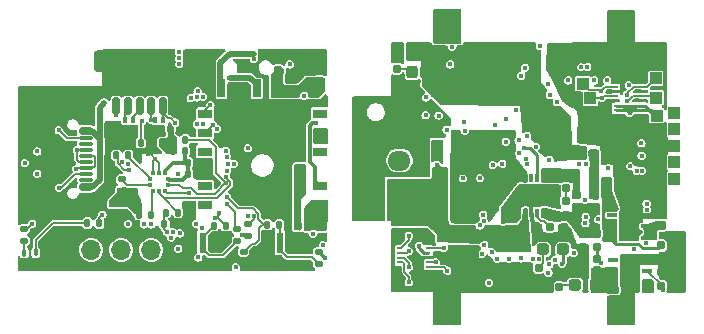
<source format=gbr>
%TF.GenerationSoftware,KiCad,Pcbnew,8.0.5*%
%TF.CreationDate,2025-02-14T01:05:17+01:00*%
%TF.ProjectId,cansatperso,63616e73-6174-4706-9572-736f2e6b6963,rev?*%
%TF.SameCoordinates,Original*%
%TF.FileFunction,Copper,L6,Bot*%
%TF.FilePolarity,Positive*%
%FSLAX46Y46*%
G04 Gerber Fmt 4.6, Leading zero omitted, Abs format (unit mm)*
G04 Created by KiCad (PCBNEW 8.0.5) date 2025-02-14 01:05:17*
%MOMM*%
%LPD*%
G01*
G04 APERTURE LIST*
G04 Aperture macros list*
%AMRoundRect*
0 Rectangle with rounded corners*
0 $1 Rounding radius*
0 $2 $3 $4 $5 $6 $7 $8 $9 X,Y pos of 4 corners*
0 Add a 4 corners polygon primitive as box body*
4,1,4,$2,$3,$4,$5,$6,$7,$8,$9,$2,$3,0*
0 Add four circle primitives for the rounded corners*
1,1,$1+$1,$2,$3*
1,1,$1+$1,$4,$5*
1,1,$1+$1,$6,$7*
1,1,$1+$1,$8,$9*
0 Add four rect primitives between the rounded corners*
20,1,$1+$1,$2,$3,$4,$5,0*
20,1,$1+$1,$4,$5,$6,$7,0*
20,1,$1+$1,$6,$7,$8,$9,0*
20,1,$1+$1,$8,$9,$2,$3,0*%
G04 Aperture macros list end*
%TA.AperFunction,ComponentPad*%
%ADD10C,1.000000*%
%TD*%
%TA.AperFunction,SMDPad,CuDef*%
%ADD11R,1.000000X1.000000*%
%TD*%
%TA.AperFunction,ComponentPad*%
%ADD12C,2.200000*%
%TD*%
%TA.AperFunction,ComponentPad*%
%ADD13RoundRect,0.250000X-0.725000X0.600000X-0.725000X-0.600000X0.725000X-0.600000X0.725000X0.600000X0*%
%TD*%
%TA.AperFunction,ComponentPad*%
%ADD14O,1.950000X1.700000*%
%TD*%
%TA.AperFunction,ComponentPad*%
%ADD15R,1.700000X1.700000*%
%TD*%
%TA.AperFunction,ComponentPad*%
%ADD16O,1.700000X1.700000*%
%TD*%
%TA.AperFunction,SMDPad,CuDef*%
%ADD17RoundRect,0.155000X0.155000X-0.212500X0.155000X0.212500X-0.155000X0.212500X-0.155000X-0.212500X0*%
%TD*%
%TA.AperFunction,SMDPad,CuDef*%
%ADD18RoundRect,0.135000X0.135000X0.185000X-0.135000X0.185000X-0.135000X-0.185000X0.135000X-0.185000X0*%
%TD*%
%TA.AperFunction,SMDPad,CuDef*%
%ADD19RoundRect,0.155000X0.212500X0.155000X-0.212500X0.155000X-0.212500X-0.155000X0.212500X-0.155000X0*%
%TD*%
%TA.AperFunction,SMDPad,CuDef*%
%ADD20RoundRect,0.160000X-0.160000X0.197500X-0.160000X-0.197500X0.160000X-0.197500X0.160000X0.197500X0*%
%TD*%
%TA.AperFunction,SMDPad,CuDef*%
%ADD21RoundRect,0.155000X-0.155000X0.212500X-0.155000X-0.212500X0.155000X-0.212500X0.155000X0.212500X0*%
%TD*%
%TA.AperFunction,SMDPad,CuDef*%
%ADD22RoundRect,0.140000X-0.140000X-0.170000X0.140000X-0.170000X0.140000X0.170000X-0.140000X0.170000X0*%
%TD*%
%TA.AperFunction,SMDPad,CuDef*%
%ADD23RoundRect,0.140000X0.140000X0.170000X-0.140000X0.170000X-0.140000X-0.170000X0.140000X-0.170000X0*%
%TD*%
%TA.AperFunction,SMDPad,CuDef*%
%ADD24RoundRect,0.160000X-0.197500X-0.160000X0.197500X-0.160000X0.197500X0.160000X-0.197500X0.160000X0*%
%TD*%
%TA.AperFunction,SMDPad,CuDef*%
%ADD25R,0.750000X1.800000*%
%TD*%
%TA.AperFunction,SMDPad,CuDef*%
%ADD26R,0.600000X1.800000*%
%TD*%
%TA.AperFunction,SMDPad,CuDef*%
%ADD27R,1.300000X0.900000*%
%TD*%
%TA.AperFunction,SMDPad,CuDef*%
%ADD28R,2.050000X2.450000*%
%TD*%
%TA.AperFunction,SMDPad,CuDef*%
%ADD29RoundRect,0.135000X-0.185000X0.135000X-0.185000X-0.135000X0.185000X-0.135000X0.185000X0.135000X0*%
%TD*%
%TA.AperFunction,SMDPad,CuDef*%
%ADD30R,1.200000X0.800000*%
%TD*%
%TA.AperFunction,SMDPad,CuDef*%
%ADD31RoundRect,0.250000X-0.412500X-1.100000X0.412500X-1.100000X0.412500X1.100000X-0.412500X1.100000X0*%
%TD*%
%TA.AperFunction,SMDPad,CuDef*%
%ADD32RoundRect,0.155000X-0.212500X-0.155000X0.212500X-0.155000X0.212500X0.155000X-0.212500X0.155000X0*%
%TD*%
%TA.AperFunction,SMDPad,CuDef*%
%ADD33RoundRect,0.160000X0.160000X-0.197500X0.160000X0.197500X-0.160000X0.197500X-0.160000X-0.197500X0*%
%TD*%
%TA.AperFunction,SMDPad,CuDef*%
%ADD34RoundRect,0.140000X-0.170000X0.140000X-0.170000X-0.140000X0.170000X-0.140000X0.170000X0.140000X0*%
%TD*%
%TA.AperFunction,SMDPad,CuDef*%
%ADD35RoundRect,0.150000X-0.150000X-0.625000X0.150000X-0.625000X0.150000X0.625000X-0.150000X0.625000X0*%
%TD*%
%TA.AperFunction,SMDPad,CuDef*%
%ADD36RoundRect,0.250000X-0.350000X-0.650000X0.350000X-0.650000X0.350000X0.650000X-0.350000X0.650000X0*%
%TD*%
%TA.AperFunction,SMDPad,CuDef*%
%ADD37R,0.450000X0.240000*%
%TD*%
%TA.AperFunction,SMDPad,CuDef*%
%ADD38R,0.470000X0.500000*%
%TD*%
%TA.AperFunction,SMDPad,CuDef*%
%ADD39R,0.350000X0.500000*%
%TD*%
%TA.AperFunction,SMDPad,CuDef*%
%ADD40R,0.900000X0.440000*%
%TD*%
%TA.AperFunction,SMDPad,CuDef*%
%ADD41R,0.300000X0.340000*%
%TD*%
%TA.AperFunction,SMDPad,CuDef*%
%ADD42R,0.850000X0.300000*%
%TD*%
%TA.AperFunction,SMDPad,CuDef*%
%ADD43R,1.700000X2.500000*%
%TD*%
%TA.AperFunction,SMDPad,CuDef*%
%ADD44RoundRect,0.237500X0.237500X-0.287500X0.237500X0.287500X-0.237500X0.287500X-0.237500X-0.287500X0*%
%TD*%
%TA.AperFunction,SMDPad,CuDef*%
%ADD45RoundRect,0.250000X-1.100000X0.412500X-1.100000X-0.412500X1.100000X-0.412500X1.100000X0.412500X0*%
%TD*%
%TA.AperFunction,SMDPad,CuDef*%
%ADD46RoundRect,0.135000X-0.135000X-0.185000X0.135000X-0.185000X0.135000X0.185000X-0.135000X0.185000X0*%
%TD*%
%TA.AperFunction,SMDPad,CuDef*%
%ADD47RoundRect,0.150000X0.425000X-0.150000X0.425000X0.150000X-0.425000X0.150000X-0.425000X-0.150000X0*%
%TD*%
%TA.AperFunction,SMDPad,CuDef*%
%ADD48RoundRect,0.075000X0.500000X-0.075000X0.500000X0.075000X-0.500000X0.075000X-0.500000X-0.075000X0*%
%TD*%
%TA.AperFunction,ComponentPad*%
%ADD49O,1.800000X1.000000*%
%TD*%
%TA.AperFunction,ComponentPad*%
%ADD50O,2.100000X1.000000*%
%TD*%
%TA.AperFunction,SMDPad,CuDef*%
%ADD51RoundRect,0.140000X0.170000X-0.140000X0.170000X0.140000X-0.170000X0.140000X-0.170000X-0.140000X0*%
%TD*%
%TA.AperFunction,SMDPad,CuDef*%
%ADD52RoundRect,0.100000X0.100000X-0.217500X0.100000X0.217500X-0.100000X0.217500X-0.100000X-0.217500X0*%
%TD*%
%TA.AperFunction,SMDPad,CuDef*%
%ADD53R,0.325000X0.300000*%
%TD*%
%TA.AperFunction,SMDPad,CuDef*%
%ADD54R,0.300000X0.325000*%
%TD*%
%TA.AperFunction,SMDPad,CuDef*%
%ADD55RoundRect,0.237500X-0.287500X-0.237500X0.287500X-0.237500X0.287500X0.237500X-0.287500X0.237500X0*%
%TD*%
%TA.AperFunction,SMDPad,CuDef*%
%ADD56RoundRect,0.250000X-0.900000X1.500000X-0.900000X-1.500000X0.900000X-1.500000X0.900000X1.500000X0*%
%TD*%
%TA.AperFunction,SMDPad,CuDef*%
%ADD57R,0.700000X1.600000*%
%TD*%
%TA.AperFunction,SMDPad,CuDef*%
%ADD58R,0.700000X1.500000*%
%TD*%
%TA.AperFunction,HeatsinkPad*%
%ADD59R,1.000000X0.800000*%
%TD*%
%TA.AperFunction,SMDPad,CuDef*%
%ADD60R,0.300000X0.800000*%
%TD*%
%TA.AperFunction,SMDPad,CuDef*%
%ADD61R,2.480000X1.750000*%
%TD*%
%TA.AperFunction,SMDPad,CuDef*%
%ADD62RoundRect,0.135000X0.185000X-0.135000X0.185000X0.135000X-0.185000X0.135000X-0.185000X-0.135000X0*%
%TD*%
%TA.AperFunction,ViaPad*%
%ADD63C,0.400000*%
%TD*%
%TA.AperFunction,Conductor*%
%ADD64C,0.200000*%
%TD*%
%TA.AperFunction,Conductor*%
%ADD65C,0.150000*%
%TD*%
%TA.AperFunction,Conductor*%
%ADD66C,0.250000*%
%TD*%
%TA.AperFunction,Conductor*%
%ADD67C,0.300000*%
%TD*%
%TA.AperFunction,Conductor*%
%ADD68C,0.500000*%
%TD*%
G04 APERTURE END LIST*
D10*
%TO.P,TP1,1,1*%
%TO.N,GND*%
X165290000Y-74530000D03*
%TD*%
D11*
%TO.P,,1*%
%TO.N,3.3VEN*%
X194180000Y-79140000D03*
%TD*%
%TO.P,,1*%
%TO.N,LPUART1_TX_RADIO*%
X194150000Y-77610000D03*
%TD*%
D12*
%TO.P,H1,1,1*%
%TO.N,GND*%
X176440000Y-95500000D03*
%TD*%
D13*
%TO.P,J1,1,Pin_1*%
%TO.N,GND*%
X172420000Y-80450000D03*
D14*
%TO.P,J1,2,Pin_2*%
%TO.N,unconnected-(J1-Pin_2-Pad2)*%
X172420000Y-82950000D03*
%TO.P,J1,3,Pin_3*%
%TO.N,VIN*%
X172420000Y-85450000D03*
%TD*%
D10*
%TO.P,TP2,1,1*%
%TO.N,BAT+*%
X165250000Y-76550000D03*
%TD*%
D11*
%TO.P,,1*%
%TO.N,USART1_TX_GPS*%
X188590000Y-77650000D03*
%TD*%
%TO.P,,1*%
%TO.N,USART1_RX_GPS*%
X187960000Y-76430000D03*
%TD*%
D12*
%TO.P,H2,1,1*%
%TO.N,GND*%
X191170000Y-95590000D03*
%TD*%
%TO.P,H4,1,1*%
%TO.N,GND*%
X191140000Y-71470000D03*
%TD*%
%TO.P,H3,1,1*%
%TO.N,GND*%
X176450000Y-71450000D03*
%TD*%
D15*
%TO.P,J3,1,Pin_1*%
%TO.N,GND*%
X143770000Y-90515000D03*
D16*
%TO.P,J3,2,Pin_2*%
%TO.N,+3.3V*%
X146310000Y-90515000D03*
%TO.P,J3,3,Pin_3*%
%TO.N,OLED_SCL*%
X148850000Y-90515000D03*
%TO.P,J3,4,Pin_4*%
%TO.N,OLED_SDA*%
X151390000Y-90515000D03*
%TD*%
D17*
%TO.P,C19,1*%
%TO.N,+5V*%
X194630000Y-88437500D03*
%TO.P,C19,2*%
%TO.N,GND*%
X194630000Y-87302500D03*
%TD*%
D18*
%TO.P,R10,1*%
%TO.N,Net-(S1-NO)*%
X162250000Y-88390000D03*
%TO.P,R10,2*%
%TO.N,B1*%
X161230000Y-88390000D03*
%TD*%
D19*
%TO.P,C21,1*%
%TO.N,3.3VEN*%
X189145000Y-92250000D03*
%TO.P,C21,2*%
%TO.N,GND*%
X188010000Y-92250000D03*
%TD*%
D20*
%TO.P,R16,1*%
%TO.N,Net-(C26-Pad2)*%
X186500000Y-86352500D03*
%TO.P,R16,2*%
%TO.N,Net-(IC3-FB)*%
X186500000Y-87547500D03*
%TD*%
D21*
%TO.P,C27,1*%
%TO.N,Net-(IC3-COMP)*%
X187480000Y-85842500D03*
%TO.P,C27,2*%
%TO.N,Net-(IC3-FB)*%
X187480000Y-86977500D03*
%TD*%
D11*
%TO.P,,1*%
%TO.N,LPUART1_RX_RADIO*%
X194120000Y-75980000D03*
%TD*%
D22*
%TO.P,C12,1*%
%TO.N,GND*%
X151410000Y-81440000D03*
%TO.P,C12,2*%
%TO.N,+3.3V*%
X152370000Y-81440000D03*
%TD*%
D23*
%TO.P,C10,1*%
%TO.N,+3.3V*%
X164870000Y-88460000D03*
%TO.P,C10,2*%
%TO.N,GNDGPS*%
X163910000Y-88460000D03*
%TD*%
D24*
%TO.P,R15,1*%
%TO.N,Net-(IC3-FSW)*%
X185132500Y-88570000D03*
%TO.P,R15,2*%
%TO.N,GND*%
X186327500Y-88570000D03*
%TD*%
D25*
%TO.P,S1,1,COM_1*%
%TO.N,GND*%
X163530000Y-89910000D03*
D26*
%TO.P,S1,2,NO*%
%TO.N,Net-(S1-NO)*%
X162305000Y-89910000D03*
D25*
%TO.P,S1,3,COM_2*%
%TO.N,GND*%
X161080000Y-89910000D03*
D27*
%TO.P,S1,MP1,MP1*%
X164155000Y-91860000D03*
%TO.P,S1,MP2,MP2*%
X160455000Y-91860000D03*
%TD*%
D28*
%TO.P,L2,1*%
%TO.N,Net-(D2-K)*%
X180060000Y-81670000D03*
%TO.P,L2,2*%
%TO.N,+5V*%
X180060000Y-75570000D03*
%TD*%
D29*
%TO.P,R7,1*%
%TO.N,+3.3V*%
X165580000Y-90680000D03*
%TO.P,R7,2*%
%TO.N,Net-(S1-NO)*%
X165580000Y-91700000D03*
%TD*%
%TO.P,R1,1*%
%TO.N,Net-(U1-PB0)*%
X140630000Y-88730000D03*
%TO.P,R1,2*%
%TO.N,Net-(D2-A)*%
X140630000Y-89750000D03*
%TD*%
D30*
%TO.P,PA1010D1,1,I2C_SDA*%
%TO.N,unconnected-(PA1010D1-I2C_SDA-Pad1)*%
X155960000Y-86700000D03*
%TO.P,PA1010D1,2,I2C_SCL*%
%TO.N,unconnected-(PA1010D1-I2C_SCL-Pad2)*%
X155960000Y-85100000D03*
%TO.P,PA1010D1,3,1PPS*%
%TO.N,unconnected-(PA1010D1-1PPS-Pad3)*%
X155960000Y-82200000D03*
%TO.P,PA1010D1,4,TX*%
%TO.N,Net-(PA1010D1-TX)*%
X155960000Y-80600000D03*
%TO.P,PA1010D1,5,RX*%
%TO.N,Net-(PA1010D1-RX)*%
X155960000Y-79000000D03*
%TO.P,PA1010D1,6,NRESET*%
%TO.N,unconnected-(PA1010D1-NRESET-Pad6)*%
X165660000Y-79000000D03*
%TO.P,PA1010D1,7,GND*%
%TO.N,GNDGPS*%
X165660000Y-80600000D03*
%TO.P,PA1010D1,8,WAKE_UP*%
%TO.N,unconnected-(PA1010D1-WAKE_UP-Pad8)*%
X165660000Y-82200000D03*
%TO.P,PA1010D1,9,VBACKUP*%
%TO.N,Net-(BT1-+)*%
X165660000Y-85100000D03*
%TO.P,PA1010D1,10,VCC*%
%TO.N,+3.3V*%
X165660000Y-86700000D03*
%TD*%
D31*
%TO.P,C29,1*%
%TO.N,+5V*%
X185117500Y-80200000D03*
%TO.P,C29,2*%
%TO.N,GND*%
X188242500Y-80200000D03*
%TD*%
D32*
%TO.P,C28,1*%
%TO.N,+5V*%
X187722500Y-82380000D03*
%TO.P,C28,2*%
%TO.N,Net-(C28-Pad2)*%
X188857500Y-82380000D03*
%TD*%
D33*
%TO.P,R11,1*%
%TO.N,GND*%
X184200000Y-93207500D03*
%TO.P,R11,2*%
%TO.N,Net-(D5-K)*%
X184200000Y-92012500D03*
%TD*%
D34*
%TO.P,C7,1*%
%TO.N,B1*%
X159220000Y-90660000D03*
%TO.P,C7,2*%
%TO.N,GND*%
X159220000Y-91620000D03*
%TD*%
D35*
%TO.P,J1,1,1*%
%TO.N,+3.3V*%
X148410000Y-78360000D03*
%TO.P,J1,2,2*%
%TO.N,COMPASSDA*%
X149410000Y-78360000D03*
%TO.P,J1,3,3*%
%TO.N,COMPASSCL*%
X150410000Y-78360000D03*
%TO.P,J1,4,4*%
%TO.N,USART_RX*%
X151410000Y-78360000D03*
%TO.P,J1,5,5*%
%TO.N,USART_TX*%
X152410000Y-78360000D03*
%TO.P,J1,6,6*%
%TO.N,GND*%
X153410000Y-78360000D03*
D36*
%TO.P,J1,MP*%
X147110000Y-74485000D03*
X154710000Y-74485000D03*
%TD*%
D37*
%TO.P,J5,1,1*%
%TO.N,LPUART1_RX_RADIO*%
X193200000Y-76700000D03*
%TO.P,J5,2,2*%
%TO.N,USART1_RX_GPS*%
X190750000Y-76700000D03*
%TO.P,J5,3,3*%
%TO.N,GND*%
X193200000Y-77100000D03*
%TO.P,J5,4,4*%
X190750000Y-77100000D03*
%TO.P,J5,5,5*%
%TO.N,LPUART1_TX_RADIO*%
X193200000Y-77500000D03*
%TO.P,J5,6,6*%
%TO.N,USART1_TX_GPS*%
X190750000Y-77500000D03*
%TO.P,J5,7,7*%
%TO.N,GND*%
X193200000Y-77900000D03*
%TO.P,J5,8,8*%
X190750000Y-77900000D03*
%TO.P,J5,9,9*%
%TO.N,3.3VEN*%
X193200000Y-78300000D03*
%TO.P,J5,10,10*%
X190750000Y-78300000D03*
%TO.P,J5,11,11*%
X193200000Y-78700000D03*
%TO.P,J5,12,12*%
X190750000Y-78700000D03*
D38*
%TO.P,J5,MP1,MP1*%
%TO.N,GND*%
X193170000Y-75950000D03*
%TO.P,J5,MP2,MP2*%
X190780000Y-75950000D03*
%TO.P,J5,MP3,MP3*%
X190780000Y-79450000D03*
%TO.P,J5,MP4,MP4*%
X193170000Y-79450000D03*
%TD*%
D11*
%TO.P,,1*%
%TO.N,I2C3_SDA_ACCEL*%
X195700000Y-83100000D03*
%TD*%
D23*
%TO.P,C2,1*%
%TO.N,GND*%
X153480000Y-88330000D03*
%TO.P,C2,2*%
%TO.N,+3.3V*%
X152520000Y-88330000D03*
%TD*%
D32*
%TO.P,C25,1*%
%TO.N,VIN*%
X182932500Y-88530000D03*
%TO.P,C25,2*%
%TO.N,GND*%
X184067500Y-88530000D03*
%TD*%
D39*
%TO.P,D4,1,K1*%
%TO.N,USART_RX*%
X151725000Y-79530000D03*
%TO.P,D4,2,K2*%
%TO.N,USART_TX*%
X152375000Y-79530000D03*
D40*
%TO.P,D4,3,CC_1*%
%TO.N,GND*%
X152050000Y-80220000D03*
D41*
%TO.P,D4,4,CC_2*%
X152050000Y-80610000D03*
%TD*%
D42*
%TO.P,IC5,1,GND*%
%TO.N,GND*%
X193400000Y-91320000D03*
%TO.P,IC5,2,EN*%
%TO.N,PWEN*%
X193400000Y-92270000D03*
%TO.P,IC5,3,VIN*%
%TO.N,+5V*%
X193400000Y-93220000D03*
%TO.P,IC5,4,VOUT*%
%TO.N,3.3VEN*%
X190500000Y-93220000D03*
%TO.P,IC5,5,VSENSE*%
X190500000Y-92270000D03*
%TO.P,IC5,6,ADJ/NC*%
%TO.N,unconnected-(IC5-ADJ{slash}NC-Pad6)*%
X190500000Y-91320000D03*
D43*
%TO.P,IC5,7,EP*%
%TO.N,GND*%
X191950000Y-92270000D03*
%TD*%
D20*
%TO.P,R22,1*%
%TO.N,GND*%
X175510000Y-80332500D03*
%TO.P,R22,2*%
%TO.N,ADC1_IN3_VBAT*%
X175510000Y-81527500D03*
%TD*%
D18*
%TO.P,R25,1*%
%TO.N,Net-(U5-INT)*%
X149460000Y-82500000D03*
%TO.P,R25,2*%
%TO.N,BAROEXTI*%
X148440000Y-82500000D03*
%TD*%
%TO.P,R2,1*%
%TO.N,Net-(U1-PB1)*%
X147000000Y-88230000D03*
%TO.P,R2,2*%
%TO.N,Net-(D3-A)*%
X145980000Y-88230000D03*
%TD*%
D20*
%TO.P,R4,1*%
%TO.N,GND*%
X185960000Y-92470000D03*
%TO.P,R4,2*%
%TO.N,Net-(D4-K)*%
X185960000Y-93665000D03*
%TD*%
D44*
%TO.P,D1,1,K*%
%TO.N,Net-(D1-K)*%
X173470000Y-75475000D03*
%TO.P,D1,2,A*%
%TO.N,+5V*%
X173470000Y-73725000D03*
%TD*%
D22*
%TO.P,C14,1*%
%TO.N,Net-(U5-VDD)*%
X154520000Y-83130000D03*
%TO.P,C14,2*%
%TO.N,GND*%
X155480000Y-83130000D03*
%TD*%
D45*
%TO.P,C24,1*%
%TO.N,VIN*%
X182080000Y-89967500D03*
%TO.P,C24,2*%
%TO.N,GND*%
X182080000Y-93092500D03*
%TD*%
D46*
%TO.P,R20,1*%
%TO.N,+3.3V*%
X153260000Y-81190000D03*
%TO.P,R20,2*%
%TO.N,COMPASSCL*%
X154280000Y-81190000D03*
%TD*%
%TO.P,R19,1*%
%TO.N,+3.3V*%
X153240000Y-82150000D03*
%TO.P,R19,2*%
%TO.N,Net-(U5-VDD)*%
X154260000Y-82150000D03*
%TD*%
D20*
%TO.P,R3,1*%
%TO.N,GND*%
X172180000Y-73982500D03*
%TO.P,R3,2*%
%TO.N,Net-(D1-K)*%
X172180000Y-75177500D03*
%TD*%
D18*
%TO.P,R8,1*%
%TO.N,+3.3V*%
X157700000Y-88470000D03*
%TO.P,R8,2*%
%TO.N,Net-(S2-NO)*%
X156680000Y-88470000D03*
%TD*%
D11*
%TO.P,,1*%
%TO.N,I2C3_SCL_ACCEL*%
X195700000Y-84500000D03*
%TD*%
D22*
%TO.P,C13,1*%
%TO.N,GND*%
X149550000Y-81450000D03*
%TO.P,C13,2*%
%TO.N,+3.3V*%
X150510000Y-81450000D03*
%TD*%
D29*
%TO.P,R13,1*%
%TO.N,SPI_CS*%
X159630000Y-88340000D03*
%TO.P,R13,2*%
%TO.N,+3.3V*%
X159630000Y-89360000D03*
%TD*%
D47*
%TO.P,J4,A1,GND*%
%TO.N,GND*%
X145850000Y-86010000D03*
%TO.P,J4,A4,VBUS*%
%TO.N,vusb*%
X145850000Y-85210000D03*
D48*
%TO.P,J4,A5,CC1*%
%TO.N,Net-(J4-CC1)*%
X145850000Y-84060000D03*
%TO.P,J4,A6,D+*%
%TO.N,Net-(J4-D+-PadA6)*%
X145850000Y-83060000D03*
%TO.P,J4,A7,D-*%
%TO.N,Net-(J4-D--PadA7)*%
X145850000Y-82560000D03*
%TO.P,J4,A8*%
%TO.N,N/C*%
X145850000Y-81560000D03*
D47*
%TO.P,J4,A9,VBUS*%
%TO.N,vusb*%
X145850000Y-80410000D03*
%TO.P,J4,A12,GND*%
%TO.N,GND*%
X145850000Y-79610000D03*
%TO.P,J4,B1,GND*%
X145850000Y-79610000D03*
%TO.P,J4,B4,VBUS*%
%TO.N,vusb*%
X145850000Y-80410000D03*
D48*
%TO.P,J4,B5,CC2*%
%TO.N,Net-(J4-CC2)*%
X145850000Y-81060000D03*
%TO.P,J4,B6,D+*%
%TO.N,Net-(J4-D+-PadA6)*%
X145850000Y-82060000D03*
%TO.P,J4,B7,D-*%
%TO.N,Net-(J4-D--PadA7)*%
X145850000Y-83560000D03*
%TO.P,J4,B8*%
%TO.N,N/C*%
X145850000Y-84560000D03*
D47*
%TO.P,J4,B9,VBUS*%
%TO.N,vusb*%
X145850000Y-85210000D03*
%TO.P,J4,B12,GND*%
%TO.N,GND*%
X145850000Y-86010000D03*
D49*
%TO.P,J4,S1,SHIELD*%
X141095000Y-87130000D03*
D50*
X145275000Y-87130000D03*
D49*
X141095000Y-78490000D03*
D50*
X145275000Y-78490000D03*
%TD*%
D18*
%TO.P,R23,1*%
%TO.N,COMPASSDA*%
X153670000Y-87340000D03*
%TO.P,R23,2*%
%TO.N,+3.3V*%
X152650000Y-87340000D03*
%TD*%
D11*
%TO.P,7,1*%
%TO.N,+3.3V*%
X195700000Y-80300000D03*
%TD*%
D51*
%TO.P,C24,1*%
%TO.N,GND*%
X148240000Y-87560000D03*
%TO.P,C24,2*%
%TO.N,+3.3V*%
X148240000Y-86600000D03*
%TD*%
D11*
%TO.P,,1*%
%TO.N,+5V*%
X195700000Y-78890000D03*
%TD*%
%TO.P,,1*%
%TO.N,GND*%
X195700000Y-81690000D03*
%TD*%
D51*
%TO.P,C22,1*%
%TO.N,GND*%
X149200000Y-87570000D03*
%TO.P,C22,2*%
%TO.N,+3.3V*%
X149200000Y-86610000D03*
%TD*%
D21*
%TO.P,C20,1*%
%TO.N,+3.3V*%
X194580000Y-90132500D03*
%TO.P,C20,2*%
%TO.N,GND*%
X194580000Y-91267500D03*
%TD*%
D52*
%TO.P,D2,1,K*%
%TO.N,GND*%
X140660000Y-91567500D03*
%TO.P,D2,2,A*%
%TO.N,Net-(D2-A)*%
X140660000Y-90752500D03*
%TD*%
D25*
%TO.P,S2,1,COM_1*%
%TO.N,GND*%
X156975000Y-89895000D03*
D26*
%TO.P,S2,2,NO*%
%TO.N,Net-(S2-NO)*%
X155750000Y-89895000D03*
D25*
%TO.P,S2,3,COM_2*%
%TO.N,GND*%
X154525000Y-89895000D03*
D27*
%TO.P,S2,MP1,MP1*%
X157600000Y-91845000D03*
%TO.P,S2,MP2,MP2*%
X153900000Y-91845000D03*
%TD*%
D20*
%TO.P,R19,1*%
%TO.N,Net-(IC3-FB)*%
X187970000Y-89062500D03*
%TO.P,R19,2*%
%TO.N,GND*%
X187970000Y-90257500D03*
%TD*%
%TO.P,R21,1*%
%TO.N,ADC1_IN3_VBAT*%
X175510000Y-82650000D03*
%TO.P,R21,2*%
%TO.N,VIN*%
X175510000Y-83845000D03*
%TD*%
D42*
%TO.P,IC2,1,GND*%
%TO.N,GND*%
X193310000Y-87570000D03*
%TO.P,IC2,2,EN*%
%TO.N,+5V*%
X193310000Y-88520000D03*
%TO.P,IC2,3,VIN*%
X193310000Y-89470000D03*
%TO.P,IC2,4,VOUT*%
%TO.N,+3.3V*%
X190410000Y-89470000D03*
%TO.P,IC2,5,VSENSE*%
X190410000Y-88520000D03*
%TO.P,IC2,6,ADJ/NC*%
%TO.N,unconnected-(IC2-ADJ{slash}NC-Pad6)*%
X190410000Y-87570000D03*
D43*
%TO.P,IC2,7,EP*%
%TO.N,GND*%
X191860000Y-88520000D03*
%TD*%
D21*
%TO.P,C26,1*%
%TO.N,Net-(IC3-COMP)*%
X186530000Y-84152500D03*
%TO.P,C26,2*%
%TO.N,Net-(C26-Pad2)*%
X186530000Y-85287500D03*
%TD*%
D18*
%TO.P,R22,1*%
%TO.N,Net-(U5-SDO)*%
X151380000Y-87510000D03*
%TO.P,R22,2*%
%TO.N,+3.3V*%
X150360000Y-87510000D03*
%TD*%
D19*
%TO.P,C18,1*%
%TO.N,+5V*%
X189147500Y-91280000D03*
%TO.P,C18,2*%
%TO.N,GND*%
X188012500Y-91280000D03*
%TD*%
D22*
%TO.P,C19,1*%
%TO.N,Net-(U5-VDD)*%
X154540000Y-84100000D03*
%TO.P,C19,2*%
%TO.N,GND*%
X155500000Y-84100000D03*
%TD*%
D53*
%TO.P,U5,1,VDDIO*%
%TO.N,Net-(U5-VDD)*%
X152800000Y-84480000D03*
%TO.P,U5,2,SCK*%
%TO.N,COMPASSCL*%
X152800000Y-84980000D03*
D54*
%TO.P,U5,3,VSS_1*%
%TO.N,GND*%
X152550000Y-85505000D03*
%TO.P,U5,4,SDI*%
%TO.N,COMPASSDA*%
X152050000Y-85505000D03*
%TO.P,U5,5,SDO*%
%TO.N,Net-(U5-SDO)*%
X151550000Y-85505000D03*
D53*
%TO.P,U5,6,CSB*%
%TO.N,Net-(U5-CSB)*%
X151300000Y-84980000D03*
%TO.P,U5,7,INT*%
%TO.N,Net-(U5-INT)*%
X151300000Y-84480000D03*
D54*
%TO.P,U5,8,VSS_2*%
%TO.N,GND*%
X151550000Y-83955000D03*
%TO.P,U5,9,VSS_3*%
X152050000Y-83955000D03*
%TO.P,U5,10,VDD*%
%TO.N,Net-(U5-VDD)*%
X152550000Y-83955000D03*
%TD*%
D55*
%TO.P,D5,1,K*%
%TO.N,Net-(D5-K)*%
X184550000Y-90470000D03*
%TO.P,D5,2,A*%
%TO.N,+3.3V*%
X186300000Y-90470000D03*
%TD*%
D20*
%TO.P,R17,1*%
%TO.N,Net-(C28-Pad2)*%
X188890000Y-85822500D03*
%TO.P,R17,2*%
%TO.N,Net-(IC3-FB)*%
X188890000Y-87017500D03*
%TD*%
D56*
%TO.P,D2,1,K*%
%TO.N,Net-(D2-K)*%
X177930000Y-86510000D03*
%TO.P,D2,2,A*%
%TO.N,GND*%
X177930000Y-91910000D03*
%TD*%
D37*
%TO.P,J4,1,1*%
%TO.N,GPIO_EXTI1*%
X174860000Y-91970000D03*
%TO.P,J4,2,2*%
%TO.N,EXTI3{slash}PWMONTIM4*%
X174860000Y-91570000D03*
%TO.P,J4,3,3*%
%TO.N,GND*%
X174860000Y-91170000D03*
%TO.P,J4,4,4*%
%TO.N,+3.3V*%
X174860000Y-90770000D03*
%TO.P,J4,5,5*%
%TO.N,EXTI0*%
X174860000Y-90370000D03*
%TO.P,J4,6,6*%
%TO.N,GND*%
X172410000Y-91970000D03*
%TO.P,J4,7,7*%
%TO.N,NRST*%
X172410000Y-91570000D03*
%TO.P,J4,8,8*%
%TO.N,SWDIO*%
X172410000Y-91170000D03*
%TO.P,J4,9,9*%
%TO.N,SWCLK{slash}I2C1_SDA*%
X172410000Y-90770000D03*
%TO.P,J4,10,10*%
%TO.N,SWO*%
X172410000Y-90370000D03*
D38*
%TO.P,J4,MP1,MP1*%
%TO.N,GND*%
X174830000Y-92720000D03*
%TO.P,J4,MP2,MP2*%
X174830000Y-89620000D03*
%TO.P,J4,MP3,MP3*%
X172440000Y-92720000D03*
%TO.P,J4,MP4,MP4*%
X172440000Y-89620000D03*
%TD*%
D57*
%TO.P,SW1,1,C*%
%TO.N,BAT+*%
X161845000Y-76812500D03*
D58*
%TO.P,SW1,2,B*%
%TO.N,Net-(IC3-EN)*%
X160345000Y-76812500D03*
%TO.P,SW1,3,A*%
%TO.N,vusb*%
X157345000Y-76812500D03*
D59*
%TO.P,SW1,4,S*%
%TO.N,GND*%
X155945000Y-74097500D03*
X155945000Y-76027500D03*
X163245000Y-74097500D03*
X163245000Y-76027500D03*
%TD*%
D33*
%TO.P,R1,1*%
%TO.N,PWEN*%
X194580000Y-93537500D03*
%TO.P,R1,2*%
%TO.N,GND*%
X194580000Y-92342500D03*
%TD*%
D55*
%TO.P,D4,1,K*%
%TO.N,Net-(D4-K)*%
X187275000Y-93480000D03*
%TO.P,D4,2,A*%
%TO.N,3.3VEN*%
X189025000Y-93480000D03*
%TD*%
D39*
%TO.P,D5,1,K1*%
%TO.N,COMPASSDA*%
X149185000Y-79520000D03*
%TO.P,D5,2,K2*%
%TO.N,COMPASSCL*%
X149835000Y-79520000D03*
D40*
%TO.P,D5,3,CC_1*%
%TO.N,GND*%
X149510000Y-80210000D03*
D41*
%TO.P,D5,4,CC_2*%
X149510000Y-80600000D03*
%TD*%
D33*
%TO.P,R18,1*%
%TO.N,+5V*%
X189150000Y-90267500D03*
%TO.P,R18,2*%
%TO.N,Net-(IC3-FB)*%
X189150000Y-89072500D03*
%TD*%
D60*
%TO.P,IC3,1,OUT*%
%TO.N,Net-(D2-K)*%
X183090000Y-84410000D03*
%TO.P,IC3,2,SYNCH*%
%TO.N,unconnected-(IC3-SYNCH-Pad2)*%
X183590000Y-84410000D03*
%TO.P,IC3,3,EN*%
%TO.N,VIN*%
X184090000Y-84410000D03*
%TO.P,IC3,4,COMP*%
%TO.N,Net-(IC3-COMP)*%
X184590000Y-84410000D03*
%TO.P,IC3,5,FB*%
%TO.N,Net-(IC3-FB)*%
X184590000Y-87410000D03*
%TO.P,IC3,6,FSW*%
%TO.N,Net-(IC3-FSW)*%
X184090000Y-87410000D03*
%TO.P,IC3,7,GND*%
%TO.N,GND*%
X183590000Y-87410000D03*
%TO.P,IC3,8,V_CC*%
%TO.N,VIN*%
X183090000Y-87410000D03*
D61*
%TO.P,IC3,9,EP*%
%TO.N,GND*%
X183840000Y-85910000D03*
%TD*%
D62*
%TO.P,R9,1*%
%TO.N,Net-(S2-NO)*%
X158670000Y-89750000D03*
%TO.P,R9,2*%
%TO.N,B2*%
X158670000Y-88730000D03*
%TD*%
D52*
%TO.P,D3,1,K*%
%TO.N,GND*%
X141610000Y-91537500D03*
%TO.P,D3,2,A*%
%TO.N,Net-(D3-A)*%
X141610000Y-90722500D03*
%TD*%
D62*
%TO.P,R24,1*%
%TO.N,+3.3V*%
X148920000Y-85540000D03*
%TO.P,R24,2*%
%TO.N,Net-(U5-CSB)*%
X148920000Y-84520000D03*
%TD*%
D23*
%TO.P,C25,1*%
%TO.N,GND*%
X153960000Y-80230000D03*
%TO.P,C25,2*%
%TO.N,+3.3V*%
X153000000Y-80230000D03*
%TD*%
D34*
%TO.P,C11,1*%
%TO.N,+3.3V*%
X165820000Y-88520000D03*
%TO.P,C11,2*%
%TO.N,GND*%
X165820000Y-89480000D03*
%TD*%
D63*
%TO.N,GND*%
X190070000Y-77100000D03*
X175430000Y-80550000D03*
X185140000Y-77380000D03*
X188140000Y-93790000D03*
X142010000Y-81170000D03*
X160740000Y-86350000D03*
X162230000Y-80510000D03*
X184730000Y-85210000D03*
X153660000Y-84100000D03*
X172020000Y-93430000D03*
X171990000Y-92250000D03*
X172040000Y-89180000D03*
X141180000Y-80280000D03*
X144630000Y-84990000D03*
X170070000Y-80860000D03*
X194780000Y-75070000D03*
X162990000Y-88570000D03*
X192860000Y-73320000D03*
X161120000Y-87030000D03*
X156190000Y-82980000D03*
X156200000Y-84070000D03*
X192250000Y-88020000D03*
X154975000Y-81590000D03*
X141930000Y-86100000D03*
X145040000Y-76960000D03*
X196400000Y-93870000D03*
X152820000Y-91930000D03*
X182160000Y-85940000D03*
X178270000Y-92510000D03*
X164630000Y-90100000D03*
X195420000Y-89400000D03*
X162040000Y-87440000D03*
X154630000Y-85660000D03*
X176720000Y-74800000D03*
X163220000Y-81520000D03*
X188060000Y-80840000D03*
X164560000Y-73880000D03*
X158450000Y-79700000D03*
X147830166Y-85660166D03*
X195910000Y-81690000D03*
X173830000Y-76800000D03*
X186860000Y-77390000D03*
X145550000Y-76960000D03*
X147740000Y-82470000D03*
X169990000Y-82430000D03*
X150010000Y-80820000D03*
X146570000Y-76960000D03*
X161590000Y-91240000D03*
X192520000Y-77840000D03*
X148100000Y-76960000D03*
X148380000Y-88610000D03*
X195310000Y-81420000D03*
X163080000Y-91890000D03*
X147590000Y-76960000D03*
X143000000Y-76960000D03*
X160280000Y-80080000D03*
X181190000Y-88140000D03*
X148610000Y-76960000D03*
X157910000Y-89880000D03*
X161060000Y-75970000D03*
X141350000Y-89120000D03*
X153270000Y-74310000D03*
X185500000Y-89530000D03*
X157930000Y-89220000D03*
X195290000Y-81980000D03*
X195500000Y-91260000D03*
X170000000Y-85670000D03*
X185310000Y-75010000D03*
X178270000Y-93060000D03*
X161570000Y-91930000D03*
X163310000Y-79290000D03*
X165990000Y-73820000D03*
X191840000Y-80450000D03*
X152650000Y-89990000D03*
X141980000Y-76960000D03*
X156200000Y-83510000D03*
X162320000Y-91920000D03*
X186600000Y-74990000D03*
X186610000Y-77940000D03*
X193090000Y-80070000D03*
X179510000Y-87540000D03*
X186810000Y-92670000D03*
X182750000Y-85180000D03*
X196230000Y-90710000D03*
X142420000Y-90710000D03*
X163260000Y-82530000D03*
X196240000Y-91320000D03*
X146060000Y-76960000D03*
X151160000Y-76960000D03*
X174150000Y-89130000D03*
X144660000Y-80610000D03*
X196250000Y-89330000D03*
X186380000Y-89540000D03*
X156920000Y-80860000D03*
X155730000Y-75730000D03*
X183870000Y-86560000D03*
X185770000Y-86240000D03*
X177950000Y-80400000D03*
X144020000Y-76960000D03*
X192510000Y-77075000D03*
X194690000Y-73340000D03*
X174290000Y-93820000D03*
X182730000Y-75760000D03*
X148950000Y-81920000D03*
X149120000Y-76960000D03*
X179230000Y-84430000D03*
X151670000Y-76960000D03*
X159040000Y-81100000D03*
X153270000Y-75270000D03*
X158490000Y-90670000D03*
X153270000Y-76370000D03*
X191820000Y-87500000D03*
X149630000Y-76960000D03*
X162810000Y-86290000D03*
X158980000Y-84200000D03*
X190030000Y-78010000D03*
X142530000Y-79050000D03*
X151920000Y-91940000D03*
X176870000Y-73300000D03*
X143510000Y-76960000D03*
X162590000Y-84570000D03*
X189230000Y-87920000D03*
X150160000Y-88200000D03*
X146690000Y-86900000D03*
X174340000Y-78550000D03*
X174710000Y-93030000D03*
X183840000Y-85180000D03*
X140920000Y-85150000D03*
X147660000Y-91890000D03*
X153270000Y-75860000D03*
X187970000Y-90257500D03*
X140590000Y-79650000D03*
X162120000Y-82560000D03*
X158950000Y-79220000D03*
X141910000Y-85200000D03*
X143700000Y-91990000D03*
X187680000Y-73220000D03*
X184670000Y-89530000D03*
X190520000Y-80280000D03*
X158130000Y-77820000D03*
X169990000Y-87150000D03*
X162040000Y-85260000D03*
X184020004Y-93800000D03*
X153270000Y-73840000D03*
X148900000Y-80740000D03*
X159880000Y-82560000D03*
X196260000Y-90010000D03*
X161190000Y-81660000D03*
X154910000Y-86580000D03*
X182700000Y-93770000D03*
X143760000Y-88920000D03*
X147610000Y-83730000D03*
X163940000Y-74790000D03*
X164040000Y-75630000D03*
X154980000Y-89970000D03*
X189380000Y-73200000D03*
X174340000Y-80170000D03*
X185010000Y-93780000D03*
X182750000Y-86610000D03*
X166020000Y-75460000D03*
X181370000Y-87230000D03*
X140700000Y-81170000D03*
X189740000Y-75000000D03*
X177790000Y-84460000D03*
X142410000Y-88090000D03*
X140960000Y-76960000D03*
X181450000Y-79430000D03*
X158970000Y-77290000D03*
X162140000Y-81560000D03*
X151720000Y-82800000D03*
X147080000Y-76960000D03*
X143210000Y-81200000D03*
X143550000Y-87740000D03*
X145080000Y-91980000D03*
X141470000Y-76960000D03*
X182260000Y-78635000D03*
X156530000Y-75980000D03*
X145280000Y-89320000D03*
X142490000Y-76960000D03*
X185670000Y-85170000D03*
X185740000Y-77990000D03*
X181825000Y-86735000D03*
X143250000Y-77940000D03*
X159460000Y-86320000D03*
X169990000Y-84030000D03*
X153270000Y-74800000D03*
X181000000Y-93770000D03*
X142410000Y-80220000D03*
X150650000Y-76960000D03*
X159000000Y-77810000D03*
X147610000Y-89440000D03*
X175340000Y-93810000D03*
X140450000Y-76960000D03*
X161240000Y-80060000D03*
X161180000Y-84630000D03*
X162010000Y-78220000D03*
X150140000Y-76960000D03*
X151100000Y-81520000D03*
X159500000Y-83150000D03*
X144030000Y-81490000D03*
X162260000Y-79290000D03*
X144530000Y-76960000D03*
X153070000Y-76920000D03*
X184300000Y-73230000D03*
X151150000Y-82410000D03*
X186010000Y-73210000D03*
X187650000Y-78890000D03*
X172180000Y-73260000D03*
X140900000Y-86120000D03*
X178890000Y-93060000D03*
X192600000Y-87500000D03*
X163210000Y-80470000D03*
%TO.N,+3.3V*%
X174080000Y-90160000D03*
X192500000Y-83785000D03*
X174630000Y-79100000D03*
X165280000Y-87660000D03*
X155250000Y-77590000D03*
X190080000Y-88950000D03*
X155325000Y-77080000D03*
X155760000Y-77540000D03*
X180500000Y-79960000D03*
X157150000Y-87340000D03*
X152720000Y-88960000D03*
X157890000Y-83220000D03*
X152982503Y-80229917D03*
X193340000Y-86580000D03*
X148400000Y-79110000D03*
X189950000Y-84530000D03*
X187800000Y-75020000D03*
X149520000Y-85790000D03*
X156830000Y-87830000D03*
X190540000Y-88950000D03*
X148410000Y-78490000D03*
X190070000Y-85070000D03*
X154745000Y-77655000D03*
X192930000Y-83785000D03*
X165800000Y-87660000D03*
X195710000Y-80320000D03*
X186180000Y-91660000D03*
X159125835Y-89272933D03*
X188320000Y-75010000D03*
X185110000Y-91730000D03*
X150581344Y-79625174D03*
X176410000Y-80320000D03*
X181118130Y-83193167D03*
X158380000Y-83210000D03*
X149520000Y-86340000D03*
X191836225Y-76543443D03*
X181420000Y-81330000D03*
X183050000Y-75090000D03*
X193360000Y-87119998D03*
X166073755Y-91215931D03*
X192914500Y-82522000D03*
X174670000Y-77590000D03*
X165660000Y-86700000D03*
X185020000Y-92422500D03*
X180320000Y-83320000D03*
%TO.N,NRST*%
X173200000Y-93250000D03*
X179380000Y-90850660D03*
%TO.N,SDDETECT*%
X192897500Y-81470000D03*
X184190000Y-91260000D03*
%TO.N,VIN*%
X182930000Y-81890000D03*
X175581212Y-83307499D03*
%TO.N,+5V*%
X189450000Y-91620000D03*
X193990000Y-89040000D03*
X193800000Y-93860000D03*
X193270000Y-93860000D03*
X181560000Y-74390000D03*
X193290000Y-89920000D03*
X180440000Y-73890000D03*
X179340000Y-73840000D03*
X193410000Y-89040000D03*
X181541494Y-73890340D03*
X175050000Y-73880000D03*
X175020000Y-74320000D03*
X195710000Y-78920000D03*
%TO.N,ADC1_IN3_VBAT*%
X175780000Y-82050000D03*
X179200000Y-88440000D03*
%TO.N,I2C3_SDA_ACCEL*%
X185110000Y-82870000D03*
X195710000Y-83120000D03*
X190085990Y-83570661D03*
%TO.N,I2C3_SCL_ACCEL*%
X188130000Y-86280000D03*
X191937000Y-83410000D03*
X195710000Y-84520000D03*
%TO.N,3.3VEN*%
X189655249Y-93721215D03*
X189160000Y-93790000D03*
X191900000Y-78910000D03*
X189610000Y-93200000D03*
%TO.N,SPI1_CS_SD*%
X182700000Y-91230000D03*
X190010000Y-76155000D03*
%TO.N,SPI1_MISO_SD*%
X180690000Y-91260000D03*
X185009998Y-76500000D03*
%TO.N,SPI1_SCK_SD*%
X180225170Y-90704168D03*
X186710000Y-76155000D03*
%TO.N,SPI1_MOSI_SD*%
X188910000Y-76155000D03*
X181690000Y-91280000D03*
%TO.N,USART1_RX_GPS*%
X189520000Y-77030000D03*
X183132230Y-82772331D03*
%TO.N,USART1_TX_GPS*%
X183185000Y-83269541D03*
X189580000Y-77630000D03*
%TO.N,LPUART1_RX_RADIO*%
X185620000Y-91330000D03*
X191670000Y-77370000D03*
%TO.N,LPUART1_TX_RADIO*%
X187160000Y-90760000D03*
X191709998Y-77868400D03*
%TO.N,SWO*%
X153804834Y-89104834D03*
X183979670Y-81772588D03*
X173200000Y-89320000D03*
X158560000Y-91980000D03*
%TO.N,SWDIO*%
X153680000Y-90410000D03*
X188230000Y-83220000D03*
X153080000Y-89460000D03*
X173216256Y-91960000D03*
%TO.N,I2C1_SCL*%
X175730000Y-79127500D03*
X183220000Y-80840000D03*
%TO.N,SWCLK{slash}I2C1_SDA*%
X173200000Y-90610000D03*
X187585000Y-83220000D03*
%TO.N,TIM3_CHI_PWM4*%
X192290000Y-90420000D03*
X188170000Y-87710000D03*
%TO.N,PWEN*%
X188160000Y-88240000D03*
X194690000Y-93860000D03*
%TO.N,I2C1_SDA*%
X182510000Y-81220000D03*
X177897500Y-79650000D03*
%TO.N,BAROEXTI*%
X149475917Y-83724486D03*
%TO.N,GPIO_EXTI1*%
X176480000Y-92252500D03*
X183690431Y-91239185D03*
%TO.N,EXTI3{slash}PWMONTIM4*%
X175470000Y-91570000D03*
X179596371Y-90083297D03*
%TO.N,EXTI0*%
X176160000Y-90330000D03*
X179542862Y-88065000D03*
%TO.N,unconnected-(U1-PB8-Pad46)*%
X180000000Y-93270000D03*
X182528901Y-82315000D03*
%TO.N,Net-(BT1-+)*%
X165390000Y-79750000D03*
%TO.N,GNDGPS*%
X164240000Y-83540000D03*
X165350000Y-81240000D03*
X165880000Y-81240000D03*
X163770000Y-83540000D03*
%TO.N,vusb*%
X160080000Y-74330000D03*
X147425000Y-78085000D03*
X147040000Y-78470000D03*
X140690000Y-83150000D03*
X160060000Y-73910000D03*
%TO.N,B2*%
X157820000Y-86620000D03*
%TO.N,B1*%
X157830000Y-86050000D03*
%TO.N,Net-(U1-NRST)*%
X157800001Y-83812785D03*
X159590000Y-81900000D03*
%TO.N,SPI_MOSi*%
X155210000Y-88300000D03*
X165940000Y-90110000D03*
%TO.N,SPI_SCK*%
X157728198Y-82118683D03*
X165100000Y-89150000D03*
%TO.N,SPI_MISO*%
X155770000Y-79860000D03*
X159580000Y-87670000D03*
%TO.N,SPI_CS*%
X155705000Y-88615000D03*
X160074977Y-87599289D03*
%TO.N,COMPASSDA*%
X157760000Y-84327327D03*
X149440000Y-78670000D03*
%TO.N,COMPASSCL*%
X157713996Y-84873334D03*
X150399749Y-78715042D03*
%TO.N,USART_RX*%
X149440000Y-88310000D03*
X151380000Y-79480760D03*
%TO.N,USART_TX*%
X153436013Y-79731151D03*
%TO.N,OLED_SCL*%
X155254834Y-79844834D03*
%TO.N,Net-(J4-CC2)*%
X143580000Y-80380000D03*
%TO.N,Net-(J4-D--PadA7)*%
X145070000Y-83650000D03*
%TO.N,Net-(J4-D+-PadA6)*%
X145100000Y-82080000D03*
%TO.N,Net-(J4-CC1)*%
X143590000Y-85240000D03*
%TO.N,Net-(PA1010D1-RX)*%
X156410000Y-78250000D03*
%TO.N,Net-(PA1010D1-TX)*%
X156614694Y-79898205D03*
%TO.N,ALIMGPS*%
X157774584Y-82616529D03*
X164350000Y-77450000D03*
%TO.N,Net-(U1-PA4)*%
X156970000Y-80250000D03*
X163120000Y-74797502D03*
%TO.N,BAT+*%
X162200000Y-75870000D03*
X162210000Y-76420000D03*
%TO.N,SWCLK*%
X155370000Y-91140000D03*
X153257998Y-88992754D03*
%TO.N,D+*%
X141745000Y-82170000D03*
X151393046Y-88353046D03*
%TO.N,D-*%
X150780000Y-88350000D03*
X141745000Y-84070000D03*
%TO.N,Net-(U1-PB0)*%
X141320000Y-88300000D03*
X148941416Y-83031084D03*
%TO.N,Net-(U1-PB1)*%
X147270000Y-87530000D03*
X149475336Y-83224484D03*
%TO.N,Net-(IC3-EN)*%
X158000000Y-75910000D03*
X158457500Y-75912500D03*
X153769587Y-74289609D03*
X153790000Y-73790000D03*
X153770000Y-74770000D03*
X159012500Y-75912500D03*
%TD*%
D64*
%TO.N,GND*%
X151540000Y-83000000D02*
X151740000Y-82800000D01*
X151540000Y-83945000D02*
X151540000Y-83000000D01*
X154630000Y-85660000D02*
X152705000Y-85660000D01*
D65*
X193400000Y-91320000D02*
X193557500Y-91320000D01*
D64*
X152705000Y-85660000D02*
X152550000Y-85505000D01*
X152050000Y-83955000D02*
X152050000Y-83110000D01*
X151150000Y-82410000D02*
X151350000Y-82410000D01*
X152050000Y-83110000D02*
X151740000Y-82800000D01*
D65*
X172180000Y-73260000D02*
X172180000Y-73982500D01*
D64*
X151550000Y-83955000D02*
X151540000Y-83945000D01*
X151350000Y-82410000D02*
X151740000Y-82800000D01*
%TO.N,+3.3V*%
X152982503Y-80229917D02*
X153040000Y-80287414D01*
X157150000Y-87340000D02*
X157150000Y-87510000D01*
X150510000Y-79696518D02*
X150510000Y-81450000D01*
X156830000Y-87830000D02*
X157060000Y-87830000D01*
D66*
X190785000Y-89995000D02*
X192655000Y-89995000D01*
D64*
X148400000Y-79110000D02*
X148410000Y-79100000D01*
X153040000Y-80287414D02*
X153040000Y-80980000D01*
X152520000Y-88330000D02*
X152520000Y-87382500D01*
D66*
X190080000Y-88950000D02*
X190080000Y-89290000D01*
D64*
X153240000Y-81210000D02*
X153260000Y-81190000D01*
D66*
X194332500Y-90380000D02*
X194580000Y-90132500D01*
X186300000Y-91540000D02*
X186180000Y-91660000D01*
D67*
X159442933Y-89272933D02*
X159530000Y-89360000D01*
D66*
X192655000Y-89995000D02*
X193040000Y-90380000D01*
D67*
X159125835Y-89272933D02*
X159442933Y-89272933D01*
D64*
X152720000Y-88960000D02*
X152520000Y-88760000D01*
D66*
X193040000Y-90380000D02*
X194332500Y-90380000D01*
D67*
X159530000Y-89360000D02*
X159630000Y-89360000D01*
D64*
X152580000Y-81440000D02*
X152370000Y-81440000D01*
D67*
X166073755Y-91215931D02*
X166073755Y-91173755D01*
D64*
X152520000Y-88760000D02*
X152520000Y-88330000D01*
X152520000Y-87382500D02*
X152562500Y-87340000D01*
X150581344Y-79625174D02*
X150510000Y-79696518D01*
D66*
X174860000Y-90770000D02*
X174465000Y-90770000D01*
D64*
X153240000Y-82150000D02*
X153240000Y-81210000D01*
D67*
X166073755Y-91173755D02*
X165580000Y-90680000D01*
D66*
X186300000Y-90470000D02*
X186300000Y-91540000D01*
X174080000Y-90385000D02*
X174080000Y-90160000D01*
D64*
X153040000Y-80980000D02*
X152580000Y-81440000D01*
X157060000Y-87830000D02*
X157700000Y-88470000D01*
X157150000Y-87510000D02*
X156830000Y-87830000D01*
D66*
X190080000Y-89290000D02*
X190785000Y-89995000D01*
X174465000Y-90770000D02*
X174080000Y-90385000D01*
D64*
X148410000Y-79100000D02*
X148410000Y-78490000D01*
D65*
%TO.N,NRST*%
X172841256Y-91706256D02*
X172841256Y-92411256D01*
X172705000Y-91570000D02*
X172841256Y-91706256D01*
X172410000Y-91570000D02*
X172705000Y-91570000D01*
X173200000Y-92770000D02*
X173200000Y-93250000D01*
X172841256Y-92411256D02*
X173200000Y-92770000D01*
D66*
%TO.N,VIN*%
X182940000Y-81880000D02*
X183486041Y-81880000D01*
X175581212Y-83307499D02*
X176091213Y-83817500D01*
X176091213Y-83817500D02*
X176100000Y-83817500D01*
X183486041Y-81880000D02*
X184090000Y-82483959D01*
X184090000Y-82483959D02*
X184090000Y-84410000D01*
X182930000Y-81890000D02*
X182940000Y-81880000D01*
D65*
%TO.N,Net-(C26-Pad2)*%
X186530000Y-86322500D02*
X186500000Y-86352500D01*
X186530000Y-85287500D02*
X186530000Y-86322500D01*
D66*
%TO.N,+5V*%
X189150000Y-91320000D02*
X189150000Y-90267500D01*
X189450000Y-91620000D02*
X189450000Y-91582500D01*
X189450000Y-91582500D02*
X189147500Y-91280000D01*
X189450000Y-91620000D02*
X189150000Y-91320000D01*
D65*
%TO.N,Net-(D3-A)*%
X141610000Y-90722500D02*
X141610000Y-89680000D01*
X143060000Y-88230000D02*
X145980000Y-88230000D01*
X141610000Y-89680000D02*
X143060000Y-88230000D01*
%TO.N,Net-(IC3-FSW)*%
X184622500Y-88060000D02*
X185132500Y-88570000D01*
X184390000Y-88060000D02*
X184622500Y-88060000D01*
X184090000Y-87760000D02*
X184390000Y-88060000D01*
X184090000Y-87410000D02*
X184090000Y-87760000D01*
D66*
%TO.N,3.3VEN*%
X190750000Y-78700000D02*
X193200000Y-78700000D01*
X192230000Y-78300000D02*
X192460000Y-78300000D01*
X191990000Y-78480000D02*
X192070000Y-78400000D01*
X191990000Y-78820000D02*
X191990000Y-78480000D01*
X191620000Y-78300000D02*
X191810000Y-78300000D01*
X191900000Y-78910000D02*
X191380000Y-78390000D01*
X191620000Y-78630000D02*
X191620000Y-78300000D01*
X194040000Y-79140000D02*
X193200000Y-78300000D01*
X191900000Y-78910000D02*
X191810000Y-78820000D01*
X191900000Y-78910000D02*
X192460000Y-78350000D01*
X194180000Y-79140000D02*
X194040000Y-79140000D01*
X192070000Y-78400000D02*
X192070000Y-78300000D01*
X190750000Y-78300000D02*
X191380000Y-78300000D01*
X191900000Y-78910000D02*
X191990000Y-78820000D01*
X192070000Y-78300000D02*
X192230000Y-78300000D01*
X191990000Y-78540000D02*
X192230000Y-78300000D01*
X192460000Y-78300000D02*
X193200000Y-78300000D01*
X191380000Y-78300000D02*
X191620000Y-78300000D01*
X191990000Y-78820000D02*
X191990000Y-78540000D01*
X191810000Y-78300000D02*
X192070000Y-78300000D01*
X191810000Y-78820000D02*
X191810000Y-78300000D01*
X191380000Y-78390000D02*
X191380000Y-78300000D01*
X192460000Y-78350000D02*
X192460000Y-78300000D01*
X191900000Y-78910000D02*
X191620000Y-78630000D01*
X194180000Y-79140000D02*
X193740000Y-78700000D01*
X193740000Y-78700000D02*
X193200000Y-78700000D01*
D65*
%TO.N,USART1_RX_GPS*%
X189465000Y-76975000D02*
X188505000Y-76975000D01*
X188505000Y-76975000D02*
X187960000Y-76430000D01*
X189850000Y-76700000D02*
X190750000Y-76700000D01*
X189520000Y-77030000D02*
X189465000Y-76975000D01*
X189520000Y-77030000D02*
X189850000Y-76700000D01*
%TO.N,USART1_TX_GPS*%
X189710000Y-77500000D02*
X190750000Y-77500000D01*
X189580000Y-77630000D02*
X189710000Y-77500000D01*
X189580000Y-77630000D02*
X188610000Y-77630000D01*
X188610000Y-77630000D02*
X188590000Y-77650000D01*
%TO.N,LPUART1_RX_RADIO*%
X191670000Y-77370000D02*
X191670000Y-77240000D01*
X193175000Y-76675000D02*
X193200000Y-76700000D01*
X191670000Y-77240000D02*
X192235000Y-76675000D01*
X192235000Y-76675000D02*
X193175000Y-76675000D01*
X193200000Y-76700000D02*
X193400000Y-76700000D01*
X193400000Y-76700000D02*
X194120000Y-75980000D01*
%TO.N,LPUART1_TX_RADIO*%
X191709998Y-77868400D02*
X191751600Y-77868400D01*
X192755331Y-77465000D02*
X192790331Y-77500000D01*
X193200000Y-77500000D02*
X193210000Y-77490000D01*
X192155000Y-77465000D02*
X192755331Y-77465000D01*
X194030000Y-77490000D02*
X194150000Y-77610000D01*
X191751600Y-77868400D02*
X192155000Y-77465000D01*
X192790331Y-77500000D02*
X193200000Y-77500000D01*
X193210000Y-77490000D02*
X194030000Y-77490000D01*
%TO.N,SWO*%
X172410000Y-90370000D02*
X172515000Y-90370000D01*
X172515000Y-90370000D02*
X173200000Y-89685000D01*
X173200000Y-89685000D02*
X173200000Y-89320000D01*
%TO.N,SWDIO*%
X173216256Y-91601256D02*
X173216256Y-91960000D01*
X172785000Y-91170000D02*
X173216256Y-91601256D01*
X172410000Y-91170000D02*
X172785000Y-91170000D01*
%TO.N,SWCLK{slash}I2C1_SDA*%
X173040000Y-90770000D02*
X173200000Y-90610000D01*
X172410000Y-90770000D02*
X173040000Y-90770000D01*
%TO.N,PWEN*%
X194690000Y-93560000D02*
X193400000Y-92270000D01*
X194690000Y-93860000D02*
X194690000Y-93560000D01*
%TO.N,Net-(D1-K)*%
X172180000Y-75177500D02*
X173137500Y-75177500D01*
X173435000Y-75475000D02*
X173470000Y-75475000D01*
X173137500Y-75177500D02*
X173435000Y-75475000D01*
%TO.N,Net-(D4-K)*%
X186145000Y-93480000D02*
X185960000Y-93665000D01*
X187275000Y-93480000D02*
X186145000Y-93480000D01*
%TO.N,Net-(D5-K)*%
X184565000Y-91647500D02*
X184565000Y-90485000D01*
X184565000Y-90485000D02*
X184550000Y-90470000D01*
X184200000Y-92012500D02*
X184565000Y-91647500D01*
%TO.N,BAROEXTI*%
X148562500Y-83182500D02*
X148562500Y-82420000D01*
X149104486Y-83724486D02*
X148562500Y-83182500D01*
X149475917Y-83724486D02*
X149104486Y-83724486D01*
%TO.N,GPIO_EXTI1*%
X176197500Y-91970000D02*
X174860000Y-91970000D01*
X176480000Y-92252500D02*
X176197500Y-91970000D01*
%TO.N,EXTI3{slash}PWMONTIM4*%
X174860000Y-91570000D02*
X175470000Y-91570000D01*
%TO.N,EXTI0*%
X174860000Y-90370000D02*
X176120000Y-90370000D01*
X176120000Y-90370000D02*
X176160000Y-90330000D01*
D67*
%TO.N,Net-(BT1-+)*%
X165270000Y-84710000D02*
X165660000Y-85100000D01*
X164810000Y-79990000D02*
X164810000Y-83060000D01*
X165390000Y-79750000D02*
X165050000Y-79750000D01*
X165270000Y-83520000D02*
X165270000Y-84710000D01*
X164810000Y-83060000D02*
X165270000Y-83520000D01*
X165050000Y-79750000D02*
X164810000Y-79990000D01*
D68*
%TO.N,vusb*%
X146378120Y-80410000D02*
X145850000Y-80410000D01*
X147030000Y-84604999D02*
X147030000Y-82393464D01*
X147040000Y-81071880D02*
X147043464Y-81075344D01*
X147043464Y-81075344D02*
X146378120Y-80410000D01*
X146424999Y-85210000D02*
X147030000Y-84604999D01*
X145850000Y-85210000D02*
X146424999Y-85210000D01*
X157245000Y-74705000D02*
X158040000Y-73910000D01*
X157245000Y-76712500D02*
X157245000Y-74705000D01*
X147040000Y-78470000D02*
X147425000Y-78085000D01*
X158040000Y-73910000D02*
X160060000Y-73910000D01*
X147040000Y-78470000D02*
X147040000Y-81071880D01*
X147060000Y-78450000D02*
X147040000Y-78450000D01*
X147043464Y-82380000D02*
X147043464Y-81075344D01*
X147030000Y-82393464D02*
X147043464Y-82380000D01*
X157345000Y-76812500D02*
X157245000Y-76712500D01*
X147425000Y-78085000D02*
X147060000Y-78450000D01*
D65*
%TO.N,B2*%
X158520000Y-88580000D02*
X158670000Y-88730000D01*
X157820000Y-86620000D02*
X158520000Y-87320000D01*
X158520000Y-87320000D02*
X158520000Y-88580000D01*
%TO.N,B1*%
X160449977Y-87443958D02*
X159996019Y-86990000D01*
X160500000Y-89660000D02*
X160500000Y-88640000D01*
X159220000Y-90660000D02*
X159910000Y-89970000D01*
X160750000Y-88390000D02*
X161230000Y-88390000D01*
X158770000Y-86990000D02*
X157830000Y-86050000D01*
X160190000Y-89970000D02*
X160500000Y-89660000D01*
X159996019Y-86990000D02*
X158770000Y-86990000D01*
X159910000Y-89970000D02*
X160190000Y-89970000D01*
X161230000Y-88390000D02*
X160970000Y-88390000D01*
X160449977Y-87869977D02*
X160449977Y-87443958D01*
X160970000Y-88390000D02*
X160449977Y-87869977D01*
X160500000Y-88640000D02*
X160750000Y-88390000D01*
%TO.N,SPI_CS*%
X160074977Y-87895023D02*
X159630000Y-88340000D01*
X160074977Y-87599289D02*
X160074977Y-87895023D01*
%TO.N,COMPASSDA*%
X152445000Y-86125000D02*
X152050000Y-85730000D01*
X152050000Y-85730000D02*
X152050000Y-85505000D01*
X152455000Y-86125000D02*
X153670000Y-87340000D01*
X152445000Y-86125000D02*
X152455000Y-86125000D01*
X157760000Y-84389007D02*
X158088996Y-84718003D01*
X149185000Y-79520000D02*
X149185000Y-78925000D01*
X156992661Y-86125000D02*
X152445000Y-86125000D01*
X158088996Y-85028665D02*
X156992661Y-86125000D01*
X149185000Y-78925000D02*
X149440000Y-78670000D01*
X158088996Y-84718003D02*
X158088996Y-85028665D01*
X157760000Y-84327327D02*
X157760000Y-84389007D01*
%TO.N,COMPASSCL*%
X149835000Y-79520000D02*
X149835000Y-79279791D01*
X156870000Y-81780000D02*
X156280000Y-81190000D01*
X157676666Y-84873334D02*
X157713996Y-84873334D01*
X152800000Y-84980000D02*
X153789669Y-84980000D01*
X154094669Y-85285000D02*
X154785331Y-85285000D01*
X155260331Y-85760000D02*
X156790000Y-85760000D01*
X156870000Y-84029338D02*
X156870000Y-81780000D01*
X153789669Y-84980000D02*
X154094669Y-85285000D01*
X154785331Y-85285000D02*
X155260331Y-85760000D01*
X156280000Y-81190000D02*
X154280000Y-81190000D01*
X149835000Y-79279791D02*
X150399749Y-78715042D01*
X157713996Y-84873334D02*
X156870000Y-84029338D01*
X156790000Y-85760000D02*
X157676666Y-84873334D01*
%TO.N,USART_RX*%
X151380000Y-79480760D02*
X151429240Y-79530000D01*
X151429240Y-79530000D02*
X151725000Y-79530000D01*
X151380000Y-78357000D02*
X151430000Y-78307000D01*
X151380000Y-79480760D02*
X151380000Y-78357000D01*
%TO.N,USART_TX*%
X153436013Y-79731151D02*
X153052543Y-79347681D01*
X152430000Y-78307000D02*
X152375000Y-78362000D01*
X152837681Y-79347681D02*
X152430000Y-78940000D01*
X152375000Y-78362000D02*
X152375000Y-79530000D01*
X152430000Y-78940000D02*
X152430000Y-78307000D01*
X153052543Y-79347681D02*
X152837681Y-79347681D01*
%TO.N,Net-(J4-CC2)*%
X144260000Y-81060000D02*
X145850000Y-81060000D01*
X143580000Y-80380000D02*
X144260000Y-81060000D01*
%TO.N,Net-(J4-D--PadA7)*%
X146530000Y-82560000D02*
X145850000Y-82560000D01*
X145160000Y-83560000D02*
X145070000Y-83650000D01*
X145850000Y-83560000D02*
X146424999Y-83560000D01*
X146600000Y-83384999D02*
X146600000Y-82630000D01*
X146600000Y-82630000D02*
X146530000Y-82560000D01*
X145850000Y-83560000D02*
X145160000Y-83560000D01*
X146424999Y-83560000D02*
X146600000Y-83384999D01*
%TO.N,Net-(J4-D+-PadA6)*%
X145850000Y-83060000D02*
X145275001Y-83060000D01*
X145100000Y-82884999D02*
X145100000Y-82080000D01*
X145275001Y-83060000D02*
X145100000Y-82884999D01*
X145100000Y-82080000D02*
X145120000Y-82060000D01*
X145120000Y-82060000D02*
X145850000Y-82060000D01*
%TO.N,Net-(J4-CC1)*%
X143590000Y-85240000D02*
X143770000Y-85240000D01*
X143770000Y-85240000D02*
X144950000Y-84060000D01*
X144950000Y-84060000D02*
X145850000Y-84060000D01*
%TO.N,Net-(PA1010D1-RX)*%
X155960000Y-79000000D02*
X155960000Y-78700000D01*
X155960000Y-78700000D02*
X156410000Y-78250000D01*
%TO.N,Net-(PA1010D1-TX)*%
X156614694Y-79945306D02*
X155960000Y-80600000D01*
X156614694Y-79898205D02*
X156614694Y-79945306D01*
%TO.N,Net-(D2-A)*%
X140660000Y-90752500D02*
X140660000Y-89780000D01*
X140660000Y-89780000D02*
X140630000Y-89750000D01*
%TO.N,Net-(U1-PB0)*%
X140630000Y-88730000D02*
X140890000Y-88730000D01*
X140890000Y-88730000D02*
X141320000Y-88300000D01*
%TO.N,Net-(U1-PB1)*%
X147000000Y-88230000D02*
X147000000Y-87800000D01*
X147000000Y-87800000D02*
X147270000Y-87530000D01*
D68*
%TO.N,Net-(IC3-EN)*%
X159860000Y-76010000D02*
X160345000Y-76495000D01*
X159850000Y-76020000D02*
X159860000Y-76010000D01*
X160345000Y-76495000D02*
X160345000Y-76812500D01*
X159012500Y-75912500D02*
X158457500Y-75912500D01*
X158457500Y-75912500D02*
X158045000Y-75912500D01*
X159012500Y-75912500D02*
X159742500Y-75912500D01*
X159742500Y-75912500D02*
X159850000Y-76020000D01*
D67*
%TO.N,Net-(U5-VDD)*%
X154540000Y-83150000D02*
X154520000Y-83130000D01*
X154260000Y-82870000D02*
X154260000Y-82150000D01*
X152550000Y-83955000D02*
X152550000Y-83860000D01*
X154090000Y-84550000D02*
X154540000Y-84100000D01*
X152870000Y-84550000D02*
X154090000Y-84550000D01*
X152550000Y-83860000D02*
X153280000Y-83130000D01*
X154520000Y-83130000D02*
X154260000Y-82870000D01*
X154540000Y-84100000D02*
X154540000Y-83150000D01*
X153280000Y-83130000D02*
X154520000Y-83130000D01*
X152800000Y-84480000D02*
X152870000Y-84550000D01*
D65*
%TO.N,Net-(U5-SDO)*%
X151467500Y-85587500D02*
X151467500Y-87510000D01*
X151550000Y-85505000D02*
X151467500Y-85587500D01*
%TO.N,Net-(U5-CSB)*%
X148920000Y-84432500D02*
X148920000Y-84570000D01*
X148920000Y-84570000D02*
X149360000Y-85010000D01*
X149360000Y-85010000D02*
X150970000Y-85010000D01*
X151000000Y-84980000D02*
X151300000Y-84980000D01*
X150970000Y-85010000D02*
X151000000Y-84980000D01*
%TO.N,Net-(U5-INT)*%
X151300000Y-84460000D02*
X149460000Y-82620000D01*
X151300000Y-84480000D02*
X151300000Y-84460000D01*
X149460000Y-82500000D02*
X149540000Y-82420000D01*
X149460000Y-82620000D02*
X149460000Y-82500000D01*
%TO.N,Net-(S1-NO)*%
X162305000Y-88445000D02*
X162250000Y-88390000D01*
X162305000Y-89910000D02*
X162305000Y-88445000D01*
X162915000Y-91120000D02*
X162305000Y-90510000D01*
X165000000Y-91120000D02*
X162915000Y-91120000D01*
X165580000Y-91700000D02*
X165000000Y-91120000D01*
X162305000Y-90510000D02*
X162305000Y-89910000D01*
%TO.N,Net-(S2-NO)*%
X155750000Y-90405000D02*
X155750000Y-89895000D01*
X155750000Y-89400000D02*
X155750000Y-89895000D01*
X157465000Y-90980000D02*
X156325000Y-90980000D01*
X158670000Y-89775000D02*
X157465000Y-90980000D01*
X156680000Y-88470000D02*
X155750000Y-89400000D01*
X158670000Y-89750000D02*
X158670000Y-89775000D01*
X156325000Y-90980000D02*
X155750000Y-90405000D01*
%TD*%
%TA.AperFunction,Conductor*%
%TO.N,GND*%
G36*
X153404052Y-73530185D02*
G01*
X153449807Y-73582989D01*
X153459751Y-73652147D01*
X153454943Y-73672823D01*
X153452498Y-73680346D01*
X153435131Y-73789997D01*
X153435131Y-73790002D01*
X153452498Y-73899658D01*
X153485016Y-73963478D01*
X153497912Y-74032147D01*
X153485017Y-74076065D01*
X153432085Y-74179951D01*
X153414718Y-74289606D01*
X153414718Y-74289611D01*
X153432085Y-74399267D01*
X153470120Y-74473915D01*
X153483016Y-74542584D01*
X153470121Y-74586502D01*
X153432498Y-74660342D01*
X153415131Y-74769997D01*
X153415131Y-74770002D01*
X153432498Y-74879658D01*
X153482904Y-74978585D01*
X153482909Y-74978592D01*
X153561407Y-75057090D01*
X153561410Y-75057092D01*
X153561413Y-75057095D01*
X153643920Y-75099134D01*
X153660341Y-75107501D01*
X153769998Y-75124869D01*
X153770000Y-75124869D01*
X153770002Y-75124869D01*
X153879658Y-75107501D01*
X153879659Y-75107500D01*
X153879661Y-75107500D01*
X153978587Y-75057095D01*
X154057095Y-74978587D01*
X154107500Y-74879661D01*
X154107500Y-74879659D01*
X154107501Y-74879658D01*
X154124869Y-74770002D01*
X154124869Y-74769997D01*
X154107501Y-74660341D01*
X154069466Y-74585693D01*
X154056570Y-74517024D01*
X154069464Y-74473108D01*
X154107087Y-74399270D01*
X154113648Y-74357849D01*
X154124456Y-74289611D01*
X154124456Y-74289606D01*
X154107088Y-74179952D01*
X154107087Y-74179950D01*
X154107087Y-74179948D01*
X154074569Y-74116128D01*
X154061674Y-74047461D01*
X154074570Y-74003541D01*
X154077093Y-73998588D01*
X154077095Y-73998587D01*
X154127500Y-73899661D01*
X154127501Y-73899656D01*
X154144869Y-73790002D01*
X154144869Y-73789997D01*
X154127501Y-73680346D01*
X154127500Y-73680339D01*
X154127496Y-73680332D01*
X154125057Y-73672823D01*
X154123060Y-73602981D01*
X154159138Y-73543147D01*
X154221838Y-73512317D01*
X154242987Y-73510500D01*
X157573745Y-73510500D01*
X157640784Y-73530185D01*
X157686539Y-73582989D01*
X157696483Y-73652147D01*
X157667458Y-73715703D01*
X157661426Y-73722181D01*
X156924522Y-74459084D01*
X156924520Y-74459087D01*
X156871793Y-74550410D01*
X156868845Y-74561413D01*
X156860045Y-74594256D01*
X156860045Y-74594257D01*
X156860044Y-74594256D01*
X156844500Y-74652269D01*
X156844500Y-74652273D01*
X156844500Y-76047680D01*
X156844500Y-77577320D01*
X156844500Y-77577322D01*
X156844499Y-77577322D01*
X156853231Y-77621217D01*
X156853234Y-77621224D01*
X156882490Y-77665009D01*
X156886496Y-77671004D01*
X156936278Y-77704267D01*
X156936281Y-77704267D01*
X156936282Y-77704268D01*
X156980177Y-77713000D01*
X156980180Y-77713000D01*
X157709822Y-77713000D01*
X157753717Y-77704268D01*
X157753717Y-77704267D01*
X157753722Y-77704267D01*
X157803504Y-77671004D01*
X157836767Y-77621222D01*
X157836768Y-77621217D01*
X157845500Y-77577322D01*
X157845500Y-76435071D01*
X157865185Y-76368032D01*
X157917989Y-76322277D01*
X157985692Y-76312133D01*
X157992271Y-76312999D01*
X157992273Y-76313000D01*
X158404773Y-76313000D01*
X158959773Y-76313000D01*
X159526182Y-76313000D01*
X159593221Y-76332685D01*
X159601668Y-76338624D01*
X159604085Y-76340479D01*
X159604087Y-76340480D01*
X159637271Y-76359639D01*
X159662946Y-76379339D01*
X159808182Y-76524574D01*
X159841666Y-76585895D01*
X159844500Y-76612254D01*
X159844500Y-77577320D01*
X159844500Y-77577322D01*
X159844499Y-77577322D01*
X159853231Y-77621217D01*
X159853234Y-77621224D01*
X159882490Y-77665009D01*
X159886496Y-77671004D01*
X159936278Y-77704267D01*
X159936281Y-77704267D01*
X159936282Y-77704268D01*
X159980177Y-77713000D01*
X159980180Y-77713000D01*
X160709822Y-77713000D01*
X160753717Y-77704268D01*
X160753717Y-77704267D01*
X160753722Y-77704267D01*
X160803504Y-77671004D01*
X160836767Y-77621222D01*
X160836768Y-77621217D01*
X160845500Y-77577322D01*
X160845500Y-76047677D01*
X160836768Y-76003782D01*
X160836767Y-76003781D01*
X160836767Y-76003778D01*
X160803504Y-75953996D01*
X160803503Y-75953995D01*
X160753724Y-75920734D01*
X160753717Y-75920731D01*
X160709822Y-75912000D01*
X160709820Y-75912000D01*
X160379755Y-75912000D01*
X160312716Y-75892315D01*
X160292074Y-75875681D01*
X160105915Y-75689521D01*
X160072725Y-75670358D01*
X160047046Y-75650653D01*
X159988415Y-75592022D01*
X159988413Y-75592020D01*
X159942497Y-75565510D01*
X159897089Y-75539293D01*
X159846157Y-75525646D01*
X159795227Y-75512000D01*
X159795226Y-75512000D01*
X158743653Y-75512000D01*
X158676614Y-75492315D01*
X158630859Y-75439511D01*
X158620915Y-75370353D01*
X158636266Y-75326000D01*
X158637716Y-75323487D01*
X158654577Y-75294284D01*
X158695500Y-75141557D01*
X158695500Y-74983443D01*
X158654577Y-74830716D01*
X158645702Y-74815344D01*
X158575524Y-74693790D01*
X158575521Y-74693786D01*
X158575520Y-74693784D01*
X158463716Y-74581980D01*
X158463715Y-74581979D01*
X158463712Y-74581977D01*
X158394273Y-74541887D01*
X158346058Y-74491320D01*
X158332834Y-74422713D01*
X158358802Y-74357849D01*
X158415716Y-74317320D01*
X158456273Y-74310500D01*
X159616137Y-74310500D01*
X159683176Y-74330185D01*
X159728931Y-74382989D01*
X159738609Y-74415100D01*
X159742500Y-74439661D01*
X159774735Y-74502926D01*
X159792904Y-74538585D01*
X159792909Y-74538592D01*
X159871407Y-74617090D01*
X159871410Y-74617092D01*
X159871413Y-74617095D01*
X159940454Y-74652273D01*
X159970341Y-74667501D01*
X160079998Y-74684869D01*
X160080000Y-74684869D01*
X160080002Y-74684869D01*
X160189658Y-74667501D01*
X160189659Y-74667500D01*
X160189661Y-74667500D01*
X160288587Y-74617095D01*
X160367095Y-74538587D01*
X160417500Y-74439661D01*
X160417500Y-74439659D01*
X160417501Y-74439658D01*
X160434869Y-74330002D01*
X160434869Y-74329997D01*
X160417501Y-74220341D01*
X160413274Y-74212046D01*
X160400376Y-74143377D01*
X160416372Y-74093745D01*
X160433205Y-74064590D01*
X160433207Y-74064587D01*
X160460500Y-73962727D01*
X160460500Y-73857273D01*
X160433207Y-73755413D01*
X160399192Y-73696497D01*
X160382720Y-73628601D01*
X160405572Y-73562574D01*
X160460493Y-73519383D01*
X160506580Y-73510500D01*
X166165500Y-73510500D01*
X166232539Y-73530185D01*
X166278294Y-73582989D01*
X166289500Y-73634500D01*
X166289500Y-75669300D01*
X166269815Y-75736339D01*
X166217011Y-75782094D01*
X166147853Y-75792038D01*
X166100962Y-75775181D01*
X166076852Y-75760485D01*
X166076848Y-75760483D01*
X166009812Y-75740799D01*
X166009802Y-75740797D01*
X165966003Y-75734500D01*
X165966000Y-75734500D01*
X165316996Y-75734500D01*
X165316475Y-75734504D01*
X165314196Y-75734525D01*
X165309799Y-75734603D01*
X165309788Y-75734604D01*
X165262376Y-75742722D01*
X165241452Y-75744500D01*
X164521362Y-75744500D01*
X164504754Y-75745390D01*
X164504745Y-75745390D01*
X164504739Y-75745391D01*
X164504733Y-75745391D01*
X164504702Y-75745394D01*
X164478380Y-75748224D01*
X164478378Y-75748225D01*
X164420483Y-75766354D01*
X164420473Y-75766358D01*
X164359163Y-75799836D01*
X164359155Y-75799841D01*
X164323733Y-75826357D01*
X164323715Y-75826373D01*
X163791450Y-76358638D01*
X163781209Y-76369937D01*
X163775282Y-76377161D01*
X163717538Y-76416498D01*
X163679426Y-76422500D01*
X162874000Y-76422500D01*
X162806961Y-76402815D01*
X162761206Y-76350011D01*
X162750000Y-76298500D01*
X162750000Y-75649807D01*
X162757917Y-75606210D01*
X162759508Y-75601968D01*
X162759516Y-75601953D01*
X162779201Y-75534914D01*
X162785500Y-75491103D01*
X162785500Y-75231362D01*
X162785389Y-75229294D01*
X162801448Y-75161296D01*
X162851721Y-75112774D01*
X162920247Y-75099134D01*
X162965500Y-75112155D01*
X163010339Y-75135002D01*
X163010341Y-75135002D01*
X163010343Y-75135003D01*
X163119998Y-75152371D01*
X163120000Y-75152371D01*
X163120002Y-75152371D01*
X163229658Y-75135003D01*
X163229659Y-75135002D01*
X163229661Y-75135002D01*
X163328587Y-75084597D01*
X163407095Y-75006089D01*
X163457500Y-74907163D01*
X163457500Y-74907161D01*
X163457501Y-74907160D01*
X163474869Y-74797504D01*
X163474869Y-74797499D01*
X163457501Y-74687843D01*
X163447136Y-74667500D01*
X163407095Y-74588915D01*
X163407092Y-74588912D01*
X163407090Y-74588909D01*
X163328592Y-74510411D01*
X163328588Y-74510408D01*
X163328587Y-74510407D01*
X163313899Y-74502923D01*
X163229658Y-74460000D01*
X163120002Y-74442633D01*
X163119998Y-74442633D01*
X163010341Y-74460000D01*
X162911414Y-74510406D01*
X162911407Y-74510411D01*
X162832909Y-74588909D01*
X162832904Y-74588916D01*
X162782498Y-74687843D01*
X162763604Y-74807141D01*
X162761897Y-74806870D01*
X162745446Y-74862897D01*
X162692642Y-74908652D01*
X162623484Y-74918596D01*
X162559928Y-74889571D01*
X162553455Y-74883544D01*
X162546292Y-74876382D01*
X162546274Y-74876364D01*
X162546259Y-74876350D01*
X162546248Y-74876340D01*
X162533910Y-74865257D01*
X162533883Y-74865234D01*
X162513250Y-74848607D01*
X162513245Y-74848604D01*
X162500777Y-74842082D01*
X162459488Y-74820484D01*
X162459487Y-74820483D01*
X162459482Y-74820481D01*
X162392454Y-74800800D01*
X162392440Y-74800797D01*
X162348641Y-74794500D01*
X162348638Y-74794500D01*
X161914000Y-74794500D01*
X161913991Y-74794500D01*
X161880944Y-74798054D01*
X161829433Y-74809260D01*
X161788645Y-74829677D01*
X161719885Y-74842082D01*
X161655334Y-74815344D01*
X161625754Y-74780794D01*
X161575520Y-74693784D01*
X161463716Y-74581980D01*
X161463714Y-74581979D01*
X161463709Y-74581975D01*
X161326790Y-74502926D01*
X161326786Y-74502924D01*
X161326784Y-74502923D01*
X161174057Y-74462000D01*
X161015943Y-74462000D01*
X160863216Y-74502923D01*
X160863209Y-74502926D01*
X160726290Y-74581975D01*
X160726282Y-74581981D01*
X160614481Y-74693782D01*
X160614475Y-74693790D01*
X160535426Y-74830709D01*
X160535423Y-74830716D01*
X160494500Y-74983443D01*
X160494500Y-75141557D01*
X160518010Y-75229295D01*
X160535423Y-75294283D01*
X160535426Y-75294290D01*
X160614475Y-75431209D01*
X160614479Y-75431214D01*
X160614480Y-75431216D01*
X160726284Y-75543020D01*
X160726286Y-75543021D01*
X160726290Y-75543024D01*
X160819353Y-75596753D01*
X160863216Y-75622077D01*
X161015943Y-75663000D01*
X161015945Y-75663000D01*
X161174055Y-75663000D01*
X161174057Y-75663000D01*
X161188406Y-75659155D01*
X161258254Y-75660816D01*
X161316117Y-75699977D01*
X161343623Y-75764205D01*
X161344500Y-75778929D01*
X161344500Y-75997680D01*
X161344500Y-77627320D01*
X161344500Y-77627322D01*
X161344499Y-77627322D01*
X161353231Y-77671217D01*
X161353234Y-77671224D01*
X161386495Y-77721003D01*
X161386496Y-77721004D01*
X161436278Y-77754267D01*
X161436281Y-77754267D01*
X161436282Y-77754268D01*
X161480177Y-77763000D01*
X161480180Y-77763000D01*
X161597743Y-77763000D01*
X161615388Y-77764262D01*
X161617775Y-77764605D01*
X161624000Y-77765500D01*
X161624003Y-77765500D01*
X163875304Y-77765500D01*
X163875406Y-77765499D01*
X163876429Y-77765496D01*
X163878199Y-77765483D01*
X163922990Y-77758548D01*
X163989742Y-77737909D01*
X163996762Y-77735554D01*
X163997040Y-77735359D01*
X163997365Y-77735250D01*
X164004687Y-77731564D01*
X164005216Y-77732615D01*
X164063275Y-77713130D01*
X164131017Y-77730238D01*
X164140897Y-77736720D01*
X164141412Y-77737094D01*
X164141413Y-77737095D01*
X164240339Y-77787500D01*
X164240341Y-77787501D01*
X164349998Y-77804869D01*
X164350000Y-77804869D01*
X164350002Y-77804869D01*
X164459658Y-77787501D01*
X164459659Y-77787500D01*
X164459661Y-77787500D01*
X164558587Y-77737095D01*
X164558591Y-77737090D01*
X164560755Y-77735519D01*
X164563840Y-77734418D01*
X164567283Y-77732664D01*
X164567509Y-77733108D01*
X164626561Y-77712039D01*
X164694615Y-77727864D01*
X164698167Y-77729948D01*
X164713863Y-77739516D01*
X164780902Y-77759201D01*
X164824713Y-77765500D01*
X164824716Y-77765500D01*
X165558638Y-77765500D01*
X165575261Y-77764609D01*
X165601619Y-77761775D01*
X165659519Y-77743645D01*
X165720842Y-77710160D01*
X165756274Y-77683636D01*
X166079077Y-77360832D01*
X166140397Y-77327350D01*
X166210088Y-77332334D01*
X166266022Y-77374205D01*
X166288372Y-77424322D01*
X166289499Y-77429989D01*
X166304799Y-77466928D01*
X166333071Y-77495200D01*
X166334892Y-77496417D01*
X166337964Y-77500093D01*
X166341707Y-77503836D01*
X166341371Y-77504171D01*
X166379696Y-77550030D01*
X166390000Y-77599518D01*
X166390000Y-78325500D01*
X166370315Y-78392539D01*
X166317511Y-78438294D01*
X166266000Y-78449500D01*
X165045178Y-78449500D01*
X165001282Y-78458231D01*
X165001275Y-78458234D01*
X164951496Y-78491495D01*
X164951495Y-78491496D01*
X164918234Y-78541275D01*
X164918231Y-78541282D01*
X164909500Y-78585177D01*
X164909500Y-79414618D01*
X164889815Y-79481657D01*
X164870308Y-79502864D01*
X164871236Y-79503792D01*
X164625489Y-79749540D01*
X164569541Y-79805487D01*
X164569535Y-79805495D01*
X164529982Y-79874004D01*
X164529979Y-79874009D01*
X164519666Y-79912498D01*
X164514843Y-79930500D01*
X164509500Y-79950439D01*
X164509500Y-82970862D01*
X164489815Y-83037901D01*
X164437011Y-83083656D01*
X164380429Y-83093868D01*
X164380429Y-83094500D01*
X164376931Y-83094500D01*
X164376671Y-83094547D01*
X164376013Y-83094500D01*
X164376000Y-83094500D01*
X163641362Y-83094500D01*
X163624754Y-83095390D01*
X163624745Y-83095390D01*
X163624739Y-83095391D01*
X163624733Y-83095391D01*
X163624702Y-83095394D01*
X163598380Y-83098224D01*
X163598378Y-83098225D01*
X163540483Y-83116354D01*
X163540473Y-83116358D01*
X163479163Y-83149836D01*
X163479155Y-83149841D01*
X163443733Y-83176357D01*
X163443715Y-83176373D01*
X163396379Y-83223710D01*
X163396340Y-83223751D01*
X163385257Y-83236089D01*
X163385234Y-83236116D01*
X163368607Y-83256749D01*
X163368604Y-83256754D01*
X163340481Y-83310517D01*
X163320800Y-83377545D01*
X163320797Y-83377559D01*
X163314500Y-83421358D01*
X163314500Y-88735508D01*
X163318054Y-88768555D01*
X163329260Y-88820066D01*
X163363686Y-88888842D01*
X163394000Y-88923825D01*
X163409442Y-88941646D01*
X163410976Y-88943333D01*
X163414422Y-88947123D01*
X163477195Y-88985386D01*
X163483150Y-88989016D01*
X163550189Y-89008701D01*
X163594000Y-89015000D01*
X163892294Y-89015000D01*
X163916474Y-89017380D01*
X163921474Y-89018375D01*
X163924013Y-89018845D01*
X163925540Y-89019128D01*
X163925561Y-89019131D01*
X163925574Y-89019134D01*
X163932117Y-89020254D01*
X163977930Y-89020865D01*
X163980480Y-89020900D01*
X163980480Y-89020899D01*
X163980484Y-89020900D01*
X164049642Y-89010956D01*
X164056940Y-89009729D01*
X164056943Y-89009727D01*
X164056945Y-89009727D01*
X164136653Y-88971007D01*
X164137567Y-88972889D01*
X164193724Y-88955670D01*
X164260993Y-88974553D01*
X164288915Y-88998457D01*
X164309436Y-89022139D01*
X164314422Y-89027623D01*
X164368948Y-89060859D01*
X164383150Y-89069516D01*
X164450189Y-89089201D01*
X164494000Y-89095500D01*
X164630593Y-89095500D01*
X164697632Y-89115185D01*
X164743387Y-89167989D01*
X164753066Y-89200102D01*
X164762498Y-89259658D01*
X164812904Y-89358585D01*
X164812909Y-89358592D01*
X164891407Y-89437090D01*
X164891410Y-89437092D01*
X164891413Y-89437095D01*
X164936367Y-89460000D01*
X164990341Y-89487501D01*
X165099998Y-89504869D01*
X165100000Y-89504869D01*
X165100002Y-89504869D01*
X165209658Y-89487501D01*
X165209659Y-89487500D01*
X165209661Y-89487500D01*
X165308587Y-89437095D01*
X165387095Y-89358587D01*
X165437500Y-89259661D01*
X165437500Y-89259659D01*
X165437501Y-89259658D01*
X165446934Y-89200102D01*
X165476863Y-89136967D01*
X165536175Y-89100036D01*
X165569407Y-89095500D01*
X166038638Y-89095500D01*
X166055261Y-89094609D01*
X166081619Y-89091775D01*
X166128446Y-89077111D01*
X166198303Y-89075864D01*
X166257747Y-89112582D01*
X166287903Y-89175609D01*
X166289500Y-89195446D01*
X166289500Y-89692354D01*
X166269815Y-89759393D01*
X166217011Y-89805148D01*
X166147853Y-89815092D01*
X166109206Y-89802839D01*
X166049658Y-89772498D01*
X165940002Y-89755131D01*
X165939998Y-89755131D01*
X165830341Y-89772498D01*
X165731414Y-89822904D01*
X165731407Y-89822909D01*
X165652909Y-89901407D01*
X165652904Y-89901414D01*
X165602498Y-90000341D01*
X165585131Y-90109997D01*
X165586098Y-90116103D01*
X165577142Y-90185396D01*
X165532145Y-90238848D01*
X165465394Y-90259487D01*
X165463625Y-90259500D01*
X165352385Y-90259500D01*
X165352361Y-90259502D01*
X165328504Y-90262269D01*
X165328501Y-90262269D01*
X165230864Y-90305380D01*
X165230856Y-90305386D01*
X165155386Y-90380856D01*
X165155381Y-90380863D01*
X165112270Y-90478499D01*
X165112058Y-90480326D01*
X165109500Y-90502377D01*
X165109500Y-90677914D01*
X165109501Y-90770499D01*
X165089817Y-90837538D01*
X165037013Y-90883293D01*
X164985501Y-90894499D01*
X164940711Y-90894499D01*
X164940703Y-90894500D01*
X163059767Y-90894500D01*
X162992728Y-90874815D01*
X162972086Y-90858181D01*
X162791819Y-90677914D01*
X162758334Y-90616591D01*
X162755500Y-90590233D01*
X162755500Y-88995177D01*
X162746768Y-88951282D01*
X162746767Y-88951279D01*
X162746767Y-88951278D01*
X162713504Y-88901496D01*
X162713503Y-88901495D01*
X162676137Y-88876528D01*
X162631331Y-88822916D01*
X162622624Y-88753591D01*
X162631591Y-88723343D01*
X162667730Y-88641498D01*
X162670500Y-88617623D01*
X162670499Y-88162378D01*
X162667730Y-88138502D01*
X162666241Y-88135129D01*
X162624619Y-88040864D01*
X162624617Y-88040861D01*
X162624616Y-88040859D01*
X162549141Y-87965384D01*
X162549138Y-87965383D01*
X162549136Y-87965381D01*
X162451500Y-87922270D01*
X162451501Y-87922270D01*
X162427623Y-87919500D01*
X162072384Y-87919500D01*
X162072361Y-87919502D01*
X162048504Y-87922269D01*
X162048501Y-87922269D01*
X161950864Y-87965380D01*
X161950856Y-87965386D01*
X161875386Y-88040856D01*
X161875380Y-88040866D01*
X161853432Y-88090571D01*
X161808345Y-88143947D01*
X161741559Y-88164473D01*
X161674277Y-88145634D01*
X161627862Y-88093409D01*
X161626590Y-88090624D01*
X161604616Y-88040859D01*
X161529141Y-87965384D01*
X161529138Y-87965383D01*
X161529136Y-87965381D01*
X161431500Y-87922270D01*
X161431501Y-87922270D01*
X161407623Y-87919500D01*
X161052384Y-87919500D01*
X161052361Y-87919502D01*
X161028504Y-87922269D01*
X161028501Y-87922270D01*
X160962383Y-87951464D01*
X160893105Y-87960536D01*
X160829920Y-87930712D01*
X160824616Y-87925711D01*
X160711796Y-87812891D01*
X160678311Y-87751568D01*
X160675477Y-87725210D01*
X160675477Y-87503255D01*
X160675478Y-87503246D01*
X160675478Y-87399105D01*
X160675478Y-87399104D01*
X160650511Y-87338830D01*
X160641147Y-87316222D01*
X160577713Y-87252788D01*
X160577711Y-87252787D01*
X160570645Y-87245721D01*
X160570645Y-87245720D01*
X160570641Y-87245717D01*
X160204629Y-86879705D01*
X160187189Y-86862264D01*
X160123755Y-86798830D01*
X160123754Y-86798829D01*
X160099476Y-86788772D01*
X160099476Y-86788771D01*
X160040877Y-86764500D01*
X160040875Y-86764499D01*
X160040874Y-86764499D01*
X159951164Y-86764499D01*
X159936730Y-86764499D01*
X159936722Y-86764500D01*
X158914767Y-86764500D01*
X158847728Y-86744815D01*
X158827086Y-86728181D01*
X158220126Y-86121221D01*
X158186641Y-86059898D01*
X158185334Y-86052937D01*
X158167501Y-85940342D01*
X158167500Y-85940340D01*
X158167500Y-85940339D01*
X158117095Y-85841413D01*
X158117092Y-85841410D01*
X158117090Y-85841407D01*
X158038592Y-85762909D01*
X158038588Y-85762906D01*
X158038587Y-85762905D01*
X157948904Y-85717209D01*
X157898109Y-85669237D01*
X157881314Y-85601416D01*
X157903851Y-85535281D01*
X157917513Y-85519051D01*
X158199290Y-85237275D01*
X158199293Y-85237273D01*
X158216731Y-85219835D01*
X158216732Y-85219835D01*
X158280166Y-85156401D01*
X158295451Y-85119500D01*
X158314497Y-85073519D01*
X158314497Y-84983810D01*
X158314497Y-84973821D01*
X158314496Y-84973807D01*
X158314496Y-84777300D01*
X158314497Y-84777291D01*
X158314497Y-84673150D01*
X158314496Y-84673147D01*
X158309257Y-84660500D01*
X158292482Y-84620000D01*
X158280166Y-84590267D01*
X158216732Y-84526833D01*
X158216730Y-84526832D01*
X158209664Y-84519766D01*
X158209664Y-84519765D01*
X158209660Y-84519762D01*
X158146193Y-84456295D01*
X158112708Y-84394972D01*
X158111402Y-84349213D01*
X158114869Y-84327327D01*
X158114092Y-84322423D01*
X158097501Y-84217670D01*
X158097500Y-84217668D01*
X158097500Y-84217666D01*
X158068630Y-84161005D01*
X158055735Y-84092340D01*
X158082011Y-84027599D01*
X158085031Y-84024213D01*
X158087090Y-84021377D01*
X158087096Y-84021372D01*
X158137501Y-83922446D01*
X158137501Y-83922444D01*
X158137502Y-83922443D01*
X158154870Y-83812787D01*
X158154870Y-83812782D01*
X158135975Y-83693485D01*
X158139048Y-83692998D01*
X158137520Y-83639478D01*
X158173602Y-83579646D01*
X158236303Y-83548819D01*
X158276842Y-83548530D01*
X158354127Y-83560771D01*
X158379999Y-83564869D01*
X158380000Y-83564869D01*
X158380002Y-83564869D01*
X158489658Y-83547501D01*
X158489659Y-83547500D01*
X158489661Y-83547500D01*
X158588587Y-83497095D01*
X158667095Y-83418587D01*
X158717500Y-83319661D01*
X158717500Y-83319659D01*
X158717501Y-83319658D01*
X158727524Y-83256379D01*
X159859500Y-83256379D01*
X159859500Y-83443620D01*
X159896025Y-83627243D01*
X159896027Y-83627251D01*
X159967676Y-83800228D01*
X159967681Y-83800237D01*
X160071697Y-83955907D01*
X160071700Y-83955911D01*
X160204088Y-84088299D01*
X160204092Y-84088302D01*
X160359762Y-84192318D01*
X160359768Y-84192321D01*
X160359769Y-84192322D01*
X160532749Y-84263973D01*
X160701689Y-84297577D01*
X160716379Y-84300499D01*
X160716383Y-84300500D01*
X160716384Y-84300500D01*
X160903617Y-84300500D01*
X160903618Y-84300499D01*
X161087251Y-84263973D01*
X161260231Y-84192322D01*
X161415908Y-84088302D01*
X161548302Y-83955908D01*
X161652322Y-83800231D01*
X161723973Y-83627251D01*
X161760500Y-83443616D01*
X161760500Y-83256384D01*
X161723973Y-83072749D01*
X161652322Y-82899769D01*
X161652321Y-82899768D01*
X161652318Y-82899762D01*
X161548302Y-82744092D01*
X161548299Y-82744088D01*
X161415911Y-82611700D01*
X161415907Y-82611697D01*
X161260237Y-82507681D01*
X161260228Y-82507676D01*
X161087251Y-82436027D01*
X161087243Y-82436025D01*
X160903620Y-82399500D01*
X160903616Y-82399500D01*
X160716384Y-82399500D01*
X160716379Y-82399500D01*
X160532756Y-82436025D01*
X160532748Y-82436027D01*
X160359771Y-82507676D01*
X160359762Y-82507681D01*
X160204092Y-82611697D01*
X160204088Y-82611700D01*
X160071700Y-82744088D01*
X160071697Y-82744092D01*
X159967681Y-82899762D01*
X159967676Y-82899771D01*
X159896027Y-83072748D01*
X159896025Y-83072756D01*
X159859500Y-83256379D01*
X158727524Y-83256379D01*
X158734869Y-83210002D01*
X158734869Y-83209997D01*
X158717501Y-83100341D01*
X158695095Y-83056366D01*
X158667095Y-83001413D01*
X158667092Y-83001410D01*
X158667090Y-83001407D01*
X158588592Y-82922909D01*
X158588588Y-82922906D01*
X158588587Y-82922905D01*
X158543166Y-82899762D01*
X158489658Y-82872498D01*
X158380002Y-82855131D01*
X158379998Y-82855131D01*
X158260700Y-82874026D01*
X158260447Y-82872434D01*
X158201670Y-82874113D01*
X158141838Y-82838031D01*
X158111011Y-82775330D01*
X158110722Y-82734788D01*
X158117970Y-82689031D01*
X158129453Y-82616529D01*
X158129183Y-82614822D01*
X158112085Y-82506870D01*
X158091876Y-82467207D01*
X158061679Y-82407942D01*
X158061676Y-82407939D01*
X158055940Y-82400043D01*
X158058828Y-82397944D01*
X158033939Y-82352363D01*
X158038923Y-82282671D01*
X158044613Y-82269725D01*
X158065698Y-82228344D01*
X158066547Y-82222986D01*
X158083067Y-82118685D01*
X158083067Y-82118680D01*
X158065699Y-82009024D01*
X158042142Y-81962790D01*
X158015293Y-81910096D01*
X158015290Y-81910093D01*
X158015288Y-81910090D01*
X158005195Y-81899997D01*
X159235131Y-81899997D01*
X159235131Y-81900002D01*
X159252498Y-82009658D01*
X159302904Y-82108585D01*
X159302909Y-82108592D01*
X159381407Y-82187090D01*
X159381410Y-82187092D01*
X159381413Y-82187095D01*
X159462369Y-82228344D01*
X159480341Y-82237501D01*
X159589998Y-82254869D01*
X159590000Y-82254869D01*
X159590002Y-82254869D01*
X159699658Y-82237501D01*
X159699659Y-82237500D01*
X159699661Y-82237500D01*
X159798587Y-82187095D01*
X159877095Y-82108587D01*
X159927500Y-82009661D01*
X159927500Y-82009659D01*
X159927501Y-82009658D01*
X159944869Y-81900002D01*
X159944869Y-81899997D01*
X159927501Y-81790341D01*
X159911800Y-81759526D01*
X159877095Y-81691413D01*
X159877092Y-81691410D01*
X159877090Y-81691407D01*
X159798592Y-81612909D01*
X159798588Y-81612906D01*
X159798587Y-81612905D01*
X159794743Y-81610946D01*
X159699658Y-81562498D01*
X159590002Y-81545131D01*
X159589998Y-81545131D01*
X159480341Y-81562498D01*
X159381414Y-81612904D01*
X159381407Y-81612909D01*
X159302909Y-81691407D01*
X159302904Y-81691414D01*
X159252498Y-81790341D01*
X159235131Y-81899997D01*
X158005195Y-81899997D01*
X157936790Y-81831592D01*
X157936786Y-81831589D01*
X157936785Y-81831588D01*
X157894416Y-81810000D01*
X157837856Y-81781181D01*
X157728200Y-81763814D01*
X157728196Y-81763814D01*
X157618539Y-81781181D01*
X157519612Y-81831587D01*
X157519605Y-81831592D01*
X157517517Y-81833681D01*
X157514351Y-81835409D01*
X157511712Y-81837327D01*
X157511464Y-81836986D01*
X157456194Y-81867166D01*
X157429836Y-81870000D01*
X157219501Y-81870000D01*
X157152462Y-81850315D01*
X157106707Y-81797511D01*
X157095501Y-81746000D01*
X157095501Y-81735146D01*
X157095501Y-81735145D01*
X157065771Y-81663372D01*
X157061170Y-81652264D01*
X156997736Y-81588830D01*
X156990671Y-81581765D01*
X156990664Y-81581759D01*
X156679941Y-81271036D01*
X156646456Y-81209713D01*
X156651440Y-81140021D01*
X156664521Y-81114463D01*
X156668501Y-81108505D01*
X156668504Y-81108504D01*
X156701767Y-81058722D01*
X156707904Y-81027870D01*
X156710500Y-81014822D01*
X156710500Y-80708953D01*
X156730185Y-80641914D01*
X156782989Y-80596159D01*
X156852147Y-80586215D01*
X156853898Y-80586480D01*
X156969998Y-80604869D01*
X156970000Y-80604869D01*
X156970002Y-80604869D01*
X157079658Y-80587501D01*
X157079659Y-80587500D01*
X157079661Y-80587500D01*
X157178587Y-80537095D01*
X157257095Y-80458587D01*
X157307500Y-80359661D01*
X157307500Y-80359659D01*
X157307501Y-80359658D01*
X157324869Y-80250002D01*
X157324869Y-80249997D01*
X157307501Y-80140341D01*
X157296043Y-80117854D01*
X157257095Y-80041413D01*
X157257092Y-80041410D01*
X157257090Y-80041407D01*
X157178592Y-79962909D01*
X157178588Y-79962906D01*
X157178587Y-79962905D01*
X157079661Y-79912500D01*
X157079660Y-79912499D01*
X157079657Y-79912498D01*
X157079658Y-79912498D01*
X157058034Y-79909074D01*
X156994899Y-79879145D01*
X156957967Y-79819834D01*
X156954959Y-79806007D01*
X156952194Y-79788544D01*
X156901789Y-79689618D01*
X156901786Y-79689615D01*
X156901784Y-79689612D01*
X156823286Y-79611114D01*
X156823283Y-79611112D01*
X156823281Y-79611110D01*
X156769060Y-79583483D01*
X156718265Y-79535509D01*
X156701470Y-79467688D01*
X156703737Y-79448813D01*
X156710500Y-79414820D01*
X156710500Y-78585180D01*
X156710500Y-78585177D01*
X156699385Y-78529300D01*
X156701100Y-78528958D01*
X156695186Y-78473952D01*
X156706728Y-78439679D01*
X156747500Y-78359661D01*
X156757677Y-78295410D01*
X156764869Y-78250002D01*
X156764869Y-78249997D01*
X156747501Y-78140341D01*
X156741977Y-78129500D01*
X156697095Y-78041413D01*
X156697092Y-78041410D01*
X156697090Y-78041407D01*
X156618592Y-77962909D01*
X156618588Y-77962906D01*
X156618587Y-77962905D01*
X156577735Y-77942090D01*
X156519658Y-77912498D01*
X156410002Y-77895131D01*
X156409998Y-77895131D01*
X156300341Y-77912498D01*
X156201414Y-77962904D01*
X156201407Y-77962909D01*
X156122909Y-78041407D01*
X156122904Y-78041414D01*
X156072499Y-78140341D01*
X156054665Y-78252937D01*
X156024735Y-78316071D01*
X156019874Y-78321218D01*
X155927914Y-78413180D01*
X155866591Y-78446666D01*
X155840232Y-78449500D01*
X155345178Y-78449500D01*
X155301282Y-78458231D01*
X155301275Y-78458234D01*
X155251496Y-78491495D01*
X155251495Y-78491496D01*
X155218234Y-78541275D01*
X155218231Y-78541282D01*
X155209500Y-78585177D01*
X155209500Y-79398570D01*
X155189815Y-79465609D01*
X155141794Y-79509055D01*
X155046247Y-79557739D01*
X155046246Y-79557740D01*
X155046241Y-79557743D01*
X154967743Y-79636241D01*
X154967738Y-79636248D01*
X154917332Y-79735175D01*
X154899965Y-79844831D01*
X154899965Y-79844836D01*
X154917332Y-79954492D01*
X154967738Y-80053419D01*
X154967743Y-80053426D01*
X155046241Y-80131924D01*
X155046244Y-80131926D01*
X155046247Y-80131929D01*
X155141794Y-80180612D01*
X155192591Y-80228586D01*
X155209500Y-80291097D01*
X155209500Y-80840500D01*
X155189815Y-80907539D01*
X155137011Y-80953294D01*
X155085500Y-80964500D01*
X154790007Y-80964500D01*
X154722968Y-80944815D01*
X154677213Y-80892011D01*
X154676616Y-80890685D01*
X154654616Y-80840859D01*
X154579141Y-80765384D01*
X154579138Y-80765383D01*
X154579136Y-80765381D01*
X154481500Y-80722270D01*
X154481501Y-80722270D01*
X154457623Y-80719500D01*
X154102384Y-80719500D01*
X154102361Y-80719502D01*
X154078504Y-80722269D01*
X154078501Y-80722269D01*
X153980864Y-80765380D01*
X153980856Y-80765386D01*
X153905386Y-80840856D01*
X153905380Y-80840864D01*
X153905179Y-80841322D01*
X153904590Y-80842018D01*
X153898890Y-80850340D01*
X153898048Y-80849763D01*
X153860090Y-80894696D01*
X153793303Y-80915220D01*
X153726021Y-80896378D01*
X153692479Y-80865539D01*
X153683639Y-80853730D01*
X153683626Y-80853715D01*
X153481819Y-80651908D01*
X153448334Y-80590585D01*
X153445500Y-80564227D01*
X153445500Y-80560992D01*
X153450524Y-80526055D01*
X153469201Y-80462449D01*
X153475500Y-80418638D01*
X153475500Y-80180393D01*
X153495185Y-80113354D01*
X153543206Y-80069908D01*
X153545672Y-80068651D01*
X153545674Y-80068651D01*
X153644600Y-80018246D01*
X153723108Y-79939738D01*
X153773513Y-79840812D01*
X153773513Y-79840810D01*
X153773514Y-79840809D01*
X153790882Y-79731153D01*
X153790882Y-79731148D01*
X153773514Y-79621492D01*
X153759347Y-79593687D01*
X153723108Y-79522564D01*
X153723105Y-79522561D01*
X153723103Y-79522558D01*
X153644605Y-79444060D01*
X153644601Y-79444057D01*
X153644600Y-79444056D01*
X153587219Y-79414819D01*
X153545671Y-79393649D01*
X153433074Y-79375816D01*
X153369939Y-79345887D01*
X153364791Y-79341024D01*
X153261154Y-79237387D01*
X153261152Y-79237384D01*
X153180278Y-79156510D01*
X153148290Y-79143261D01*
X153148287Y-79143258D01*
X153097399Y-79122180D01*
X153097398Y-79122180D01*
X153007688Y-79122180D01*
X152993254Y-79122180D01*
X152993246Y-79122181D01*
X152984500Y-79122181D01*
X152917461Y-79102496D01*
X152871706Y-79049692D01*
X152860500Y-78998181D01*
X152860499Y-77690143D01*
X152860499Y-77690136D01*
X152860424Y-77689490D01*
X152857586Y-77665012D01*
X152857585Y-77665010D01*
X152857585Y-77665009D01*
X152853164Y-77654997D01*
X154390131Y-77654997D01*
X154390131Y-77655002D01*
X154407498Y-77764658D01*
X154457904Y-77863585D01*
X154457909Y-77863592D01*
X154536407Y-77942090D01*
X154536410Y-77942092D01*
X154536413Y-77942095D01*
X154635339Y-77992500D01*
X154635341Y-77992501D01*
X154744998Y-78009869D01*
X154745000Y-78009869D01*
X154745002Y-78009869D01*
X154854658Y-77992501D01*
X154854659Y-77992500D01*
X154854661Y-77992500D01*
X154953587Y-77942095D01*
X154962585Y-77933097D01*
X155023907Y-77899610D01*
X155093599Y-77904592D01*
X155106551Y-77910284D01*
X155140339Y-77927500D01*
X155140341Y-77927500D01*
X155140343Y-77927501D01*
X155249998Y-77944869D01*
X155250000Y-77944869D01*
X155250002Y-77944869D01*
X155359658Y-77927501D01*
X155359659Y-77927500D01*
X155359661Y-77927500D01*
X155458587Y-77877095D01*
X155459335Y-77876346D01*
X155460467Y-77875728D01*
X155466486Y-77871356D01*
X155467050Y-77872133D01*
X155520654Y-77842860D01*
X155590346Y-77847839D01*
X155603297Y-77853531D01*
X155650339Y-77877500D01*
X155650341Y-77877500D01*
X155650343Y-77877501D01*
X155759998Y-77894869D01*
X155760000Y-77894869D01*
X155760002Y-77894869D01*
X155869658Y-77877501D01*
X155869659Y-77877500D01*
X155869661Y-77877500D01*
X155968587Y-77827095D01*
X156047095Y-77748587D01*
X156097500Y-77649661D01*
X156097500Y-77649659D01*
X156097501Y-77649658D01*
X156114869Y-77540002D01*
X156114869Y-77539997D01*
X156097501Y-77430341D01*
X156094434Y-77424322D01*
X156047095Y-77331413D01*
X156047092Y-77331410D01*
X156047090Y-77331407D01*
X155968592Y-77252909D01*
X155968588Y-77252906D01*
X155968587Y-77252905D01*
X155949330Y-77243093D01*
X155869658Y-77202498D01*
X155783867Y-77188910D01*
X155720732Y-77158980D01*
X155683802Y-77099668D01*
X155680793Y-77085834D01*
X155662501Y-76970342D01*
X155662500Y-76970340D01*
X155662500Y-76970339D01*
X155612095Y-76871413D01*
X155612092Y-76871410D01*
X155612090Y-76871407D01*
X155533592Y-76792909D01*
X155533588Y-76792906D01*
X155533587Y-76792905D01*
X155529743Y-76790946D01*
X155434658Y-76742498D01*
X155325002Y-76725131D01*
X155324998Y-76725131D01*
X155215341Y-76742498D01*
X155116414Y-76792904D01*
X155116407Y-76792909D01*
X155037909Y-76871407D01*
X155037904Y-76871414D01*
X154987498Y-76970341D01*
X154970131Y-77079997D01*
X154970131Y-77080002D01*
X154984987Y-77173799D01*
X154976032Y-77243093D01*
X154931036Y-77296544D01*
X154864285Y-77317184D01*
X154843117Y-77315670D01*
X154745004Y-77300131D01*
X154744998Y-77300131D01*
X154635341Y-77317498D01*
X154536414Y-77367904D01*
X154536407Y-77367909D01*
X154457909Y-77446407D01*
X154457904Y-77446414D01*
X154407498Y-77545341D01*
X154390131Y-77654997D01*
X152853164Y-77654997D01*
X152812206Y-77562235D01*
X152732765Y-77482794D01*
X152696832Y-77466928D01*
X152629992Y-77437415D01*
X152604865Y-77434500D01*
X152215143Y-77434500D01*
X152215117Y-77434502D01*
X152190012Y-77437413D01*
X152190008Y-77437415D01*
X152087235Y-77482793D01*
X152087234Y-77482794D01*
X151999669Y-77570360D01*
X151997251Y-77567942D01*
X151958171Y-77599842D01*
X151888750Y-77607747D01*
X151826076Y-77576865D01*
X151820389Y-77570301D01*
X151820331Y-77570360D01*
X151732765Y-77482794D01*
X151629992Y-77437415D01*
X151604865Y-77434500D01*
X151215143Y-77434500D01*
X151215117Y-77434502D01*
X151190012Y-77437413D01*
X151190008Y-77437415D01*
X151087235Y-77482793D01*
X151087234Y-77482794D01*
X150999669Y-77570360D01*
X150997251Y-77567942D01*
X150958171Y-77599842D01*
X150888750Y-77607747D01*
X150826076Y-77576865D01*
X150820389Y-77570301D01*
X150820331Y-77570360D01*
X150732765Y-77482794D01*
X150629992Y-77437415D01*
X150604865Y-77434500D01*
X150215143Y-77434500D01*
X150215117Y-77434502D01*
X150190012Y-77437413D01*
X150190008Y-77437415D01*
X150087235Y-77482793D01*
X150087234Y-77482794D01*
X149999669Y-77570360D01*
X149997251Y-77567942D01*
X149958171Y-77599842D01*
X149888750Y-77607747D01*
X149826076Y-77576865D01*
X149820389Y-77570301D01*
X149820331Y-77570360D01*
X149732765Y-77482794D01*
X149629992Y-77437415D01*
X149604865Y-77434500D01*
X149215143Y-77434500D01*
X149215117Y-77434502D01*
X149190012Y-77437413D01*
X149190008Y-77437415D01*
X149087235Y-77482793D01*
X149087234Y-77482794D01*
X148999669Y-77570360D01*
X148997251Y-77567942D01*
X148958171Y-77599842D01*
X148888750Y-77607747D01*
X148826076Y-77576865D01*
X148820389Y-77570301D01*
X148820331Y-77570360D01*
X148732765Y-77482794D01*
X148629992Y-77437415D01*
X148604865Y-77434500D01*
X148215143Y-77434500D01*
X148215117Y-77434502D01*
X148190012Y-77437413D01*
X148190008Y-77437415D01*
X148087235Y-77482793D01*
X148007794Y-77562234D01*
X147962415Y-77665006D01*
X147962415Y-77665008D01*
X147959500Y-77690131D01*
X147959500Y-77753745D01*
X147939815Y-77820784D01*
X147887011Y-77866539D01*
X147817853Y-77876483D01*
X147754297Y-77847458D01*
X147747819Y-77841426D01*
X147670915Y-77764522D01*
X147670913Y-77764520D01*
X147618775Y-77734418D01*
X147579589Y-77711793D01*
X147526696Y-77697621D01*
X147477727Y-77684500D01*
X147372273Y-77684500D01*
X147270410Y-77711793D01*
X147179088Y-77764519D01*
X146852949Y-78090657D01*
X146827270Y-78110361D01*
X146794087Y-78129519D01*
X146719520Y-78204087D01*
X146666794Y-78295410D01*
X146666793Y-78295413D01*
X146639500Y-78397273D01*
X146639500Y-79903807D01*
X146619815Y-79970846D01*
X146567011Y-80016601D01*
X146497853Y-80026545D01*
X146483587Y-80023630D01*
X146483388Y-80023577D01*
X146458417Y-80012112D01*
X146458275Y-80012435D01*
X146447765Y-80007794D01*
X146390704Y-79982599D01*
X146344992Y-79962415D01*
X146319865Y-79959500D01*
X145380119Y-79959500D01*
X145379841Y-79959517D01*
X145379772Y-79959500D01*
X145376556Y-79959501D01*
X145376556Y-79958754D01*
X145311781Y-79943717D01*
X145263068Y-79893629D01*
X145253914Y-79864897D01*
X145252603Y-79865249D01*
X145250500Y-79857399D01*
X145218095Y-79736464D01*
X145155495Y-79628036D01*
X145066964Y-79539505D01*
X144958536Y-79476905D01*
X144958537Y-79476905D01*
X144890677Y-79458722D01*
X144837601Y-79444500D01*
X144712399Y-79444500D01*
X144659323Y-79458722D01*
X144591463Y-79476905D01*
X144483037Y-79539504D01*
X144483034Y-79539506D01*
X144394506Y-79628034D01*
X144394504Y-79628037D01*
X144331905Y-79736463D01*
X144331905Y-79736464D01*
X144299500Y-79857399D01*
X144299500Y-79982601D01*
X144331905Y-80103536D01*
X144394505Y-80211964D01*
X144483036Y-80300495D01*
X144591464Y-80363095D01*
X144712399Y-80395500D01*
X144712401Y-80395500D01*
X144837599Y-80395500D01*
X144837601Y-80395500D01*
X144958536Y-80363095D01*
X144958537Y-80363093D01*
X144966386Y-80360991D01*
X144967153Y-80363854D01*
X145022502Y-80357897D01*
X145084985Y-80389164D01*
X145120644Y-80449248D01*
X145124500Y-80479928D01*
X145124500Y-80604855D01*
X145124502Y-80604882D01*
X145127413Y-80629987D01*
X145127414Y-80629988D01*
X145127414Y-80629990D01*
X145127415Y-80629991D01*
X145137092Y-80651908D01*
X145140848Y-80660413D01*
X145149920Y-80729691D01*
X145120097Y-80792877D01*
X145060848Y-80829908D01*
X145027414Y-80834500D01*
X144404767Y-80834500D01*
X144337728Y-80814815D01*
X144317086Y-80798181D01*
X143970126Y-80451221D01*
X143936641Y-80389898D01*
X143935334Y-80382937D01*
X143934868Y-80379997D01*
X143925999Y-80324000D01*
X143917501Y-80270342D01*
X143917500Y-80270340D01*
X143917500Y-80270339D01*
X143867095Y-80171413D01*
X143867092Y-80171410D01*
X143867090Y-80171407D01*
X143788592Y-80092909D01*
X143788588Y-80092906D01*
X143788587Y-80092905D01*
X143740986Y-80068651D01*
X143689658Y-80042498D01*
X143580002Y-80025131D01*
X143579998Y-80025131D01*
X143470341Y-80042498D01*
X143371414Y-80092904D01*
X143371407Y-80092909D01*
X143292909Y-80171407D01*
X143292904Y-80171414D01*
X143242498Y-80270341D01*
X143225131Y-80379997D01*
X143225131Y-80380002D01*
X143242498Y-80489658D01*
X143292904Y-80588585D01*
X143292909Y-80588592D01*
X143371407Y-80667090D01*
X143371410Y-80667092D01*
X143371413Y-80667095D01*
X143470339Y-80717500D01*
X143470340Y-80717500D01*
X143470342Y-80717501D01*
X143470341Y-80717501D01*
X143558851Y-80731519D01*
X143580000Y-80734869D01*
X143580000Y-80734868D01*
X143582937Y-80735334D01*
X143646072Y-80765263D01*
X143651221Y-80770126D01*
X144061759Y-81180664D01*
X144061762Y-81180668D01*
X144132266Y-81251172D01*
X144180225Y-81271036D01*
X144215145Y-81285500D01*
X144304854Y-81285500D01*
X145008670Y-81285500D01*
X145075709Y-81305185D01*
X145121464Y-81357989D01*
X145131408Y-81427147D01*
X145130288Y-81433690D01*
X145124500Y-81462790D01*
X145124500Y-81615344D01*
X145104815Y-81682383D01*
X145052011Y-81728138D01*
X145019900Y-81737817D01*
X144990341Y-81742499D01*
X144891414Y-81792904D01*
X144891407Y-81792909D01*
X144812909Y-81871407D01*
X144812904Y-81871414D01*
X144762498Y-81970341D01*
X144745131Y-82079997D01*
X144745131Y-82080002D01*
X144762498Y-82189658D01*
X144791206Y-82246000D01*
X144812905Y-82288587D01*
X144838181Y-82313863D01*
X144871666Y-82375184D01*
X144874500Y-82401544D01*
X144874500Y-82830141D01*
X144874499Y-82830155D01*
X144874499Y-82840144D01*
X144874499Y-82929854D01*
X144891335Y-82970499D01*
X144908830Y-83012735D01*
X144972264Y-83076169D01*
X144972265Y-83076169D01*
X144989705Y-83093609D01*
X145004631Y-83108535D01*
X145038116Y-83169858D01*
X145033132Y-83239550D01*
X144991260Y-83295483D01*
X144968607Y-83307233D01*
X144969034Y-83308070D01*
X144960339Y-83312499D01*
X144960339Y-83312500D01*
X144946291Y-83319658D01*
X144861414Y-83362904D01*
X144861407Y-83362909D01*
X144782909Y-83441407D01*
X144782904Y-83441414D01*
X144732498Y-83540341D01*
X144715131Y-83649997D01*
X144715131Y-83650002D01*
X144732498Y-83759657D01*
X144758748Y-83811176D01*
X144771643Y-83879845D01*
X144745366Y-83944585D01*
X144735943Y-83955150D01*
X143820515Y-84870578D01*
X143759192Y-84904063D01*
X143709686Y-84901586D01*
X143709300Y-84904026D01*
X143590002Y-84885131D01*
X143589998Y-84885131D01*
X143480341Y-84902498D01*
X143381414Y-84952904D01*
X143381407Y-84952909D01*
X143302909Y-85031407D01*
X143302904Y-85031414D01*
X143252498Y-85130341D01*
X143235131Y-85239997D01*
X143235131Y-85240002D01*
X143252498Y-85349658D01*
X143302904Y-85448585D01*
X143302909Y-85448592D01*
X143381407Y-85527090D01*
X143381410Y-85527092D01*
X143381413Y-85527095D01*
X143443475Y-85558717D01*
X143480341Y-85577501D01*
X143589998Y-85594869D01*
X143590000Y-85594869D01*
X143590002Y-85594869D01*
X143699658Y-85577501D01*
X143699659Y-85577500D01*
X143699661Y-85577500D01*
X143798587Y-85527095D01*
X143877095Y-85448587D01*
X143877096Y-85448584D01*
X143879385Y-85446296D01*
X143897366Y-85431539D01*
X143897734Y-85431170D01*
X143897736Y-85431170D01*
X143961170Y-85367736D01*
X143961170Y-85367735D01*
X143978608Y-85350297D01*
X143978609Y-85350294D01*
X144912820Y-84416083D01*
X144974142Y-84382600D01*
X145043834Y-84387584D01*
X145099767Y-84429456D01*
X145124184Y-84494920D01*
X145124500Y-84503765D01*
X145124500Y-84657207D01*
X145137583Y-84722986D01*
X145137584Y-84722987D01*
X145164599Y-84763419D01*
X145185476Y-84830097D01*
X145174931Y-84882395D01*
X145127415Y-84990009D01*
X145124500Y-85015131D01*
X145124500Y-85140070D01*
X145104815Y-85207109D01*
X145052011Y-85252864D01*
X144982853Y-85262808D01*
X144966564Y-85258341D01*
X144966386Y-85259009D01*
X144958537Y-85256906D01*
X144958536Y-85256905D01*
X144837601Y-85224500D01*
X144712399Y-85224500D01*
X144631775Y-85246103D01*
X144591463Y-85256905D01*
X144483037Y-85319504D01*
X144483034Y-85319506D01*
X144394506Y-85408034D01*
X144394504Y-85408037D01*
X144331905Y-85516463D01*
X144331905Y-85516464D01*
X144299500Y-85637399D01*
X144299500Y-85762601D01*
X144331905Y-85883536D01*
X144394505Y-85991964D01*
X144483036Y-86080495D01*
X144591464Y-86143095D01*
X144712399Y-86175500D01*
X144712401Y-86175500D01*
X144837599Y-86175500D01*
X144837601Y-86175500D01*
X144958536Y-86143095D01*
X145066964Y-86080495D01*
X145155495Y-85991964D01*
X145218095Y-85883536D01*
X145250500Y-85762601D01*
X145250500Y-85762599D01*
X145252603Y-85754751D01*
X145255359Y-85755489D01*
X145278013Y-85704231D01*
X145336324Y-85665738D01*
X145376554Y-85660885D01*
X145376554Y-85660500D01*
X145379749Y-85660499D01*
X145379874Y-85660485D01*
X145380120Y-85660498D01*
X145380135Y-85660500D01*
X146319864Y-85660499D01*
X146319879Y-85660497D01*
X146319882Y-85660497D01*
X146344987Y-85657586D01*
X146344991Y-85657585D01*
X146427699Y-85621066D01*
X146469749Y-85612195D01*
X146469666Y-85611561D01*
X146477717Y-85610500D01*
X146477726Y-85610500D01*
X146579587Y-85583207D01*
X146670912Y-85530480D01*
X147265706Y-84935683D01*
X147265711Y-84935680D01*
X147275911Y-84925479D01*
X147275913Y-84925479D01*
X147350480Y-84850912D01*
X147403207Y-84759586D01*
X147413413Y-84721496D01*
X147430501Y-84657726D01*
X147430501Y-84552272D01*
X147430501Y-84544677D01*
X147430500Y-84544659D01*
X147430500Y-82499300D01*
X147434725Y-82467207D01*
X147443964Y-82432727D01*
X147443964Y-82327273D01*
X147443964Y-81138073D01*
X147443965Y-81138060D01*
X147443965Y-81022621D01*
X147442904Y-81014564D01*
X147443284Y-81014513D01*
X147440500Y-80993363D01*
X147440500Y-79734000D01*
X147460185Y-79666961D01*
X147512989Y-79621206D01*
X147564500Y-79610000D01*
X148735500Y-79610000D01*
X148802539Y-79629685D01*
X148848294Y-79682489D01*
X148859500Y-79734000D01*
X148859500Y-79784820D01*
X148859500Y-79784822D01*
X148859499Y-79784822D01*
X148868231Y-79828717D01*
X148868234Y-79828724D01*
X148898494Y-79874011D01*
X148901496Y-79878504D01*
X148951278Y-79911767D01*
X148951281Y-79911767D01*
X148951282Y-79911768D01*
X148995177Y-79920500D01*
X148995180Y-79920500D01*
X149374822Y-79920500D01*
X149418717Y-79911768D01*
X149418717Y-79911767D01*
X149418722Y-79911767D01*
X149441110Y-79896807D01*
X149507786Y-79875930D01*
X149575167Y-79894414D01*
X149578867Y-79896792D01*
X149596790Y-79908768D01*
X149601278Y-79911767D01*
X149601282Y-79911768D01*
X149645177Y-79920500D01*
X149645180Y-79920500D01*
X150024822Y-79920500D01*
X150068717Y-79911768D01*
X150068717Y-79911767D01*
X150068722Y-79911767D01*
X150068726Y-79911764D01*
X150080002Y-79907094D01*
X150080695Y-79908768D01*
X150133281Y-79892300D01*
X150200662Y-79910782D01*
X150247355Y-79962759D01*
X150259500Y-80016280D01*
X150259500Y-80932110D01*
X150239815Y-80999149D01*
X150205582Y-81034407D01*
X150202984Y-81036186D01*
X150126186Y-81112985D01*
X150082318Y-81212335D01*
X150082318Y-81212337D01*
X150079500Y-81236625D01*
X150079500Y-81663365D01*
X150079502Y-81663388D01*
X150082317Y-81687659D01*
X150082318Y-81687662D01*
X150126186Y-81787015D01*
X150126187Y-81787016D01*
X150202984Y-81863813D01*
X150302338Y-81907682D01*
X150326627Y-81910500D01*
X150693372Y-81910499D01*
X150717662Y-81907682D01*
X150817016Y-81863813D01*
X150893813Y-81787016D01*
X150937682Y-81687662D01*
X150940500Y-81663373D01*
X150940499Y-81236628D01*
X150937682Y-81212338D01*
X150893813Y-81112984D01*
X150817016Y-81036187D01*
X150817015Y-81036186D01*
X150814418Y-81034407D01*
X150810785Y-81029956D01*
X150808891Y-81028062D01*
X150809082Y-81027870D01*
X150770238Y-80980278D01*
X150760500Y-80932110D01*
X150760500Y-79993062D01*
X150780185Y-79926023D01*
X150796814Y-79905385D01*
X150868439Y-79833761D01*
X150915467Y-79741460D01*
X150963439Y-79690666D01*
X151031260Y-79673870D01*
X151097395Y-79696407D01*
X151113632Y-79710075D01*
X151171407Y-79767850D01*
X151171410Y-79767852D01*
X151171413Y-79767855D01*
X151270339Y-79818260D01*
X151270341Y-79818261D01*
X151355692Y-79831779D01*
X151418826Y-79861708D01*
X151439395Y-79885360D01*
X151441496Y-79888504D01*
X151491278Y-79921767D01*
X151491281Y-79921767D01*
X151491282Y-79921768D01*
X151535177Y-79930500D01*
X151535180Y-79930500D01*
X151914822Y-79930500D01*
X151958717Y-79921768D01*
X151958717Y-79921767D01*
X151958722Y-79921767D01*
X151981110Y-79906807D01*
X152047786Y-79885930D01*
X152115167Y-79904414D01*
X152118867Y-79906792D01*
X152127406Y-79912498D01*
X152141278Y-79921767D01*
X152141282Y-79921768D01*
X152185177Y-79930500D01*
X152445500Y-79930500D01*
X152512539Y-79950185D01*
X152558294Y-80002989D01*
X152569500Y-80054500D01*
X152569500Y-80443365D01*
X152569502Y-80443388D01*
X152572317Y-80467659D01*
X152572318Y-80467662D01*
X152616186Y-80567015D01*
X152622681Y-80576496D01*
X152619077Y-80578964D01*
X152641666Y-80620333D01*
X152644500Y-80646691D01*
X152644500Y-80790500D01*
X152624815Y-80857539D01*
X152572011Y-80903294D01*
X152520500Y-80914500D01*
X152173991Y-80914500D01*
X152140944Y-80918054D01*
X152089433Y-80929260D01*
X152020657Y-80963686D01*
X151967860Y-81009436D01*
X151962376Y-81014422D01*
X151920486Y-81083145D01*
X151920483Y-81083151D01*
X151900799Y-81150187D01*
X151900797Y-81150197D01*
X151894500Y-81193996D01*
X151894500Y-81658638D01*
X151895390Y-81675245D01*
X151895394Y-81675297D01*
X151898224Y-81701619D01*
X151898225Y-81701621D01*
X151916354Y-81759516D01*
X151916358Y-81759526D01*
X151949836Y-81820836D01*
X151949841Y-81820844D01*
X151976357Y-81856266D01*
X151976373Y-81856284D01*
X152278409Y-82158319D01*
X152311894Y-82219642D01*
X152306910Y-82289333D01*
X152265039Y-82345267D01*
X152199574Y-82369684D01*
X152190728Y-82370000D01*
X150580000Y-82370000D01*
X150580000Y-83121733D01*
X150560315Y-83188772D01*
X150507511Y-83234527D01*
X150438353Y-83244471D01*
X150374797Y-83215446D01*
X150368319Y-83209414D01*
X149916818Y-82757913D01*
X149883333Y-82696590D01*
X149880499Y-82670232D01*
X149880499Y-82272384D01*
X149880499Y-82272378D01*
X149877730Y-82248502D01*
X149877729Y-82248499D01*
X149834619Y-82150864D01*
X149834617Y-82150861D01*
X149834616Y-82150859D01*
X149759141Y-82075384D01*
X149759138Y-82075383D01*
X149759136Y-82075381D01*
X149661500Y-82032270D01*
X149661501Y-82032270D01*
X149637623Y-82029500D01*
X149282384Y-82029500D01*
X149282361Y-82029502D01*
X149258504Y-82032269D01*
X149258501Y-82032269D01*
X149160864Y-82075380D01*
X149160856Y-82075386D01*
X149085386Y-82150856D01*
X149085380Y-82150866D01*
X149063432Y-82200571D01*
X149018345Y-82253947D01*
X148951559Y-82274473D01*
X148884277Y-82255634D01*
X148837862Y-82203409D01*
X148836590Y-82200624D01*
X148814616Y-82150859D01*
X148739141Y-82075384D01*
X148739138Y-82075383D01*
X148739136Y-82075381D01*
X148641500Y-82032270D01*
X148641501Y-82032270D01*
X148617623Y-82029500D01*
X148262384Y-82029500D01*
X148262361Y-82029502D01*
X148238504Y-82032269D01*
X148238501Y-82032269D01*
X148140864Y-82075380D01*
X148140856Y-82075386D01*
X148065386Y-82150856D01*
X148065381Y-82150863D01*
X148022270Y-82248499D01*
X148019500Y-82272375D01*
X148019500Y-82727615D01*
X148019502Y-82727638D01*
X148022269Y-82751495D01*
X148022269Y-82751498D01*
X148065380Y-82849135D01*
X148065383Y-82849139D01*
X148065384Y-82849141D01*
X148140859Y-82924616D01*
X148140862Y-82924617D01*
X148140863Y-82924618D01*
X148238496Y-82967728D01*
X148238499Y-82967729D01*
X148238502Y-82967730D01*
X148238504Y-82967730D01*
X148245550Y-82969647D01*
X148305071Y-83006239D01*
X148335361Y-83069202D01*
X148337000Y-83089299D01*
X148337000Y-83127642D01*
X148336999Y-83127656D01*
X148336999Y-83137645D01*
X148336999Y-83227355D01*
X148349023Y-83256383D01*
X148350314Y-83259498D01*
X148350315Y-83259501D01*
X148371330Y-83310236D01*
X148452200Y-83391106D01*
X148452206Y-83391111D01*
X148906245Y-83845150D01*
X148906248Y-83845154D01*
X148948913Y-83887819D01*
X148982398Y-83949142D01*
X148977414Y-84018834D01*
X148935542Y-84074767D01*
X148870078Y-84099184D01*
X148861233Y-84099500D01*
X148692384Y-84099500D01*
X148692361Y-84099502D01*
X148668504Y-84102269D01*
X148668501Y-84102269D01*
X148570864Y-84145380D01*
X148570856Y-84145386D01*
X148495386Y-84220856D01*
X148495381Y-84220863D01*
X148452270Y-84318499D01*
X148449500Y-84342375D01*
X148449500Y-84697615D01*
X148449502Y-84697638D01*
X148452269Y-84721495D01*
X148452269Y-84721498D01*
X148495380Y-84819135D01*
X148495386Y-84819143D01*
X148567914Y-84891671D01*
X148601399Y-84952994D01*
X148596415Y-85022686D01*
X148554543Y-85078619D01*
X148525441Y-85094817D01*
X148523912Y-85095415D01*
X148458109Y-85130896D01*
X148406384Y-85177866D01*
X148401027Y-85182968D01*
X148360743Y-85252653D01*
X148360742Y-85252655D01*
X148342621Y-85320133D01*
X148337342Y-85364079D01*
X148341760Y-85554050D01*
X148323640Y-85621529D01*
X148305475Y-85644613D01*
X147756379Y-86193710D01*
X147756340Y-86193751D01*
X147745257Y-86206089D01*
X147745234Y-86206116D01*
X147728607Y-86226749D01*
X147728604Y-86226754D01*
X147700481Y-86280517D01*
X147680800Y-86347545D01*
X147680797Y-86347559D01*
X147674500Y-86391358D01*
X147674500Y-86766008D01*
X147678054Y-86799055D01*
X147689260Y-86850566D01*
X147723686Y-86919342D01*
X147769436Y-86972139D01*
X147774422Y-86977623D01*
X147827745Y-87010126D01*
X147843150Y-87019516D01*
X147910189Y-87039201D01*
X147954000Y-87045500D01*
X149324228Y-87045500D01*
X149391267Y-87065185D01*
X149411909Y-87081819D01*
X149737701Y-87407611D01*
X149766955Y-87454036D01*
X149769256Y-87460558D01*
X149803687Y-87529343D01*
X149846218Y-87578426D01*
X149849442Y-87582146D01*
X149852995Y-87586054D01*
X149854422Y-87587623D01*
X149880039Y-87603238D01*
X149927037Y-87654938D01*
X149939500Y-87709114D01*
X149939500Y-87737613D01*
X149939502Y-87737638D01*
X149942269Y-87761495D01*
X149942269Y-87761498D01*
X149985380Y-87859135D01*
X149985383Y-87859139D01*
X149985384Y-87859141D01*
X150060859Y-87934616D01*
X150060862Y-87934617D01*
X150060863Y-87934618D01*
X150158499Y-87977729D01*
X150158500Y-87977729D01*
X150158502Y-87977730D01*
X150182377Y-87980500D01*
X150372545Y-87980499D01*
X150439584Y-88000183D01*
X150485339Y-88052987D01*
X150495283Y-88122145D01*
X150483030Y-88160793D01*
X150442498Y-88240341D01*
X150425131Y-88349997D01*
X150425131Y-88350002D01*
X150442498Y-88459658D01*
X150492904Y-88558585D01*
X150492909Y-88558592D01*
X150571407Y-88637090D01*
X150571410Y-88637092D01*
X150571413Y-88637095D01*
X150625923Y-88664869D01*
X150670341Y-88687501D01*
X150779998Y-88704869D01*
X150780000Y-88704869D01*
X150780002Y-88704869D01*
X150889658Y-88687501D01*
X150889659Y-88687500D01*
X150889661Y-88687500D01*
X150988587Y-88637095D01*
X150997316Y-88628365D01*
X151058633Y-88594879D01*
X151128325Y-88599859D01*
X151172680Y-88628363D01*
X151184453Y-88640136D01*
X151184456Y-88640138D01*
X151184459Y-88640141D01*
X151272216Y-88684855D01*
X151283387Y-88690547D01*
X151393044Y-88707915D01*
X151393046Y-88707915D01*
X151393048Y-88707915D01*
X151502704Y-88690547D01*
X151502705Y-88690546D01*
X151502707Y-88690546D01*
X151601633Y-88640141D01*
X151680141Y-88561633D01*
X151682143Y-88557701D01*
X151685837Y-88553791D01*
X151685874Y-88553741D01*
X151685880Y-88553745D01*
X151730118Y-88506908D01*
X151792627Y-88490000D01*
X151977229Y-88490000D01*
X152044268Y-88509685D01*
X152090023Y-88562489D01*
X152090663Y-88563914D01*
X152136186Y-88667015D01*
X152212983Y-88743812D01*
X152222463Y-88750306D01*
X152220095Y-88753762D01*
X152256566Y-88784534D01*
X152267701Y-88805485D01*
X152269500Y-88809828D01*
X152307636Y-88901897D01*
X152336526Y-88930787D01*
X152370012Y-88992107D01*
X152371319Y-88999070D01*
X152382498Y-89069658D01*
X152432904Y-89168585D01*
X152432909Y-89168592D01*
X152511407Y-89247090D01*
X152511410Y-89247092D01*
X152511413Y-89247095D01*
X152610339Y-89297500D01*
X152624953Y-89299814D01*
X152688088Y-89329742D01*
X152725021Y-89389052D01*
X152728031Y-89441684D01*
X152726580Y-89450856D01*
X152725131Y-89460002D01*
X152742498Y-89569658D01*
X152792904Y-89668585D01*
X152792909Y-89668592D01*
X152871407Y-89747090D01*
X152871410Y-89747092D01*
X152871413Y-89747095D01*
X152951170Y-89787733D01*
X152970341Y-89797501D01*
X153079998Y-89814869D01*
X153080000Y-89814869D01*
X153080002Y-89814869D01*
X153189658Y-89797501D01*
X153189659Y-89797500D01*
X153189661Y-89797500D01*
X153288587Y-89747095D01*
X153367095Y-89668587D01*
X153417500Y-89569661D01*
X153430197Y-89489492D01*
X153460125Y-89426361D01*
X153519437Y-89389429D01*
X153589299Y-89390427D01*
X153608954Y-89398403D01*
X153695173Y-89442334D01*
X153695175Y-89442334D01*
X153695177Y-89442335D01*
X153804832Y-89459703D01*
X153804834Y-89459703D01*
X153804836Y-89459703D01*
X153914492Y-89442335D01*
X153914493Y-89442334D01*
X153914495Y-89442334D01*
X154013421Y-89391929D01*
X154091929Y-89313421D01*
X154142334Y-89214495D01*
X154142334Y-89214493D01*
X154142335Y-89214492D01*
X154159703Y-89104836D01*
X154159703Y-89104831D01*
X154142335Y-88995175D01*
X154137346Y-88985383D01*
X154091929Y-88896247D01*
X154091926Y-88896244D01*
X154091924Y-88896241D01*
X154013426Y-88817743D01*
X154013422Y-88817740D01*
X154013421Y-88817739D01*
X153997895Y-88809828D01*
X153914492Y-88767332D01*
X153804836Y-88749965D01*
X153804832Y-88749965D01*
X153695176Y-88767332D01*
X153664870Y-88782774D01*
X153596200Y-88795669D01*
X153531460Y-88769391D01*
X153520896Y-88759969D01*
X153466590Y-88705663D01*
X153466586Y-88705660D01*
X153466585Y-88705659D01*
X153451023Y-88697730D01*
X153367656Y-88655252D01*
X153258000Y-88637885D01*
X153257996Y-88637885D01*
X153148339Y-88655252D01*
X153130390Y-88664398D01*
X153061721Y-88677293D01*
X152996981Y-88651015D01*
X152956725Y-88593908D01*
X152950304Y-88546760D01*
X152950497Y-88543395D01*
X152950500Y-88543373D01*
X152950499Y-88116628D01*
X152947682Y-88092338D01*
X152903813Y-87992984D01*
X152887276Y-87976447D01*
X152853791Y-87915124D01*
X152858775Y-87845432D01*
X152900647Y-87789499D01*
X152924869Y-87775332D01*
X152949141Y-87764616D01*
X153024616Y-87689141D01*
X153046566Y-87639430D01*
X153091651Y-87586054D01*
X153158438Y-87565526D01*
X153225720Y-87584364D01*
X153272136Y-87636587D01*
X153273434Y-87639430D01*
X153287930Y-87672261D01*
X153295384Y-87689141D01*
X153370859Y-87764616D01*
X153370862Y-87764617D01*
X153370863Y-87764618D01*
X153468499Y-87807729D01*
X153468500Y-87807729D01*
X153468502Y-87807730D01*
X153492377Y-87810500D01*
X153847622Y-87810499D01*
X153871498Y-87807730D01*
X153969135Y-87764619D01*
X153969136Y-87764618D01*
X153969141Y-87764616D01*
X154044616Y-87689141D01*
X154087730Y-87591498D01*
X154090500Y-87567623D01*
X154090499Y-87112378D01*
X154087730Y-87088502D01*
X154065961Y-87039200D01*
X154050566Y-87004333D01*
X154040000Y-86954247D01*
X154040000Y-86474500D01*
X154059685Y-86407461D01*
X154112489Y-86361706D01*
X154164000Y-86350500D01*
X155085500Y-86350500D01*
X155152539Y-86370185D01*
X155198294Y-86422989D01*
X155209500Y-86474500D01*
X155209500Y-87114821D01*
X155209641Y-87116254D01*
X155209500Y-87116997D01*
X155209500Y-87120912D01*
X155208757Y-87120912D01*
X155196617Y-87184899D01*
X155190000Y-87193989D01*
X155190000Y-87843276D01*
X155170315Y-87910315D01*
X155117511Y-87956070D01*
X155104320Y-87961206D01*
X155100343Y-87962498D01*
X155100339Y-87962499D01*
X155100339Y-87962500D01*
X155001413Y-88012905D01*
X155001412Y-88012906D01*
X155001407Y-88012909D01*
X154922909Y-88091407D01*
X154922904Y-88091414D01*
X154872498Y-88190341D01*
X154855131Y-88299997D01*
X154855131Y-88300002D01*
X154872498Y-88409658D01*
X154922904Y-88508585D01*
X154922909Y-88508592D01*
X155001407Y-88587090D01*
X155001410Y-88587092D01*
X155001413Y-88587095D01*
X155093696Y-88634115D01*
X155100341Y-88637501D01*
X155209998Y-88654869D01*
X155209999Y-88654869D01*
X155209999Y-88654868D01*
X155210000Y-88654869D01*
X155233851Y-88651091D01*
X155303142Y-88660045D01*
X155356595Y-88705040D01*
X155363734Y-88717269D01*
X155367499Y-88724659D01*
X155367500Y-88724661D01*
X155372448Y-88734372D01*
X155385344Y-88803040D01*
X155359068Y-88867780D01*
X155349647Y-88878345D01*
X155341494Y-88886498D01*
X155308234Y-88936275D01*
X155308231Y-88936282D01*
X155299500Y-88980177D01*
X155299500Y-90706559D01*
X155279815Y-90773598D01*
X155231795Y-90817043D01*
X155161413Y-90852905D01*
X155161412Y-90852906D01*
X155161407Y-90852909D01*
X155082909Y-90931407D01*
X155082904Y-90931414D01*
X155032498Y-91030341D01*
X155015131Y-91139997D01*
X155015131Y-91140002D01*
X155032498Y-91249658D01*
X155082904Y-91348585D01*
X155082909Y-91348592D01*
X155161407Y-91427090D01*
X155161410Y-91427092D01*
X155161413Y-91427095D01*
X155260339Y-91477500D01*
X155260341Y-91477501D01*
X155369998Y-91494869D01*
X155370000Y-91494869D01*
X155370002Y-91494869D01*
X155479658Y-91477501D01*
X155479659Y-91477500D01*
X155479661Y-91477500D01*
X155578587Y-91427095D01*
X155657095Y-91348587D01*
X155707500Y-91249661D01*
X155707500Y-91249659D01*
X155707501Y-91249658D01*
X155724869Y-91140002D01*
X155724869Y-91139996D01*
X155716776Y-91088897D01*
X155725731Y-91019604D01*
X155770728Y-90966152D01*
X155837479Y-90945513D01*
X155839249Y-90945500D01*
X155920233Y-90945500D01*
X155987272Y-90965185D01*
X156007914Y-90981819D01*
X156126759Y-91100664D01*
X156126762Y-91100668D01*
X156133830Y-91107736D01*
X156197264Y-91171170D01*
X156197269Y-91171172D01*
X156208844Y-91175967D01*
X156208845Y-91175967D01*
X156280143Y-91205500D01*
X156280144Y-91205500D01*
X156280146Y-91205501D01*
X156280147Y-91205501D01*
X156384289Y-91205501D01*
X156384297Y-91205500D01*
X157405703Y-91205500D01*
X157405711Y-91205501D01*
X157420145Y-91205501D01*
X157509854Y-91205501D01*
X157509855Y-91205501D01*
X157581157Y-91175966D01*
X157592736Y-91171170D01*
X157656170Y-91107736D01*
X157656170Y-91107735D01*
X157673608Y-91090297D01*
X157673609Y-91090294D01*
X158557087Y-90206818D01*
X158618410Y-90173333D01*
X158644768Y-90170499D01*
X158696461Y-90170499D01*
X158763500Y-90190184D01*
X158809255Y-90242988D01*
X158819199Y-90312146D01*
X158809895Y-90344585D01*
X158762319Y-90452333D01*
X158762318Y-90452337D01*
X158759500Y-90476625D01*
X158759500Y-90843365D01*
X158759502Y-90843388D01*
X158762317Y-90867659D01*
X158762318Y-90867662D01*
X158806186Y-90967015D01*
X158806187Y-90967016D01*
X158882984Y-91043813D01*
X158982338Y-91087682D01*
X159006627Y-91090500D01*
X159433372Y-91090499D01*
X159457662Y-91087682D01*
X159557016Y-91043813D01*
X159633813Y-90967016D01*
X159677682Y-90867662D01*
X159680500Y-90843373D01*
X159680499Y-90569766D01*
X159700183Y-90502728D01*
X159716809Y-90482095D01*
X159967088Y-90231816D01*
X160028410Y-90198334D01*
X160054768Y-90195500D01*
X160130703Y-90195500D01*
X160130711Y-90195501D01*
X160145145Y-90195501D01*
X160234854Y-90195501D01*
X160234855Y-90195501D01*
X160295211Y-90170500D01*
X160317736Y-90161170D01*
X160381170Y-90097736D01*
X160381170Y-90097735D01*
X160398608Y-90080297D01*
X160398610Y-90080294D01*
X160610294Y-89868610D01*
X160610297Y-89868608D01*
X160627735Y-89851170D01*
X160627736Y-89851170D01*
X160691170Y-89787736D01*
X160691170Y-89787734D01*
X160691172Y-89787733D01*
X160711234Y-89739297D01*
X160725500Y-89704855D01*
X160725500Y-88908619D01*
X160745185Y-88841580D01*
X160797989Y-88795825D01*
X160867147Y-88785881D01*
X160920063Y-88810047D01*
X160921382Y-88808123D01*
X160930856Y-88814613D01*
X160930859Y-88814616D01*
X160930862Y-88814617D01*
X160930863Y-88814618D01*
X161028499Y-88857729D01*
X161028500Y-88857729D01*
X161028502Y-88857730D01*
X161052377Y-88860500D01*
X161407622Y-88860499D01*
X161431498Y-88857730D01*
X161529135Y-88814619D01*
X161529136Y-88814618D01*
X161529141Y-88814616D01*
X161604616Y-88739141D01*
X161626073Y-88690546D01*
X161626566Y-88689430D01*
X161671651Y-88636054D01*
X161738438Y-88615526D01*
X161805720Y-88634364D01*
X161852136Y-88686587D01*
X161853434Y-88689430D01*
X161873466Y-88734799D01*
X161875384Y-88739141D01*
X161875386Y-88739143D01*
X161881112Y-88744869D01*
X161914597Y-88806192D01*
X161909613Y-88875884D01*
X161896534Y-88901440D01*
X161896497Y-88901495D01*
X161896496Y-88901496D01*
X161878250Y-88928803D01*
X161863232Y-88951279D01*
X161863231Y-88951282D01*
X161854500Y-88995177D01*
X161854500Y-88995180D01*
X161854500Y-90824820D01*
X161854500Y-90824822D01*
X161854499Y-90824822D01*
X161863231Y-90868717D01*
X161863234Y-90868724D01*
X161896495Y-90918503D01*
X161896496Y-90918504D01*
X161946278Y-90951767D01*
X161946281Y-90951767D01*
X161946282Y-90951768D01*
X161990177Y-90960500D01*
X161990180Y-90960500D01*
X162385233Y-90960500D01*
X162452272Y-90980185D01*
X162472914Y-90996819D01*
X162716759Y-91240664D01*
X162716762Y-91240668D01*
X162787266Y-91311172D01*
X162851365Y-91337721D01*
X162870145Y-91345500D01*
X164855233Y-91345500D01*
X164922272Y-91365185D01*
X164942914Y-91381819D01*
X165073181Y-91512086D01*
X165106666Y-91573409D01*
X165109500Y-91599767D01*
X165109500Y-91877615D01*
X165109502Y-91877638D01*
X165112269Y-91901495D01*
X165112269Y-91901498D01*
X165155380Y-91999135D01*
X165155383Y-91999139D01*
X165155384Y-91999141D01*
X165230859Y-92074616D01*
X165230862Y-92074617D01*
X165240340Y-92081110D01*
X165238672Y-92083544D01*
X165278458Y-92117149D01*
X165298987Y-92183934D01*
X165280151Y-92251217D01*
X165227928Y-92297635D01*
X165174997Y-92309500D01*
X158987836Y-92309500D01*
X158920797Y-92289815D01*
X158875042Y-92237011D01*
X158865098Y-92167853D01*
X158877351Y-92129206D01*
X158883494Y-92117149D01*
X158897500Y-92089661D01*
X158897500Y-92089659D01*
X158897501Y-92089658D01*
X158914869Y-91980002D01*
X158914869Y-91979997D01*
X158897501Y-91870341D01*
X158897500Y-91870339D01*
X158847095Y-91771413D01*
X158847092Y-91771410D01*
X158847090Y-91771407D01*
X158768592Y-91692909D01*
X158768588Y-91692906D01*
X158768587Y-91692905D01*
X158764743Y-91690946D01*
X158669658Y-91642498D01*
X158560002Y-91625131D01*
X158559998Y-91625131D01*
X158450341Y-91642498D01*
X158351414Y-91692904D01*
X158351407Y-91692909D01*
X158272909Y-91771407D01*
X158272904Y-91771414D01*
X158222498Y-91870341D01*
X158205131Y-91979997D01*
X158205131Y-91980002D01*
X158222498Y-92089658D01*
X158242649Y-92129206D01*
X158255545Y-92197875D01*
X158229268Y-92262616D01*
X158172161Y-92302872D01*
X158132164Y-92309500D01*
X140214500Y-92309500D01*
X140147461Y-92289815D01*
X140101706Y-92237011D01*
X140090500Y-92185500D01*
X140090500Y-91127004D01*
X140110185Y-91059965D01*
X140162989Y-91014210D01*
X140232147Y-91004266D01*
X140295703Y-91033291D01*
X140317603Y-91058114D01*
X140324033Y-91067738D01*
X140324034Y-91067740D01*
X140379399Y-91150601D01*
X140461563Y-91205500D01*
X140462260Y-91205966D01*
X140462264Y-91205967D01*
X140535321Y-91220499D01*
X140535324Y-91220500D01*
X140535326Y-91220500D01*
X140784676Y-91220500D01*
X140784677Y-91220499D01*
X140857740Y-91205966D01*
X140940601Y-91150601D01*
X140995966Y-91067740D01*
X141010500Y-90994674D01*
X141010500Y-90510326D01*
X141010500Y-90510323D01*
X141010499Y-90510321D01*
X141004532Y-90480321D01*
X141259500Y-90480321D01*
X141259500Y-90964678D01*
X141274032Y-91037735D01*
X141274033Y-91037739D01*
X141274034Y-91037740D01*
X141329399Y-91120601D01*
X141405078Y-91171167D01*
X141412260Y-91175966D01*
X141412264Y-91175967D01*
X141485321Y-91190499D01*
X141485324Y-91190500D01*
X141485326Y-91190500D01*
X141734676Y-91190500D01*
X141734677Y-91190499D01*
X141807740Y-91175966D01*
X141890601Y-91120601D01*
X141945966Y-91037740D01*
X141960500Y-90964674D01*
X141960500Y-90515000D01*
X145304659Y-90515000D01*
X145323975Y-90711129D01*
X145323976Y-90711132D01*
X145379600Y-90894500D01*
X145381188Y-90899733D01*
X145474086Y-91073532D01*
X145474090Y-91073539D01*
X145599116Y-91225883D01*
X145751460Y-91350909D01*
X145751467Y-91350913D01*
X145925266Y-91443811D01*
X145925269Y-91443811D01*
X145925273Y-91443814D01*
X146113868Y-91501024D01*
X146310000Y-91520341D01*
X146506132Y-91501024D01*
X146694727Y-91443814D01*
X146726016Y-91427090D01*
X146868532Y-91350913D01*
X146868538Y-91350910D01*
X147020883Y-91225883D01*
X147145910Y-91073538D01*
X147206330Y-90960500D01*
X147238811Y-90899733D01*
X147238811Y-90899732D01*
X147238814Y-90899727D01*
X147296024Y-90711132D01*
X147315341Y-90515000D01*
X147844659Y-90515000D01*
X147863975Y-90711129D01*
X147863976Y-90711132D01*
X147919600Y-90894500D01*
X147921188Y-90899733D01*
X148014086Y-91073532D01*
X148014090Y-91073539D01*
X148139116Y-91225883D01*
X148291460Y-91350909D01*
X148291467Y-91350913D01*
X148465266Y-91443811D01*
X148465269Y-91443811D01*
X148465273Y-91443814D01*
X148653868Y-91501024D01*
X148850000Y-91520341D01*
X149046132Y-91501024D01*
X149234727Y-91443814D01*
X149266016Y-91427090D01*
X149408532Y-91350913D01*
X149408538Y-91350910D01*
X149560883Y-91225883D01*
X149685910Y-91073538D01*
X149746330Y-90960500D01*
X149778811Y-90899733D01*
X149778811Y-90899732D01*
X149778814Y-90899727D01*
X149836024Y-90711132D01*
X149855341Y-90515000D01*
X150384659Y-90515000D01*
X150403975Y-90711129D01*
X150403976Y-90711132D01*
X150459600Y-90894500D01*
X150461188Y-90899733D01*
X150554086Y-91073532D01*
X150554090Y-91073539D01*
X150679116Y-91225883D01*
X150831460Y-91350909D01*
X150831467Y-91350913D01*
X151005266Y-91443811D01*
X151005269Y-91443811D01*
X151005273Y-91443814D01*
X151193868Y-91501024D01*
X151390000Y-91520341D01*
X151586132Y-91501024D01*
X151774727Y-91443814D01*
X151806016Y-91427090D01*
X151948532Y-91350913D01*
X151948538Y-91350910D01*
X152100883Y-91225883D01*
X152225910Y-91073538D01*
X152286330Y-90960500D01*
X152318811Y-90899733D01*
X152318811Y-90899732D01*
X152318814Y-90899727D01*
X152376024Y-90711132D01*
X152395341Y-90515000D01*
X152384999Y-90409997D01*
X153325131Y-90409997D01*
X153325131Y-90410002D01*
X153342498Y-90519658D01*
X153392904Y-90618585D01*
X153392909Y-90618592D01*
X153471407Y-90697090D01*
X153471410Y-90697092D01*
X153471413Y-90697095D01*
X153545443Y-90734815D01*
X153570341Y-90747501D01*
X153679998Y-90764869D01*
X153680000Y-90764869D01*
X153680002Y-90764869D01*
X153789658Y-90747501D01*
X153789659Y-90747500D01*
X153789661Y-90747500D01*
X153888587Y-90697095D01*
X153967095Y-90618587D01*
X154017500Y-90519661D01*
X154017500Y-90519659D01*
X154017501Y-90519658D01*
X154034869Y-90410002D01*
X154034869Y-90409997D01*
X154017501Y-90300341D01*
X154005194Y-90276187D01*
X153967095Y-90201413D01*
X153967092Y-90201410D01*
X153967090Y-90201407D01*
X153888592Y-90122909D01*
X153888588Y-90122906D01*
X153888587Y-90122905D01*
X153875237Y-90116103D01*
X153789658Y-90072498D01*
X153680002Y-90055131D01*
X153679998Y-90055131D01*
X153570341Y-90072498D01*
X153471414Y-90122904D01*
X153471407Y-90122909D01*
X153392909Y-90201407D01*
X153392904Y-90201414D01*
X153342498Y-90300341D01*
X153325131Y-90409997D01*
X152384999Y-90409997D01*
X152376024Y-90318868D01*
X152318814Y-90130273D01*
X152318811Y-90130269D01*
X152318811Y-90130266D01*
X152225913Y-89956467D01*
X152225909Y-89956460D01*
X152100883Y-89804116D01*
X151948539Y-89679090D01*
X151948532Y-89679086D01*
X151774733Y-89586188D01*
X151774727Y-89586186D01*
X151586132Y-89528976D01*
X151586129Y-89528975D01*
X151390000Y-89509659D01*
X151193870Y-89528975D01*
X151005266Y-89586188D01*
X150831467Y-89679086D01*
X150831460Y-89679090D01*
X150679116Y-89804116D01*
X150554090Y-89956460D01*
X150554086Y-89956467D01*
X150461188Y-90130266D01*
X150403975Y-90318870D01*
X150384659Y-90515000D01*
X149855341Y-90515000D01*
X149836024Y-90318868D01*
X149778814Y-90130273D01*
X149778811Y-90130269D01*
X149778811Y-90130266D01*
X149685913Y-89956467D01*
X149685909Y-89956460D01*
X149560883Y-89804116D01*
X149408539Y-89679090D01*
X149408532Y-89679086D01*
X149234733Y-89586188D01*
X149234727Y-89586186D01*
X149046132Y-89528976D01*
X149046129Y-89528975D01*
X148850000Y-89509659D01*
X148653870Y-89528975D01*
X148465266Y-89586188D01*
X148291467Y-89679086D01*
X148291460Y-89679090D01*
X148139116Y-89804116D01*
X148014090Y-89956460D01*
X148014086Y-89956467D01*
X147921188Y-90130266D01*
X147863975Y-90318870D01*
X147844659Y-90515000D01*
X147315341Y-90515000D01*
X147296024Y-90318868D01*
X147238814Y-90130273D01*
X147238811Y-90130269D01*
X147238811Y-90130266D01*
X147145913Y-89956467D01*
X147145909Y-89956460D01*
X147020883Y-89804116D01*
X146868539Y-89679090D01*
X146868532Y-89679086D01*
X146694733Y-89586188D01*
X146694727Y-89586186D01*
X146506132Y-89528976D01*
X146506129Y-89528975D01*
X146310000Y-89509659D01*
X146113870Y-89528975D01*
X145925266Y-89586188D01*
X145751467Y-89679086D01*
X145751460Y-89679090D01*
X145599116Y-89804116D01*
X145474090Y-89956460D01*
X145474086Y-89956467D01*
X145381188Y-90130266D01*
X145323975Y-90318870D01*
X145304659Y-90515000D01*
X141960500Y-90515000D01*
X141960500Y-90480326D01*
X141960500Y-90480323D01*
X141960499Y-90480321D01*
X141945967Y-90407264D01*
X141945966Y-90407263D01*
X141945966Y-90407260D01*
X141890601Y-90324399D01*
X141890597Y-90324396D01*
X141881967Y-90315766D01*
X141882741Y-90314991D01*
X141845802Y-90270787D01*
X141835500Y-90221302D01*
X141835500Y-89824767D01*
X141855185Y-89757728D01*
X141871819Y-89737086D01*
X143117086Y-88491819D01*
X143178409Y-88458334D01*
X143204767Y-88455500D01*
X145469993Y-88455500D01*
X145537032Y-88475185D01*
X145582787Y-88527989D01*
X145583383Y-88529314D01*
X145605384Y-88579141D01*
X145680859Y-88654616D01*
X145680862Y-88654617D01*
X145680863Y-88654618D01*
X145778499Y-88697729D01*
X145778500Y-88697729D01*
X145778502Y-88697730D01*
X145802377Y-88700500D01*
X146157622Y-88700499D01*
X146181498Y-88697730D01*
X146279135Y-88654619D01*
X146279136Y-88654618D01*
X146279141Y-88654616D01*
X146354616Y-88579141D01*
X146376566Y-88529430D01*
X146421651Y-88476054D01*
X146488438Y-88455526D01*
X146555720Y-88474364D01*
X146602136Y-88526587D01*
X146603434Y-88529430D01*
X146618660Y-88563914D01*
X146625384Y-88579141D01*
X146700859Y-88654616D01*
X146700862Y-88654617D01*
X146700863Y-88654618D01*
X146798499Y-88697729D01*
X146798500Y-88697729D01*
X146798502Y-88697730D01*
X146822377Y-88700500D01*
X147177622Y-88700499D01*
X147201498Y-88697730D01*
X147299135Y-88654619D01*
X147299136Y-88654618D01*
X147299141Y-88654616D01*
X147374616Y-88579141D01*
X147417730Y-88481498D01*
X147420500Y-88457623D01*
X147420500Y-88309997D01*
X149085131Y-88309997D01*
X149085131Y-88310002D01*
X149102498Y-88419658D01*
X149152904Y-88518585D01*
X149152909Y-88518592D01*
X149231407Y-88597090D01*
X149231410Y-88597092D01*
X149231413Y-88597095D01*
X149315886Y-88640136D01*
X149330341Y-88647501D01*
X149439998Y-88664869D01*
X149440000Y-88664869D01*
X149440002Y-88664869D01*
X149549658Y-88647501D01*
X149549659Y-88647500D01*
X149549661Y-88647500D01*
X149648587Y-88597095D01*
X149727095Y-88518587D01*
X149777500Y-88419661D01*
X149777500Y-88419659D01*
X149777501Y-88419658D01*
X149794869Y-88310002D01*
X149794869Y-88309997D01*
X149777501Y-88200341D01*
X149758158Y-88162378D01*
X149727095Y-88101413D01*
X149727092Y-88101410D01*
X149727090Y-88101407D01*
X149648592Y-88022909D01*
X149648588Y-88022906D01*
X149648587Y-88022905D01*
X149628166Y-88012500D01*
X149549658Y-87972498D01*
X149440002Y-87955131D01*
X149439998Y-87955131D01*
X149330341Y-87972498D01*
X149231414Y-88022904D01*
X149231407Y-88022909D01*
X149152909Y-88101407D01*
X149152904Y-88101414D01*
X149102498Y-88200341D01*
X149085131Y-88309997D01*
X147420500Y-88309997D01*
X147420499Y-88002378D01*
X147417730Y-87978502D01*
X147417728Y-87978498D01*
X147415282Y-87969504D01*
X147416767Y-87969099D01*
X147409038Y-87910092D01*
X147438859Y-87846906D01*
X147475252Y-87818794D01*
X147478587Y-87817095D01*
X147557095Y-87738587D01*
X147607500Y-87639661D01*
X147607500Y-87639659D01*
X147607501Y-87639658D01*
X147624869Y-87530002D01*
X147624869Y-87529997D01*
X147607501Y-87420341D01*
X147590233Y-87386451D01*
X147557095Y-87321413D01*
X147557092Y-87321410D01*
X147557090Y-87321407D01*
X147478592Y-87242909D01*
X147478588Y-87242906D01*
X147478587Y-87242905D01*
X147453925Y-87230339D01*
X147379658Y-87192498D01*
X147270002Y-87175131D01*
X147269998Y-87175131D01*
X147160341Y-87192498D01*
X147061414Y-87242904D01*
X147061407Y-87242909D01*
X146982909Y-87321407D01*
X146982904Y-87321414D01*
X146932498Y-87420341D01*
X146914665Y-87532937D01*
X146884735Y-87596072D01*
X146879879Y-87601214D01*
X146872271Y-87608823D01*
X146872265Y-87608829D01*
X146808832Y-87672261D01*
X146808827Y-87672269D01*
X146799466Y-87694870D01*
X146799465Y-87694873D01*
X146784530Y-87730927D01*
X146740688Y-87785330D01*
X146720060Y-87796905D01*
X146700859Y-87805383D01*
X146625384Y-87880859D01*
X146625380Y-87880866D01*
X146603432Y-87930571D01*
X146558345Y-87983947D01*
X146491559Y-88004473D01*
X146424277Y-87985634D01*
X146377862Y-87933409D01*
X146376590Y-87930624D01*
X146354616Y-87880859D01*
X146279141Y-87805384D01*
X146279138Y-87805383D01*
X146279136Y-87805381D01*
X146181500Y-87762270D01*
X146181501Y-87762270D01*
X146157623Y-87759500D01*
X145802384Y-87759500D01*
X145802361Y-87759502D01*
X145778504Y-87762269D01*
X145778501Y-87762269D01*
X145680864Y-87805380D01*
X145680856Y-87805386D01*
X145605386Y-87880856D01*
X145605383Y-87880861D01*
X145583426Y-87930588D01*
X145538339Y-87983963D01*
X145471553Y-88004490D01*
X145469992Y-88004500D01*
X143119297Y-88004500D01*
X143119289Y-88004499D01*
X143104855Y-88004499D01*
X143015146Y-88004499D01*
X142988474Y-88015547D01*
X142988473Y-88015546D01*
X142932267Y-88038827D01*
X142932264Y-88038829D01*
X141418827Y-89552266D01*
X141411624Y-89569659D01*
X141411624Y-89569661D01*
X141384499Y-89635144D01*
X141384499Y-89739288D01*
X141384500Y-89739297D01*
X141384500Y-90221302D01*
X141364815Y-90288341D01*
X141337954Y-90315687D01*
X141338033Y-90315766D01*
X141329397Y-90324401D01*
X141274034Y-90407260D01*
X141274032Y-90407264D01*
X141259500Y-90480321D01*
X141004532Y-90480321D01*
X140995967Y-90437264D01*
X140995966Y-90437263D01*
X140995966Y-90437260D01*
X140940601Y-90354399D01*
X140940597Y-90354396D01*
X140931967Y-90345766D01*
X140932741Y-90344991D01*
X140895802Y-90300787D01*
X140885500Y-90251302D01*
X140885500Y-90246761D01*
X140905185Y-90179722D01*
X140957989Y-90133967D01*
X140959415Y-90133326D01*
X140966345Y-90130266D01*
X140979141Y-90124616D01*
X141054616Y-90049141D01*
X141097730Y-89951498D01*
X141100500Y-89927623D01*
X141100499Y-89572378D01*
X141097730Y-89548502D01*
X141097729Y-89548499D01*
X141054619Y-89450864D01*
X141054617Y-89450861D01*
X141054616Y-89450859D01*
X140979141Y-89375384D01*
X140955587Y-89364984D01*
X140929428Y-89353433D01*
X140876053Y-89308346D01*
X140855526Y-89241560D01*
X140874365Y-89174278D01*
X140926589Y-89127862D01*
X140929344Y-89126603D01*
X140979141Y-89104616D01*
X141054616Y-89029141D01*
X141097730Y-88931498D01*
X141100500Y-88907623D01*
X141100499Y-88889769D01*
X141120180Y-88822731D01*
X141136813Y-88802090D01*
X141248779Y-88690124D01*
X141310100Y-88656641D01*
X141317061Y-88655334D01*
X141319998Y-88654868D01*
X141320000Y-88654869D01*
X141372146Y-88646609D01*
X141429658Y-88637501D01*
X141429659Y-88637500D01*
X141429661Y-88637500D01*
X141528587Y-88587095D01*
X141607095Y-88508587D01*
X141657500Y-88409661D01*
X141657500Y-88409659D01*
X141657501Y-88409658D01*
X141674869Y-88300002D01*
X141674869Y-88299997D01*
X141657501Y-88190341D01*
X141643252Y-88162375D01*
X141607095Y-88091413D01*
X141607092Y-88091410D01*
X141607090Y-88091407D01*
X141528592Y-88012909D01*
X141528588Y-88012906D01*
X141528587Y-88012905D01*
X141507938Y-88002384D01*
X141429658Y-87962498D01*
X141320002Y-87945131D01*
X141319998Y-87945131D01*
X141210341Y-87962498D01*
X141111414Y-88012904D01*
X141111407Y-88012909D01*
X141032909Y-88091407D01*
X141032904Y-88091414D01*
X140982499Y-88190341D01*
X140980193Y-88204900D01*
X140950262Y-88268034D01*
X140890950Y-88304964D01*
X140857720Y-88309500D01*
X140402384Y-88309500D01*
X140402361Y-88309502D01*
X140378504Y-88312269D01*
X140378501Y-88312269D01*
X140270347Y-88360025D01*
X140269362Y-88357795D01*
X140218140Y-88374484D01*
X140150551Y-88356775D01*
X140103266Y-88305337D01*
X140090500Y-88250537D01*
X140090500Y-84069997D01*
X141390131Y-84069997D01*
X141390131Y-84070002D01*
X141407498Y-84179658D01*
X141457904Y-84278585D01*
X141457909Y-84278592D01*
X141536407Y-84357090D01*
X141536410Y-84357092D01*
X141536413Y-84357095D01*
X141614759Y-84397014D01*
X141635341Y-84407501D01*
X141744998Y-84424869D01*
X141745000Y-84424869D01*
X141745002Y-84424869D01*
X141854658Y-84407501D01*
X141854659Y-84407500D01*
X141854661Y-84407500D01*
X141953587Y-84357095D01*
X142032095Y-84278587D01*
X142082500Y-84179661D01*
X142082500Y-84179659D01*
X142082501Y-84179658D01*
X142099869Y-84070002D01*
X142099869Y-84069997D01*
X142082501Y-83960341D01*
X142068195Y-83932264D01*
X142032095Y-83861413D01*
X142032092Y-83861410D01*
X142032090Y-83861407D01*
X141953592Y-83782909D01*
X141953588Y-83782906D01*
X141953587Y-83782905D01*
X141907960Y-83759657D01*
X141854658Y-83732498D01*
X141745002Y-83715131D01*
X141744998Y-83715131D01*
X141635341Y-83732498D01*
X141536414Y-83782904D01*
X141536407Y-83782909D01*
X141457909Y-83861407D01*
X141457904Y-83861414D01*
X141407498Y-83960341D01*
X141390131Y-84069997D01*
X140090500Y-84069997D01*
X140090500Y-83181029D01*
X140099036Y-83151957D01*
X140096393Y-83145944D01*
X140333381Y-83145944D01*
X140333477Y-83146094D01*
X140336973Y-83161631D01*
X140352498Y-83259658D01*
X140402904Y-83358585D01*
X140402909Y-83358592D01*
X140481407Y-83437090D01*
X140481410Y-83437092D01*
X140481413Y-83437095D01*
X140577040Y-83485819D01*
X140580341Y-83487501D01*
X140689998Y-83504869D01*
X140690000Y-83504869D01*
X140690002Y-83504869D01*
X140799658Y-83487501D01*
X140799659Y-83487500D01*
X140799661Y-83487500D01*
X140898587Y-83437095D01*
X140977095Y-83358587D01*
X141027500Y-83259661D01*
X141027500Y-83259659D01*
X141027501Y-83259658D01*
X141044869Y-83150002D01*
X141044869Y-83149997D01*
X141027501Y-83040341D01*
X141013435Y-83012735D01*
X140977095Y-82941413D01*
X140977092Y-82941410D01*
X140977090Y-82941407D01*
X140898592Y-82862909D01*
X140898588Y-82862906D01*
X140898587Y-82862905D01*
X140883330Y-82855131D01*
X140799658Y-82812498D01*
X140690002Y-82795131D01*
X140689998Y-82795131D01*
X140580341Y-82812498D01*
X140481414Y-82862904D01*
X140481407Y-82862909D01*
X140402909Y-82941407D01*
X140402904Y-82941414D01*
X140352498Y-83040341D01*
X140336973Y-83138368D01*
X140333381Y-83145944D01*
X140096393Y-83145944D01*
X140091523Y-83134863D01*
X140090500Y-83118970D01*
X140090500Y-82169997D01*
X141390131Y-82169997D01*
X141390131Y-82170002D01*
X141407498Y-82279658D01*
X141457904Y-82378585D01*
X141457909Y-82378592D01*
X141536407Y-82457090D01*
X141536410Y-82457092D01*
X141536413Y-82457095D01*
X141620097Y-82499734D01*
X141635341Y-82507501D01*
X141744998Y-82524869D01*
X141745000Y-82524869D01*
X141745002Y-82524869D01*
X141854658Y-82507501D01*
X141854659Y-82507500D01*
X141854661Y-82507500D01*
X141953587Y-82457095D01*
X142032095Y-82378587D01*
X142082500Y-82279661D01*
X142082500Y-82279659D01*
X142082501Y-82279658D01*
X142099869Y-82170002D01*
X142099869Y-82169997D01*
X142082501Y-82060341D01*
X142036643Y-81970339D01*
X142032095Y-81961413D01*
X142032092Y-81961410D01*
X142032090Y-81961407D01*
X141953592Y-81882909D01*
X141953588Y-81882906D01*
X141953587Y-81882905D01*
X141931021Y-81871407D01*
X141854658Y-81832498D01*
X141745002Y-81815131D01*
X141744998Y-81815131D01*
X141635341Y-81832498D01*
X141536414Y-81882904D01*
X141536407Y-81882909D01*
X141457909Y-81961407D01*
X141457904Y-81961414D01*
X141407498Y-82060341D01*
X141390131Y-82169997D01*
X140090500Y-82169997D01*
X140090500Y-76754000D01*
X140110185Y-76686961D01*
X140162989Y-76641206D01*
X140214500Y-76630000D01*
X147230000Y-76630000D01*
X147230000Y-73634500D01*
X147249685Y-73567461D01*
X147302489Y-73521706D01*
X147354000Y-73510500D01*
X153337013Y-73510500D01*
X153404052Y-73530185D01*
G37*
%TD.AperFunction*%
%TA.AperFunction,Conductor*%
G36*
X157255720Y-88714364D02*
G01*
X157302136Y-88766587D01*
X157303434Y-88769430D01*
X157324766Y-88817743D01*
X157325384Y-88819141D01*
X157400859Y-88894616D01*
X157400862Y-88894617D01*
X157400863Y-88894618D01*
X157498499Y-88937729D01*
X157498500Y-88937729D01*
X157498502Y-88937730D01*
X157522377Y-88940500D01*
X157877622Y-88940499D01*
X157901498Y-88937730D01*
X157999135Y-88894619D01*
X157999135Y-88894618D01*
X157999141Y-88894616D01*
X158000755Y-88893001D01*
X158004408Y-88891006D01*
X158008618Y-88888123D01*
X158008909Y-88888548D01*
X158062073Y-88859516D01*
X158131765Y-88864497D01*
X158187700Y-88906365D01*
X158201871Y-88930595D01*
X158245380Y-89029135D01*
X158245383Y-89029139D01*
X158245384Y-89029141D01*
X158320859Y-89104616D01*
X158358574Y-89121269D01*
X158370570Y-89126566D01*
X158423946Y-89171652D01*
X158444473Y-89238438D01*
X158425634Y-89305720D01*
X158373411Y-89352137D01*
X158370570Y-89353434D01*
X158320863Y-89375382D01*
X158320861Y-89375383D01*
X158320859Y-89375384D01*
X158320858Y-89375384D01*
X158320856Y-89375386D01*
X158245386Y-89450856D01*
X158245381Y-89450863D01*
X158202270Y-89548499D01*
X158199500Y-89572375D01*
X158199500Y-89875231D01*
X158179815Y-89942270D01*
X158163181Y-89962912D01*
X157969083Y-90157011D01*
X157589500Y-90536595D01*
X157407914Y-90718181D01*
X157346591Y-90751666D01*
X157320233Y-90754500D01*
X156469767Y-90754500D01*
X156402728Y-90734815D01*
X156382086Y-90718181D01*
X156236819Y-90572914D01*
X156203334Y-90511591D01*
X156200500Y-90485233D01*
X156200500Y-89319766D01*
X156220185Y-89252727D01*
X156236815Y-89232089D01*
X156492086Y-88976817D01*
X156553409Y-88943333D01*
X156579767Y-88940499D01*
X156857616Y-88940499D01*
X156857622Y-88940499D01*
X156881498Y-88937730D01*
X156979135Y-88894619D01*
X156979136Y-88894618D01*
X156979141Y-88894616D01*
X157054616Y-88819141D01*
X157070674Y-88782774D01*
X157076566Y-88769430D01*
X157121651Y-88716054D01*
X157188438Y-88695526D01*
X157255720Y-88714364D01*
G37*
%TD.AperFunction*%
%TA.AperFunction,Conductor*%
G36*
X155330935Y-81435185D02*
G01*
X155376690Y-81487989D01*
X155386634Y-81557147D01*
X155357609Y-81620703D01*
X155311353Y-81654059D01*
X155301278Y-81658232D01*
X155251496Y-81691495D01*
X155251495Y-81691496D01*
X155218234Y-81741275D01*
X155218231Y-81741282D01*
X155209500Y-81785177D01*
X155209500Y-81785180D01*
X155209500Y-82614820D01*
X155209500Y-82614822D01*
X155209499Y-82614822D01*
X155218231Y-82658717D01*
X155218234Y-82658724D01*
X155240301Y-82691750D01*
X155251496Y-82708504D01*
X155301278Y-82741767D01*
X155301281Y-82741767D01*
X155301282Y-82741768D01*
X155345177Y-82750500D01*
X156520500Y-82750500D01*
X156587539Y-82770185D01*
X156633294Y-82822989D01*
X156644500Y-82874500D01*
X156644500Y-83974480D01*
X156644499Y-83974494D01*
X156644499Y-84074195D01*
X156668107Y-84131188D01*
X156678829Y-84157072D01*
X156678831Y-84157075D01*
X156759700Y-84237944D01*
X156759706Y-84237949D01*
X157288744Y-84766987D01*
X157322229Y-84828310D01*
X157317245Y-84898002D01*
X157288744Y-84942349D01*
X156922181Y-85308913D01*
X156860858Y-85342398D01*
X156791167Y-85337414D01*
X156735233Y-85295543D01*
X156710816Y-85230078D01*
X156710500Y-85221232D01*
X156710500Y-84685177D01*
X156701768Y-84641282D01*
X156701767Y-84641279D01*
X156701767Y-84641278D01*
X156668504Y-84591496D01*
X156668503Y-84591495D01*
X156618724Y-84558234D01*
X156618717Y-84558231D01*
X156574822Y-84549500D01*
X156574820Y-84549500D01*
X155345180Y-84549500D01*
X155345178Y-84549500D01*
X155301279Y-84558232D01*
X155297890Y-84559636D01*
X155289906Y-84560494D01*
X155289300Y-84560615D01*
X155289289Y-84560560D01*
X155228421Y-84567105D01*
X155165942Y-84535830D01*
X155162756Y-84532756D01*
X155110000Y-84480000D01*
X155090386Y-84480000D01*
X155023347Y-84460315D01*
X154977592Y-84407511D01*
X154967213Y-84341707D01*
X154970499Y-84313389D01*
X154970499Y-84313381D01*
X154970500Y-84313373D01*
X154970499Y-83886628D01*
X154967682Y-83862338D01*
X154923813Y-83762984D01*
X154911999Y-83751170D01*
X154876818Y-83715988D01*
X154843334Y-83654665D01*
X154840500Y-83628308D01*
X154840500Y-83581691D01*
X154860185Y-83514652D01*
X154876819Y-83494010D01*
X154886925Y-83483904D01*
X154903813Y-83467016D01*
X154947682Y-83367662D01*
X154950500Y-83343373D01*
X154950499Y-82916628D01*
X154947682Y-82892338D01*
X154903813Y-82792984D01*
X154827016Y-82716187D01*
X154809616Y-82708504D01*
X154727664Y-82672318D01*
X154718664Y-82669870D01*
X154719436Y-82667032D01*
X154669169Y-82645711D01*
X154629807Y-82587984D01*
X154627903Y-82518141D01*
X154634354Y-82499734D01*
X154641754Y-82482976D01*
X154677730Y-82401498D01*
X154680500Y-82377623D01*
X154680499Y-81922378D01*
X154677730Y-81898502D01*
X154670845Y-81882909D01*
X154634619Y-81800864D01*
X154634617Y-81800861D01*
X154634616Y-81800859D01*
X154601438Y-81767681D01*
X154567953Y-81706358D01*
X154572937Y-81636666D01*
X154601438Y-81592319D01*
X154623199Y-81570558D01*
X154654616Y-81539141D01*
X154672565Y-81498490D01*
X154676574Y-81489412D01*
X154721661Y-81436037D01*
X154788447Y-81415510D01*
X154790008Y-81415500D01*
X155263896Y-81415500D01*
X155330935Y-81435185D01*
G37*
%TD.AperFunction*%
%TD*%
%TA.AperFunction,Conductor*%
%TO.N,GND*%
G36*
X192282539Y-70210185D02*
G01*
X192328294Y-70262989D01*
X192339500Y-70314500D01*
X192339500Y-72859992D01*
X192354799Y-72896928D01*
X192354800Y-72896929D01*
X192383071Y-72925200D01*
X192420009Y-72940500D01*
X192459991Y-72940500D01*
X192460000Y-72940500D01*
X192460000Y-73110000D01*
X189930000Y-73110000D01*
X189890000Y-73070000D01*
X189890000Y-72940500D01*
X189919989Y-72940500D01*
X189919991Y-72940500D01*
X189956929Y-72925200D01*
X189985200Y-72896929D01*
X190000500Y-72859991D01*
X190000500Y-70314500D01*
X190020185Y-70247461D01*
X190072989Y-70201706D01*
X190124500Y-70190500D01*
X192215500Y-70190500D01*
X192282539Y-70210185D01*
G37*
%TD.AperFunction*%
%TD*%
%TA.AperFunction,Conductor*%
%TO.N,GND*%
G36*
X177760000Y-93970000D02*
G01*
X177760000Y-94113603D01*
X177747611Y-94113612D01*
X177747486Y-94113612D01*
X177727906Y-94113606D01*
X177727853Y-94113628D01*
X177712479Y-94120009D01*
X177709197Y-94121371D01*
X177709088Y-94121416D01*
X177690995Y-94128904D01*
X177690943Y-94128939D01*
X177690926Y-94128955D01*
X177690926Y-94128956D01*
X177676955Y-94142948D01*
X177676955Y-94142949D01*
X177662723Y-94157170D01*
X177662684Y-94157229D01*
X177655190Y-94175360D01*
X177655142Y-94175475D01*
X177647404Y-94194138D01*
X177647420Y-94214023D01*
X177647420Y-94214157D01*
X177647410Y-94245924D01*
X177647444Y-94246271D01*
X177649330Y-96737147D01*
X177629696Y-96804201D01*
X177576927Y-96849996D01*
X177526295Y-96861237D01*
X175405465Y-96877742D01*
X175338274Y-96858580D01*
X175292110Y-96806134D01*
X175280500Y-96753746D01*
X175280500Y-94205304D01*
X175280500Y-94205246D01*
X175280529Y-94185311D01*
X175280526Y-94185304D01*
X175280499Y-94185163D01*
X175272904Y-94166827D01*
X175272836Y-94166662D01*
X175265282Y-94148352D01*
X175265282Y-94148351D01*
X175265280Y-94148349D01*
X175265238Y-94148285D01*
X175265199Y-94148226D01*
X175251169Y-94134197D01*
X175251167Y-94134195D01*
X175237052Y-94120039D01*
X175237050Y-94120038D01*
X175237047Y-94120035D01*
X175236931Y-94119957D01*
X175218595Y-94112362D01*
X175218438Y-94112297D01*
X175200115Y-94104677D01*
X175200013Y-94104657D01*
X175199991Y-94104657D01*
X175190000Y-94104657D01*
X175190000Y-93930000D01*
X177720000Y-93930000D01*
X177760000Y-93970000D01*
G37*
%TD.AperFunction*%
%TD*%
%TA.AperFunction,Conductor*%
%TO.N,GND*%
G36*
X177525689Y-70100266D02*
G01*
X177592697Y-70120052D01*
X177638372Y-70172925D01*
X177649500Y-70224266D01*
X177649500Y-72859992D01*
X177653044Y-72868547D01*
X177660513Y-72938017D01*
X177629238Y-73000496D01*
X177569149Y-73036148D01*
X177538483Y-73040000D01*
X175392939Y-73040000D01*
X175325900Y-73020315D01*
X175280145Y-72967511D01*
X175270201Y-72898353D01*
X175278492Y-72868273D01*
X175281846Y-72860229D01*
X175281848Y-72860225D01*
X175281848Y-72860219D01*
X175281885Y-72860036D01*
X175281893Y-72859995D01*
X175281895Y-72859991D01*
X175281895Y-72840013D01*
X175287984Y-70220772D01*
X175307825Y-70153782D01*
X175360735Y-70108150D01*
X175412168Y-70097064D01*
X177525689Y-70100266D01*
G37*
%TD.AperFunction*%
%TD*%
%TA.AperFunction,Conductor*%
%TO.N,GND*%
G36*
X195096662Y-88901085D02*
G01*
X195101615Y-88904228D01*
X195103068Y-88905199D01*
X195124705Y-88914161D01*
X195140009Y-88920500D01*
X195179991Y-88920500D01*
X196566464Y-88920500D01*
X196633503Y-88940185D01*
X196679258Y-88992989D01*
X196690464Y-89044495D01*
X196690666Y-93995419D01*
X196670984Y-94062459D01*
X196618182Y-94108216D01*
X196566625Y-94119424D01*
X195148998Y-94118954D01*
X195081965Y-94099247D01*
X195036228Y-94046428D01*
X195026307Y-93977266D01*
X195026566Y-93975555D01*
X195044869Y-93860000D01*
X195044869Y-93859999D01*
X195044722Y-93859072D01*
X195044869Y-93856366D01*
X195044869Y-93850240D01*
X195045202Y-93850240D01*
X195047027Y-93816655D01*
X195046413Y-93816584D01*
X195047488Y-93807320D01*
X195050500Y-93781357D01*
X195050499Y-93293644D01*
X195047488Y-93267680D01*
X195000599Y-93161486D01*
X194918514Y-93079401D01*
X194812321Y-93032512D01*
X194786360Y-93029500D01*
X194786357Y-93029500D01*
X194529768Y-93029500D01*
X194462729Y-93009815D01*
X194442087Y-92993181D01*
X194386319Y-92937413D01*
X194352834Y-92876090D01*
X194350000Y-92849732D01*
X194350000Y-92734505D01*
X194350000Y-90774500D01*
X194369685Y-90707461D01*
X194422489Y-90661706D01*
X194474000Y-90650500D01*
X194780614Y-90650500D01*
X194780616Y-90650500D01*
X194806156Y-90647537D01*
X194910640Y-90601403D01*
X194991403Y-90520640D01*
X195037537Y-90416156D01*
X195040500Y-90390616D01*
X195040500Y-89874384D01*
X195037537Y-89848844D01*
X194991403Y-89744360D01*
X194910640Y-89663597D01*
X194806157Y-89617463D01*
X194780619Y-89614500D01*
X194780616Y-89614500D01*
X194474000Y-89614500D01*
X194406961Y-89594815D01*
X194361206Y-89542011D01*
X194350000Y-89490500D01*
X194350000Y-89079500D01*
X194369685Y-89012461D01*
X194422489Y-88966706D01*
X194474000Y-88955500D01*
X194830614Y-88955500D01*
X194830616Y-88955500D01*
X194856156Y-88952537D01*
X194960640Y-88906403D01*
X194960645Y-88906397D01*
X194962641Y-88905031D01*
X194966861Y-88903655D01*
X194971150Y-88901762D01*
X194971341Y-88902195D01*
X195029073Y-88883382D01*
X195096662Y-88901085D01*
G37*
%TD.AperFunction*%
%TD*%
%TA.AperFunction,Conductor*%
%TO.N,Net-(IC3-COMP)*%
G36*
X187578710Y-83632475D02*
G01*
X187645540Y-83652846D01*
X187690750Y-83706118D01*
X187701423Y-83755012D01*
X187728548Y-86066349D01*
X187709652Y-86133615D01*
X187657389Y-86179986D01*
X187606354Y-86191791D01*
X187171305Y-86198097D01*
X187103987Y-86179386D01*
X187057472Y-86127251D01*
X187045622Y-86068804D01*
X187100000Y-84800000D01*
X187099999Y-84799999D01*
X186847239Y-84800928D01*
X186796698Y-84790364D01*
X186796019Y-84790064D01*
X186756156Y-84772463D01*
X186749771Y-84771722D01*
X186730619Y-84769500D01*
X186730616Y-84769500D01*
X186329384Y-84769500D01*
X186329380Y-84769500D01*
X186303844Y-84772463D01*
X186303839Y-84772464D01*
X186257979Y-84792713D01*
X186208351Y-84803277D01*
X184514956Y-84809502D01*
X184447844Y-84790064D01*
X184401896Y-84737429D01*
X184390500Y-84685503D01*
X184390500Y-84509113D01*
X184390566Y-84505083D01*
X184416058Y-83721209D01*
X184437911Y-83654844D01*
X184492174Y-83610830D01*
X184541263Y-83601246D01*
X187578710Y-83632475D01*
G37*
%TD.AperFunction*%
%TD*%
%TA.AperFunction,Conductor*%
%TO.N,+3.3V*%
G36*
X153037343Y-79719685D02*
G01*
X153083098Y-79772489D01*
X153092777Y-79804602D01*
X153098511Y-79840809D01*
X153122813Y-79888504D01*
X153148918Y-79939738D01*
X153227426Y-80018246D01*
X153252293Y-80030916D01*
X153303090Y-80078890D01*
X153320000Y-80141402D01*
X153320000Y-80418638D01*
X153300315Y-80485677D01*
X153291298Y-80496866D01*
X153290000Y-80500000D01*
X153290000Y-80680000D01*
X153573681Y-80963681D01*
X153607166Y-81025004D01*
X153610000Y-81051362D01*
X153610000Y-82246000D01*
X153590315Y-82313039D01*
X153537511Y-82358794D01*
X153486000Y-82370000D01*
X152761362Y-82370000D01*
X152694323Y-82350315D01*
X152673681Y-82333681D01*
X152086319Y-81746319D01*
X152052834Y-81684996D01*
X152050000Y-81658638D01*
X152050000Y-81194000D01*
X152069685Y-81126961D01*
X152122489Y-81081206D01*
X152174000Y-81070000D01*
X152670000Y-81070000D01*
X152800000Y-80940000D01*
X152800000Y-79824000D01*
X152819685Y-79756961D01*
X152872489Y-79711206D01*
X152924000Y-79700000D01*
X152970304Y-79700000D01*
X153037343Y-79719685D01*
G37*
%TD.AperFunction*%
%TD*%
%TA.AperFunction,Conductor*%
%TO.N,+3.3V*%
G36*
X190364852Y-84338957D02*
G01*
X190411237Y-84391209D01*
X190423030Y-84440999D01*
X190450000Y-85530001D01*
X190962934Y-87008960D01*
X190966303Y-87078748D01*
X190931407Y-87139279D01*
X190914671Y-87152693D01*
X190901496Y-87161496D01*
X190866153Y-87214391D01*
X190812541Y-87259196D01*
X190763051Y-87269500D01*
X189970178Y-87269500D01*
X189926282Y-87278231D01*
X189926275Y-87278234D01*
X189876496Y-87311495D01*
X189876495Y-87311496D01*
X189843234Y-87361275D01*
X189843231Y-87361282D01*
X189834500Y-87405177D01*
X189834500Y-87405180D01*
X189834500Y-87734820D01*
X189834500Y-87734822D01*
X189834499Y-87734822D01*
X189843231Y-87778717D01*
X189843234Y-87778724D01*
X189876495Y-87828503D01*
X189876496Y-87828504D01*
X189926278Y-87861767D01*
X189926281Y-87861767D01*
X189926282Y-87861768D01*
X189970177Y-87870500D01*
X190735500Y-87870500D01*
X190802539Y-87890185D01*
X190848294Y-87942989D01*
X190859500Y-87994500D01*
X190859500Y-89723322D01*
X190839815Y-89790361D01*
X190787011Y-89836116D01*
X190734700Y-89847319D01*
X189720326Y-89840776D01*
X189653415Y-89820660D01*
X189608002Y-89767562D01*
X189597162Y-89719712D01*
X189590393Y-89432836D01*
X189600925Y-89379831D01*
X189617487Y-89342322D01*
X189617486Y-89342322D01*
X189617488Y-89342320D01*
X189620500Y-89316357D01*
X189620499Y-88828644D01*
X189617488Y-88802680D01*
X189583104Y-88724809D01*
X189572576Y-88677660D01*
X189558477Y-88080090D01*
X189564511Y-88038858D01*
X189567497Y-88029666D01*
X189567500Y-88029661D01*
X189584869Y-87920000D01*
X189575646Y-87861767D01*
X189567501Y-87810342D01*
X189567500Y-87810340D01*
X189567500Y-87810339D01*
X189564179Y-87803822D01*
X189550700Y-87750456D01*
X189472958Y-84455408D01*
X189491056Y-84387927D01*
X189542766Y-84340939D01*
X189595436Y-84328496D01*
X190297583Y-84320078D01*
X190364852Y-84338957D01*
G37*
%TD.AperFunction*%
%TD*%
%TA.AperFunction,Conductor*%
%TO.N,GND*%
G36*
X194350000Y-92734505D02*
G01*
X194320946Y-92705899D01*
X194286986Y-92644837D01*
X194283958Y-92615666D01*
X194297142Y-91745559D01*
X192817142Y-91745559D01*
X192812108Y-92986046D01*
X192807087Y-93020477D01*
X192801298Y-93040192D01*
X192801297Y-93040197D01*
X192795000Y-93083996D01*
X192795000Y-93507290D01*
X192792616Y-93531487D01*
X192789673Y-93546279D01*
X192786279Y-93559494D01*
X192775549Y-93593399D01*
X192768344Y-93636626D01*
X192759987Y-93987626D01*
X192760068Y-93990087D01*
X192759915Y-93990677D01*
X192759905Y-93991109D01*
X192759804Y-93991106D01*
X192742575Y-94057731D01*
X192691287Y-94105179D01*
X192636093Y-94118120D01*
X192481832Y-94118069D01*
X192481729Y-94118060D01*
X192469991Y-94118060D01*
X192451134Y-94118060D01*
X192430042Y-94118053D01*
X192430041Y-94118053D01*
X192430036Y-94118053D01*
X192430014Y-94118057D01*
X192412535Y-94125297D01*
X192412504Y-94125310D01*
X192393082Y-94133348D01*
X192383483Y-94142948D01*
X192379336Y-94147095D01*
X192369268Y-94157157D01*
X192364804Y-94161618D01*
X192357248Y-94179863D01*
X192357248Y-94179864D01*
X192349507Y-94198536D01*
X192349500Y-94198553D01*
X192349500Y-94198569D01*
X192349500Y-94218527D01*
X192349500Y-94219995D01*
X192349489Y-94251263D01*
X192349500Y-94251368D01*
X192349500Y-96735500D01*
X192329815Y-96802539D01*
X192277011Y-96848294D01*
X192225500Y-96859500D01*
X190124500Y-96859500D01*
X190057461Y-96839815D01*
X190011706Y-96787011D01*
X190000500Y-96735500D01*
X190000500Y-94483163D01*
X190020185Y-94416124D01*
X190072989Y-94370369D01*
X190123974Y-94359165D01*
X190876608Y-94356017D01*
X190909674Y-94352319D01*
X190961176Y-94340880D01*
X191029820Y-94306137D01*
X191082417Y-94260144D01*
X191087873Y-94255140D01*
X191129455Y-94186220D01*
X191148836Y-94119092D01*
X191154936Y-94075254D01*
X191153120Y-93674023D01*
X191153112Y-93672939D01*
X191153093Y-93671287D01*
X191145998Y-93626609D01*
X191125120Y-93559932D01*
X191117142Y-93543256D01*
X191105000Y-93489741D01*
X191105000Y-92115464D01*
X191105000Y-92115463D01*
X191101307Y-92081773D01*
X191089666Y-92029319D01*
X191089662Y-92029311D01*
X191089006Y-92027481D01*
X191088170Y-92022579D01*
X191087971Y-92021682D01*
X191088015Y-92021672D01*
X191081727Y-91984797D01*
X191088189Y-91005281D01*
X191108315Y-90938377D01*
X191161420Y-90892971D01*
X191210557Y-90882114D01*
X193997142Y-90845559D01*
X194350000Y-90833926D01*
X194350000Y-92734505D01*
G37*
%TD.AperFunction*%
%TD*%
%TA.AperFunction,Conductor*%
%TO.N,Net-(C28-Pad2)*%
G36*
X189233252Y-82019685D02*
G01*
X189279007Y-82072489D01*
X189290213Y-82123787D01*
X189297079Y-86117362D01*
X189277510Y-86184435D01*
X189224784Y-86230281D01*
X189167493Y-86241449D01*
X188587013Y-86215275D01*
X188520929Y-86192591D01*
X188477599Y-86137779D01*
X188468609Y-86092879D01*
X188438527Y-83559997D01*
X188457414Y-83492730D01*
X188474838Y-83470844D01*
X188517091Y-83428591D01*
X188517095Y-83428587D01*
X188567500Y-83329661D01*
X188567500Y-83329659D01*
X188567501Y-83329658D01*
X188584869Y-83220002D01*
X188584869Y-83219997D01*
X188567501Y-83110341D01*
X188567500Y-83110339D01*
X188517095Y-83011413D01*
X188517092Y-83011410D01*
X188517090Y-83011407D01*
X188466698Y-82961015D01*
X188433213Y-82899692D01*
X188430389Y-82874821D01*
X188421490Y-82125471D01*
X188440377Y-82058204D01*
X188492634Y-82011825D01*
X188545481Y-82000000D01*
X189166213Y-82000000D01*
X189233252Y-82019685D01*
G37*
%TD.AperFunction*%
%TD*%
%TA.AperFunction,Conductor*%
%TO.N,+3.3V*%
G36*
X149258737Y-85212136D02*
G01*
X149315142Y-85235500D01*
X149315143Y-85235500D01*
X149315145Y-85235501D01*
X149315146Y-85235501D01*
X149419289Y-85235501D01*
X149419297Y-85235500D01*
X150116000Y-85235500D01*
X150183039Y-85255185D01*
X150228794Y-85307989D01*
X150240000Y-85359500D01*
X150240000Y-85795000D01*
X150503761Y-86303681D01*
X150576082Y-86443158D01*
X150590000Y-86500237D01*
X150590000Y-87319998D01*
X150595936Y-87355614D01*
X150587541Y-87424978D01*
X150542977Y-87478791D01*
X150476395Y-87499969D01*
X150473623Y-87500000D01*
X150034000Y-87500000D01*
X149966961Y-87480315D01*
X149921206Y-87427511D01*
X149910000Y-87376000D01*
X149910000Y-87360000D01*
X149440000Y-86890000D01*
X147954000Y-86890000D01*
X147886961Y-86870315D01*
X147841206Y-86817511D01*
X147830000Y-86766000D01*
X147830000Y-86391362D01*
X147849685Y-86324323D01*
X147866319Y-86303681D01*
X148499999Y-85670001D01*
X148500000Y-85670000D01*
X148492801Y-85360462D01*
X148510921Y-85292985D01*
X148562647Y-85246015D01*
X148610329Y-85233749D01*
X149204854Y-85202864D01*
X149258737Y-85212136D01*
G37*
%TD.AperFunction*%
%TD*%
%TA.AperFunction,Conductor*%
%TO.N,GND*%
G36*
X189890000Y-73070000D02*
G01*
X189930000Y-73110000D01*
X192460000Y-73110000D01*
X192460000Y-72940500D01*
X194945500Y-72940500D01*
X195012539Y-72960185D01*
X195058294Y-73012989D01*
X195069500Y-73064500D01*
X195069500Y-78262204D01*
X195068305Y-78262204D01*
X195063200Y-78319233D01*
X195062374Y-78321280D01*
X195058232Y-78331279D01*
X195049500Y-78375177D01*
X195049500Y-78513331D01*
X195029815Y-78580370D01*
X194977011Y-78626125D01*
X194907853Y-78636069D01*
X194844297Y-78607044D01*
X194822398Y-78582222D01*
X194788503Y-78531495D01*
X194738724Y-78498234D01*
X194738717Y-78498231D01*
X194715601Y-78493633D01*
X194653690Y-78461247D01*
X194619116Y-78400531D01*
X194622857Y-78330762D01*
X194663724Y-78274090D01*
X194698220Y-78258336D01*
X194697436Y-78256442D01*
X194708716Y-78251768D01*
X194708722Y-78251767D01*
X194758504Y-78218504D01*
X194791767Y-78168722D01*
X194795395Y-78150486D01*
X194800500Y-78124822D01*
X194800500Y-77095177D01*
X194791768Y-77051282D01*
X194791767Y-77051281D01*
X194791767Y-77051278D01*
X194758504Y-77001496D01*
X194758503Y-77001495D01*
X194708724Y-76968234D01*
X194708717Y-76968231D01*
X194664822Y-76959500D01*
X194664820Y-76959500D01*
X193758766Y-76959500D01*
X193691727Y-76939815D01*
X193645972Y-76887011D01*
X193636028Y-76817853D01*
X193665053Y-76754297D01*
X193671066Y-76747838D01*
X193752087Y-76666817D01*
X193813410Y-76633334D01*
X193839767Y-76630500D01*
X194634822Y-76630500D01*
X194678717Y-76621768D01*
X194678717Y-76621767D01*
X194678722Y-76621767D01*
X194728504Y-76588504D01*
X194761767Y-76538722D01*
X194761768Y-76538717D01*
X194770500Y-76494822D01*
X194770500Y-75465177D01*
X194761768Y-75421282D01*
X194761767Y-75421281D01*
X194761767Y-75421278D01*
X194728504Y-75371496D01*
X194728503Y-75371495D01*
X194678724Y-75338234D01*
X194678717Y-75338231D01*
X194634822Y-75329500D01*
X194634820Y-75329500D01*
X193605180Y-75329500D01*
X193605178Y-75329500D01*
X193561282Y-75338231D01*
X193561275Y-75338234D01*
X193511496Y-75371495D01*
X193511495Y-75371496D01*
X193478234Y-75421275D01*
X193478231Y-75421282D01*
X193469500Y-75465177D01*
X193469500Y-76260233D01*
X193449815Y-76327272D01*
X193433181Y-76347914D01*
X193387914Y-76393181D01*
X193326591Y-76426666D01*
X193300233Y-76429500D01*
X192960180Y-76429500D01*
X192916278Y-76438233D01*
X192916277Y-76438233D01*
X192916275Y-76438234D01*
X192911862Y-76440062D01*
X192864412Y-76449500D01*
X192294297Y-76449500D01*
X192294289Y-76449499D01*
X192279855Y-76449499D01*
X192257720Y-76449499D01*
X192190681Y-76429814D01*
X192147235Y-76381793D01*
X192123320Y-76334856D01*
X192123317Y-76334853D01*
X192123315Y-76334850D01*
X192044817Y-76256352D01*
X192044813Y-76256349D01*
X192044812Y-76256348D01*
X192040968Y-76254389D01*
X191945883Y-76205941D01*
X191836227Y-76188574D01*
X191836223Y-76188574D01*
X191726566Y-76205941D01*
X191627639Y-76256347D01*
X191627632Y-76256352D01*
X191549134Y-76334850D01*
X191549129Y-76334857D01*
X191498723Y-76433784D01*
X191481356Y-76543440D01*
X191481356Y-76543445D01*
X191498723Y-76653101D01*
X191549129Y-76752028D01*
X191549134Y-76752035D01*
X191606415Y-76809316D01*
X191639900Y-76870639D01*
X191634916Y-76940331D01*
X191606415Y-76984678D01*
X191570671Y-77020422D01*
X191539286Y-77043225D01*
X191461411Y-77082905D01*
X191382909Y-77161407D01*
X191382904Y-77161414D01*
X191332498Y-77260342D01*
X191329482Y-77269625D01*
X191327557Y-77268999D01*
X191302980Y-77320830D01*
X191243664Y-77357754D01*
X191173802Y-77356748D01*
X191115574Y-77318131D01*
X191107349Y-77307184D01*
X191083504Y-77271496D01*
X191072211Y-77263950D01*
X191033724Y-77238234D01*
X191033717Y-77238231D01*
X190989822Y-77229500D01*
X190989820Y-77229500D01*
X190510180Y-77229500D01*
X190510178Y-77229500D01*
X190466282Y-77238231D01*
X190466275Y-77238234D01*
X190443276Y-77253602D01*
X190376599Y-77274480D01*
X190374386Y-77274500D01*
X189981329Y-77274500D01*
X189914290Y-77254815D01*
X189868535Y-77202011D01*
X189858591Y-77132853D01*
X189858856Y-77131102D01*
X189874853Y-77030102D01*
X189904782Y-76966967D01*
X189964094Y-76930036D01*
X189997326Y-76925500D01*
X190374386Y-76925500D01*
X190441425Y-76945185D01*
X190443276Y-76946398D01*
X190466278Y-76961767D01*
X190466281Y-76961767D01*
X190466282Y-76961768D01*
X190510177Y-76970500D01*
X190510180Y-76970500D01*
X190989822Y-76970500D01*
X191033717Y-76961768D01*
X191033717Y-76961767D01*
X191033722Y-76961767D01*
X191083504Y-76928504D01*
X191116767Y-76878722D01*
X191125500Y-76834820D01*
X191125500Y-76565180D01*
X191125500Y-76565177D01*
X191116768Y-76521282D01*
X191116767Y-76521281D01*
X191116767Y-76521278D01*
X191083504Y-76471496D01*
X191083503Y-76471495D01*
X191033724Y-76438234D01*
X191033717Y-76438231D01*
X190989822Y-76429500D01*
X190989820Y-76429500D01*
X190510180Y-76429500D01*
X190510179Y-76429500D01*
X190486427Y-76434224D01*
X190416835Y-76427995D01*
X190361659Y-76385131D01*
X190338416Y-76319240D01*
X190347824Y-76275021D01*
X190344486Y-76273937D01*
X190347498Y-76264664D01*
X190347500Y-76264661D01*
X190359551Y-76188574D01*
X190364869Y-76155002D01*
X190364869Y-76154997D01*
X190347501Y-76045341D01*
X190313428Y-75978469D01*
X190297095Y-75946413D01*
X190297092Y-75946410D01*
X190297090Y-75946407D01*
X190218592Y-75867909D01*
X190218588Y-75867906D01*
X190218587Y-75867905D01*
X190193880Y-75855316D01*
X190119658Y-75817498D01*
X190010002Y-75800131D01*
X190009998Y-75800131D01*
X189900341Y-75817498D01*
X189801414Y-75867904D01*
X189801407Y-75867909D01*
X189722909Y-75946407D01*
X189722904Y-75946414D01*
X189672498Y-76045341D01*
X189655131Y-76154997D01*
X189655131Y-76155002D01*
X189672498Y-76264658D01*
X189727336Y-76372283D01*
X189725610Y-76373162D01*
X189744985Y-76427480D01*
X189729152Y-76495532D01*
X189708867Y-76522226D01*
X189591220Y-76639873D01*
X189529897Y-76673358D01*
X189522937Y-76674665D01*
X189410343Y-76692498D01*
X189410339Y-76692499D01*
X189410339Y-76692500D01*
X189324992Y-76735985D01*
X189268701Y-76749500D01*
X188972599Y-76749500D01*
X188905560Y-76729815D01*
X188859805Y-76677011D01*
X188849861Y-76607853D01*
X188878886Y-76544297D01*
X188937664Y-76506523D01*
X188953201Y-76503027D01*
X189019658Y-76492501D01*
X189019659Y-76492500D01*
X189019661Y-76492500D01*
X189118587Y-76442095D01*
X189197095Y-76363587D01*
X189247500Y-76264661D01*
X189247500Y-76264659D01*
X189247501Y-76264658D01*
X189264869Y-76155002D01*
X189264869Y-76154997D01*
X189247501Y-76045341D01*
X189213428Y-75978469D01*
X189197095Y-75946413D01*
X189197092Y-75946410D01*
X189197090Y-75946407D01*
X189118592Y-75867909D01*
X189118588Y-75867906D01*
X189118587Y-75867905D01*
X189093880Y-75855316D01*
X189019658Y-75817498D01*
X188910002Y-75800131D01*
X188909998Y-75800131D01*
X188800341Y-75817498D01*
X188723572Y-75856614D01*
X188654902Y-75869510D01*
X188590162Y-75843233D01*
X188577637Y-75829634D01*
X188577140Y-75830132D01*
X188568503Y-75821495D01*
X188518724Y-75788234D01*
X188518717Y-75788231D01*
X188474822Y-75779500D01*
X188474820Y-75779500D01*
X187445180Y-75779500D01*
X187445178Y-75779500D01*
X187401282Y-75788231D01*
X187401275Y-75788234D01*
X187351496Y-75821495D01*
X187351495Y-75821496D01*
X187318234Y-75871275D01*
X187318231Y-75871282D01*
X187309500Y-75915177D01*
X187309500Y-76123970D01*
X187300963Y-76153041D01*
X187308477Y-76170136D01*
X187309500Y-76186029D01*
X187309500Y-76944820D01*
X187309500Y-76944822D01*
X187309499Y-76944822D01*
X187318231Y-76988717D01*
X187318234Y-76988724D01*
X187345814Y-77030000D01*
X187351496Y-77038504D01*
X187401278Y-77071767D01*
X187401281Y-77071767D01*
X187401282Y-77071768D01*
X187445177Y-77080500D01*
X187445180Y-77080500D01*
X187815500Y-77080500D01*
X187882539Y-77100185D01*
X187928294Y-77152989D01*
X187939500Y-77204500D01*
X187939500Y-78164820D01*
X187939500Y-78164822D01*
X187939499Y-78164822D01*
X187948231Y-78208717D01*
X187948234Y-78208724D01*
X187981495Y-78258503D01*
X187981496Y-78258504D01*
X188031278Y-78291767D01*
X188031281Y-78291767D01*
X188031282Y-78291768D01*
X188075177Y-78300500D01*
X188075180Y-78300500D01*
X189104822Y-78300500D01*
X189148717Y-78291768D01*
X189148717Y-78291767D01*
X189148722Y-78291767D01*
X189198504Y-78258504D01*
X189231767Y-78208722D01*
X189233845Y-78198276D01*
X189240500Y-78164822D01*
X189240500Y-78052740D01*
X189260185Y-77985701D01*
X189312989Y-77939946D01*
X189382147Y-77930002D01*
X189420788Y-77942252D01*
X189470339Y-77967500D01*
X189470341Y-77967500D01*
X189470343Y-77967501D01*
X189579998Y-77984869D01*
X189580000Y-77984869D01*
X189580002Y-77984869D01*
X189689658Y-77967501D01*
X189689659Y-77967500D01*
X189689661Y-77967500D01*
X189788587Y-77917095D01*
X189867095Y-77838587D01*
X189890218Y-77793204D01*
X189938191Y-77742410D01*
X190000702Y-77725500D01*
X190374386Y-77725500D01*
X190441425Y-77745185D01*
X190443276Y-77746398D01*
X190466278Y-77761767D01*
X190466281Y-77761767D01*
X190466282Y-77761768D01*
X190510177Y-77770500D01*
X190966000Y-77770500D01*
X191033039Y-77790185D01*
X191078794Y-77842989D01*
X191090000Y-77894500D01*
X191090000Y-77900500D01*
X191070315Y-77967539D01*
X191017511Y-78013294D01*
X190966000Y-78024500D01*
X190695200Y-78024500D01*
X190695199Y-78024500D01*
X190683220Y-78026883D01*
X190682777Y-78024660D01*
X190658463Y-78029500D01*
X190510178Y-78029500D01*
X190466282Y-78038231D01*
X190466275Y-78038234D01*
X190416496Y-78071495D01*
X190416495Y-78071496D01*
X190383234Y-78121275D01*
X190383231Y-78121282D01*
X190374500Y-78165177D01*
X190374500Y-78434819D01*
X190382653Y-78475810D01*
X190382653Y-78524190D01*
X190381200Y-78531496D01*
X190374500Y-78565180D01*
X190374500Y-78834820D01*
X190374500Y-78834822D01*
X190374499Y-78834822D01*
X190383231Y-78878717D01*
X190383232Y-78878721D01*
X190383233Y-78878722D01*
X190416496Y-78928504D01*
X190466278Y-78961767D01*
X190466281Y-78961767D01*
X190466282Y-78961768D01*
X190510177Y-78970500D01*
X190510180Y-78970500D01*
X190658463Y-78970500D01*
X190682777Y-78975339D01*
X190683220Y-78973117D01*
X190695199Y-78975499D01*
X190695200Y-78975500D01*
X191464012Y-78975500D01*
X191531051Y-78995185D01*
X191574497Y-79043206D01*
X191612904Y-79118585D01*
X191612909Y-79118592D01*
X191691407Y-79197090D01*
X191691410Y-79197092D01*
X191691413Y-79197095D01*
X191768613Y-79236430D01*
X191790341Y-79247501D01*
X191899998Y-79264869D01*
X191900000Y-79264869D01*
X191900002Y-79264869D01*
X192009658Y-79247501D01*
X192009659Y-79247500D01*
X192009661Y-79247500D01*
X192108587Y-79197095D01*
X192187095Y-79118587D01*
X192225503Y-79043205D01*
X192273477Y-78992409D01*
X192335988Y-78975500D01*
X193145200Y-78975500D01*
X193405500Y-78975500D01*
X193472539Y-78995185D01*
X193518294Y-79047989D01*
X193529500Y-79099500D01*
X193529500Y-79654820D01*
X193529500Y-79654822D01*
X193529499Y-79654822D01*
X193538231Y-79698717D01*
X193538234Y-79698724D01*
X193571495Y-79748503D01*
X193571496Y-79748504D01*
X193621278Y-79781767D01*
X193621281Y-79781767D01*
X193621282Y-79781768D01*
X193665177Y-79790500D01*
X193665180Y-79790500D01*
X194694822Y-79790500D01*
X194738717Y-79781768D01*
X194738717Y-79781767D01*
X194738722Y-79781767D01*
X194788504Y-79748504D01*
X194821767Y-79698722D01*
X194821767Y-79698719D01*
X194824180Y-79695109D01*
X194877791Y-79650303D01*
X194947116Y-79641594D01*
X195010144Y-79671748D01*
X195046864Y-79731191D01*
X195048576Y-79778965D01*
X195050097Y-79779115D01*
X195049500Y-79785177D01*
X195049500Y-79785180D01*
X195049500Y-80814820D01*
X195049500Y-80814822D01*
X195049499Y-80814822D01*
X195058231Y-80858717D01*
X195058234Y-80858724D01*
X195091495Y-80908503D01*
X195094163Y-80911171D01*
X195098121Y-80918419D01*
X195098281Y-80918659D01*
X195098259Y-80918673D01*
X195127648Y-80972494D01*
X195130482Y-80999149D01*
X195130204Y-81115131D01*
X195130000Y-81200000D01*
X196076000Y-81200000D01*
X196143039Y-81219685D01*
X196188794Y-81272489D01*
X196200000Y-81324000D01*
X196200000Y-82064825D01*
X196180315Y-82131864D01*
X196127511Y-82177619D01*
X196074830Y-82188819D01*
X195140000Y-82179999D01*
X195139999Y-82180000D01*
X195138867Y-82394217D01*
X195118829Y-82461151D01*
X195098759Y-82481483D01*
X195100134Y-82482858D01*
X195091494Y-82491498D01*
X195058234Y-82541275D01*
X195058231Y-82541282D01*
X195049500Y-82585177D01*
X195049500Y-82585180D01*
X195049500Y-83614820D01*
X195049500Y-83614822D01*
X195049499Y-83614822D01*
X195058231Y-83658717D01*
X195058234Y-83658724D01*
X195091494Y-83708502D01*
X195095127Y-83712135D01*
X195128609Y-83773460D01*
X195131440Y-83800474D01*
X195131438Y-83800849D01*
X195111396Y-83867783D01*
X195095128Y-83887862D01*
X195091497Y-83891492D01*
X195058234Y-83941275D01*
X195058231Y-83941282D01*
X195049500Y-83985177D01*
X195049500Y-83985180D01*
X195049500Y-85014820D01*
X195049500Y-85014822D01*
X195049499Y-85014822D01*
X195060149Y-85068357D01*
X195060151Y-85116732D01*
X195059500Y-85120005D01*
X195059500Y-87737671D01*
X195039815Y-87804710D01*
X194987011Y-87850465D01*
X194936692Y-87861665D01*
X193030000Y-87879999D01*
X193030000Y-87880000D01*
X193023457Y-88099200D01*
X193001781Y-88165622D01*
X192947635Y-88209781D01*
X192899512Y-88219500D01*
X192870178Y-88219500D01*
X192826282Y-88228231D01*
X192826275Y-88228234D01*
X192776496Y-88261495D01*
X192776495Y-88261496D01*
X192743234Y-88311275D01*
X192743231Y-88311282D01*
X192734500Y-88355177D01*
X192734500Y-88355180D01*
X192734500Y-88684820D01*
X192734500Y-88684822D01*
X192734499Y-88684822D01*
X192743231Y-88728717D01*
X192743234Y-88728724D01*
X192775061Y-88776357D01*
X192776496Y-88778504D01*
X192826278Y-88811767D01*
X192826281Y-88811767D01*
X192826282Y-88811768D01*
X192870177Y-88820500D01*
X192870180Y-88820500D01*
X192874168Y-88820500D01*
X192876181Y-88821091D01*
X192876240Y-88821097D01*
X192876238Y-88821108D01*
X192941207Y-88840185D01*
X192986962Y-88892989D01*
X192998113Y-88948200D01*
X192995098Y-89049200D01*
X192973422Y-89115622D01*
X192919276Y-89159781D01*
X192876198Y-89168481D01*
X192876240Y-89168903D01*
X192872081Y-89169312D01*
X192871153Y-89169500D01*
X192870178Y-89169500D01*
X192826282Y-89178231D01*
X192826275Y-89178234D01*
X192776496Y-89211495D01*
X192776495Y-89211496D01*
X192743234Y-89261275D01*
X192743231Y-89261282D01*
X192734500Y-89305177D01*
X192734500Y-89595500D01*
X192714815Y-89662539D01*
X192662011Y-89708294D01*
X192610500Y-89719500D01*
X191276000Y-89719500D01*
X191208961Y-89699815D01*
X191163206Y-89647011D01*
X191152004Y-89594527D01*
X191158070Y-88821091D01*
X191170000Y-87300000D01*
X191120850Y-87165034D01*
X191116183Y-87096328D01*
X191121622Y-87071250D01*
X191118253Y-87001462D01*
X191109849Y-86958007D01*
X190978747Y-86579997D01*
X192985131Y-86579997D01*
X192985131Y-86580002D01*
X193002498Y-86689658D01*
X193052906Y-86788589D01*
X193056784Y-86793927D01*
X193080261Y-86859734D01*
X193066948Y-86923102D01*
X193022498Y-87010339D01*
X193005131Y-87119995D01*
X193005131Y-87120000D01*
X193022498Y-87229656D01*
X193072904Y-87328583D01*
X193072909Y-87328590D01*
X193151407Y-87407088D01*
X193151410Y-87407090D01*
X193151413Y-87407093D01*
X193250339Y-87457498D01*
X193250341Y-87457499D01*
X193359998Y-87474867D01*
X193360000Y-87474867D01*
X193360002Y-87474867D01*
X193469658Y-87457499D01*
X193469659Y-87457498D01*
X193469661Y-87457498D01*
X193568587Y-87407093D01*
X193647095Y-87328585D01*
X193697500Y-87229659D01*
X193697500Y-87229657D01*
X193697501Y-87229656D01*
X193714869Y-87120000D01*
X193714869Y-87119995D01*
X193697501Y-87010339D01*
X193647093Y-86911407D01*
X193643216Y-86906071D01*
X193619738Y-86840264D01*
X193633051Y-86776896D01*
X193677500Y-86689661D01*
X193688166Y-86622320D01*
X193694869Y-86580002D01*
X193694869Y-86579997D01*
X193677501Y-86470341D01*
X193655029Y-86426237D01*
X193627095Y-86371413D01*
X193627092Y-86371410D01*
X193627090Y-86371407D01*
X193548592Y-86292909D01*
X193548588Y-86292906D01*
X193548587Y-86292905D01*
X193490568Y-86263343D01*
X193449658Y-86242498D01*
X193340002Y-86225131D01*
X193339998Y-86225131D01*
X193230341Y-86242498D01*
X193131414Y-86292904D01*
X193131407Y-86292909D01*
X193052909Y-86371407D01*
X193052904Y-86371414D01*
X193002498Y-86470341D01*
X192985131Y-86579997D01*
X190978747Y-86579997D01*
X190611180Y-85520178D01*
X190604373Y-85482626D01*
X190578482Y-84437149D01*
X190574344Y-84405160D01*
X190562551Y-84355370D01*
X190527527Y-84287977D01*
X190527523Y-84287973D01*
X190523185Y-84281666D01*
X190524918Y-84280473D01*
X190499721Y-84226999D01*
X190498297Y-84211699D01*
X190473684Y-83409997D01*
X191582131Y-83409997D01*
X191582131Y-83410002D01*
X191599498Y-83519658D01*
X191649904Y-83618585D01*
X191649909Y-83618592D01*
X191728407Y-83697090D01*
X191728410Y-83697092D01*
X191728413Y-83697095D01*
X191765821Y-83716155D01*
X191827341Y-83747501D01*
X191936998Y-83764869D01*
X191937000Y-83764869D01*
X192014453Y-83752601D01*
X192083745Y-83761555D01*
X192137198Y-83806551D01*
X192156324Y-83855674D01*
X192162499Y-83894658D01*
X192162499Y-83894659D01*
X192162500Y-83894661D01*
X192212904Y-83993585D01*
X192212909Y-83993592D01*
X192291407Y-84072090D01*
X192291410Y-84072092D01*
X192291413Y-84072095D01*
X192390339Y-84122500D01*
X192390341Y-84122501D01*
X192499998Y-84139869D01*
X192500000Y-84139869D01*
X192500002Y-84139869D01*
X192609656Y-84122501D01*
X192609656Y-84122500D01*
X192609661Y-84122500D01*
X192658708Y-84097509D01*
X192727374Y-84084614D01*
X192771290Y-84097508D01*
X192820339Y-84122500D01*
X192820341Y-84122500D01*
X192820343Y-84122501D01*
X192929998Y-84139869D01*
X192930000Y-84139869D01*
X192930002Y-84139869D01*
X193039658Y-84122501D01*
X193039659Y-84122500D01*
X193039661Y-84122500D01*
X193138587Y-84072095D01*
X193217095Y-83993587D01*
X193267500Y-83894661D01*
X193267500Y-83894659D01*
X193267501Y-83894658D01*
X193284869Y-83785002D01*
X193284869Y-83784997D01*
X193267501Y-83675341D01*
X193238586Y-83618592D01*
X193217095Y-83576413D01*
X193217092Y-83576410D01*
X193217090Y-83576407D01*
X193138592Y-83497909D01*
X193138588Y-83497906D01*
X193138587Y-83497905D01*
X193076119Y-83466076D01*
X193039658Y-83447498D01*
X192930002Y-83430131D01*
X192929998Y-83430131D01*
X192820342Y-83447498D01*
X192771293Y-83472490D01*
X192702624Y-83485385D01*
X192658707Y-83472490D01*
X192609657Y-83447498D01*
X192500002Y-83430131D01*
X192499998Y-83430131D01*
X192422546Y-83442398D01*
X192353252Y-83433443D01*
X192299800Y-83388447D01*
X192280675Y-83339323D01*
X192274501Y-83300341D01*
X192227196Y-83207500D01*
X192224095Y-83201413D01*
X192224092Y-83201410D01*
X192224090Y-83201407D01*
X192145592Y-83122909D01*
X192145588Y-83122906D01*
X192145587Y-83122905D01*
X192110835Y-83105198D01*
X192046658Y-83072498D01*
X191937002Y-83055131D01*
X191936998Y-83055131D01*
X191827341Y-83072498D01*
X191728414Y-83122904D01*
X191728407Y-83122909D01*
X191649909Y-83201407D01*
X191649904Y-83201414D01*
X191599498Y-83300341D01*
X191582131Y-83409997D01*
X190473684Y-83409997D01*
X190470000Y-83290000D01*
X190469999Y-83290000D01*
X190348090Y-83293694D01*
X190288041Y-83280236D01*
X190195648Y-83233159D01*
X190085992Y-83215792D01*
X190085988Y-83215792D01*
X189976331Y-83233159D01*
X189877405Y-83283564D01*
X189873289Y-83286555D01*
X189807481Y-83310031D01*
X189804164Y-83310176D01*
X189603112Y-83316269D01*
X189535507Y-83298624D01*
X189488174Y-83247231D01*
X189475441Y-83196915D01*
X189463587Y-82876869D01*
X189450444Y-82521997D01*
X192559631Y-82521997D01*
X192559631Y-82522002D01*
X192576998Y-82631658D01*
X192627404Y-82730585D01*
X192627409Y-82730592D01*
X192705907Y-82809090D01*
X192705910Y-82809092D01*
X192705913Y-82809095D01*
X192753493Y-82833338D01*
X192804841Y-82859501D01*
X192914498Y-82876869D01*
X192914500Y-82876869D01*
X192914502Y-82876869D01*
X193024158Y-82859501D01*
X193024159Y-82859500D01*
X193024161Y-82859500D01*
X193123087Y-82809095D01*
X193201595Y-82730587D01*
X193252000Y-82631661D01*
X193252000Y-82631659D01*
X193252001Y-82631658D01*
X193269369Y-82522002D01*
X193269369Y-82521997D01*
X193252001Y-82412341D01*
X193213545Y-82336867D01*
X193201595Y-82313413D01*
X193201592Y-82313410D01*
X193201590Y-82313407D01*
X193123092Y-82234909D01*
X193123088Y-82234906D01*
X193123087Y-82234905D01*
X193032638Y-82188819D01*
X193024158Y-82184498D01*
X192914502Y-82167131D01*
X192914498Y-82167131D01*
X192804841Y-82184498D01*
X192705914Y-82234904D01*
X192705907Y-82234909D01*
X192627409Y-82313407D01*
X192627404Y-82313414D01*
X192576998Y-82412341D01*
X192559631Y-82521997D01*
X189450444Y-82521997D01*
X189446281Y-82409606D01*
X189446197Y-82405245D01*
X189446178Y-82394217D01*
X189445713Y-82123520D01*
X189442130Y-82090601D01*
X189435263Y-82059168D01*
X189432492Y-82037296D01*
X189420000Y-81700000D01*
X189197357Y-81678592D01*
X188900013Y-81650001D01*
X188900007Y-81650000D01*
X188900000Y-81650000D01*
X188783615Y-81644262D01*
X188372800Y-81624010D01*
X188314369Y-81606042D01*
X188256849Y-81570982D01*
X188189813Y-81551298D01*
X188189805Y-81551296D01*
X188146003Y-81544999D01*
X188146002Y-81544999D01*
X187820479Y-81544999D01*
X187801084Y-81543473D01*
X187772743Y-81538984D01*
X187735845Y-81526995D01*
X187732871Y-81525480D01*
X187701941Y-81513675D01*
X187651166Y-81500281D01*
X187618438Y-81495293D01*
X187618426Y-81495292D01*
X187600767Y-81494505D01*
X187534671Y-81471854D01*
X187533201Y-81469997D01*
X192542631Y-81469997D01*
X192542631Y-81470002D01*
X192559998Y-81579658D01*
X192610404Y-81678585D01*
X192610409Y-81678592D01*
X192688907Y-81757090D01*
X192688910Y-81757092D01*
X192688913Y-81757095D01*
X192756327Y-81791444D01*
X192787841Y-81807501D01*
X192897498Y-81824869D01*
X192897500Y-81824869D01*
X192897502Y-81824869D01*
X193007158Y-81807501D01*
X193007159Y-81807500D01*
X193007161Y-81807500D01*
X193106087Y-81757095D01*
X193184595Y-81678587D01*
X193235000Y-81579661D01*
X193235000Y-81579659D01*
X193235001Y-81579658D01*
X193252369Y-81470002D01*
X193252369Y-81469997D01*
X193235001Y-81360341D01*
X193190238Y-81272489D01*
X193184595Y-81261413D01*
X193184592Y-81261410D01*
X193184590Y-81261407D01*
X193106092Y-81182909D01*
X193106088Y-81182906D01*
X193106087Y-81182905D01*
X193102243Y-81180946D01*
X193007158Y-81132498D01*
X192897502Y-81115131D01*
X192897498Y-81115131D01*
X192787841Y-81132498D01*
X192688914Y-81182904D01*
X192688907Y-81182909D01*
X192610409Y-81261407D01*
X192610404Y-81261414D01*
X192559998Y-81360341D01*
X192542631Y-81469997D01*
X187533201Y-81469997D01*
X187491313Y-81417064D01*
X187482298Y-81369284D01*
X187510000Y-78830000D01*
X187080689Y-78531495D01*
X186892337Y-78400531D01*
X186254921Y-77957327D01*
X186215901Y-77913121D01*
X185293715Y-76154997D01*
X186355131Y-76154997D01*
X186355131Y-76155002D01*
X186372498Y-76264658D01*
X186422904Y-76363585D01*
X186422909Y-76363592D01*
X186501407Y-76442090D01*
X186501410Y-76442092D01*
X186501413Y-76442095D01*
X186565012Y-76474500D01*
X186600341Y-76492501D01*
X186709998Y-76509869D01*
X186710000Y-76509869D01*
X186710002Y-76509869D01*
X186819658Y-76492501D01*
X186819659Y-76492500D01*
X186819661Y-76492500D01*
X186918587Y-76442095D01*
X186997095Y-76363587D01*
X187047500Y-76264661D01*
X187047500Y-76264659D01*
X187047501Y-76264658D01*
X187063027Y-76166631D01*
X187066618Y-76159054D01*
X187066523Y-76158905D01*
X187063027Y-76143368D01*
X187047501Y-76045341D01*
X187013428Y-75978469D01*
X186997095Y-75946413D01*
X186997092Y-75946410D01*
X186997090Y-75946407D01*
X186918592Y-75867909D01*
X186918588Y-75867906D01*
X186918587Y-75867905D01*
X186893880Y-75855316D01*
X186819658Y-75817498D01*
X186710002Y-75800131D01*
X186709998Y-75800131D01*
X186600341Y-75817498D01*
X186501414Y-75867904D01*
X186501407Y-75867909D01*
X186422909Y-75946407D01*
X186422904Y-75946414D01*
X186372498Y-76045341D01*
X186355131Y-76154997D01*
X185293715Y-76154997D01*
X184874627Y-75356017D01*
X184860443Y-75297373D01*
X184860446Y-75297095D01*
X184862784Y-75019997D01*
X187445131Y-75019997D01*
X187445131Y-75020002D01*
X187462498Y-75129658D01*
X187512904Y-75228585D01*
X187512909Y-75228592D01*
X187591407Y-75307090D01*
X187591410Y-75307092D01*
X187591413Y-75307095D01*
X187670713Y-75347500D01*
X187690341Y-75357501D01*
X187799998Y-75374869D01*
X187800000Y-75374869D01*
X187800002Y-75374869D01*
X187909656Y-75357501D01*
X187909656Y-75357500D01*
X187909661Y-75357500D01*
X188008587Y-75307095D01*
X188008590Y-75307091D01*
X188013518Y-75304581D01*
X188082187Y-75291685D01*
X188126101Y-75304579D01*
X188210339Y-75347500D01*
X188210341Y-75347500D01*
X188210343Y-75347501D01*
X188319998Y-75364869D01*
X188320000Y-75364869D01*
X188320002Y-75364869D01*
X188429658Y-75347501D01*
X188429659Y-75347500D01*
X188429661Y-75347500D01*
X188528587Y-75297095D01*
X188607095Y-75218587D01*
X188657500Y-75119661D01*
X188657500Y-75119659D01*
X188657501Y-75119658D01*
X188674869Y-75010002D01*
X188674869Y-75009997D01*
X188657501Y-74900341D01*
X188637459Y-74861006D01*
X188607095Y-74801413D01*
X188607092Y-74801410D01*
X188607090Y-74801407D01*
X188528592Y-74722909D01*
X188528588Y-74722906D01*
X188528587Y-74722905D01*
X188494869Y-74705725D01*
X188429658Y-74672498D01*
X188320002Y-74655131D01*
X188319998Y-74655131D01*
X188210341Y-74672498D01*
X188106480Y-74725418D01*
X188037811Y-74738314D01*
X187993895Y-74725419D01*
X187909661Y-74682500D01*
X187909659Y-74682499D01*
X187909656Y-74682498D01*
X187800002Y-74665131D01*
X187799998Y-74665131D01*
X187690341Y-74682498D01*
X187591414Y-74732904D01*
X187591407Y-74732909D01*
X187512909Y-74811407D01*
X187512904Y-74811414D01*
X187462498Y-74910341D01*
X187445131Y-75019997D01*
X184862784Y-75019997D01*
X184878972Y-73101760D01*
X184899222Y-73034891D01*
X184952410Y-72989583D01*
X185001759Y-72978814D01*
X188936045Y-72940505D01*
X188937230Y-72940500D01*
X189890000Y-72940500D01*
X189890000Y-73070000D01*
G37*
%TD.AperFunction*%
%TA.AperFunction,Conductor*%
G36*
X192683764Y-77699939D02*
G01*
X192720604Y-77715198D01*
X192745476Y-77725500D01*
X192824386Y-77725500D01*
X192891425Y-77745185D01*
X192893276Y-77746398D01*
X192916278Y-77761767D01*
X192916281Y-77761767D01*
X192916282Y-77761768D01*
X192960177Y-77770500D01*
X193375500Y-77770500D01*
X193442539Y-77790185D01*
X193488294Y-77842989D01*
X193499500Y-77894500D01*
X193499500Y-77905500D01*
X193479815Y-77972539D01*
X193427011Y-78018294D01*
X193375500Y-78029500D01*
X193291537Y-78029500D01*
X193267222Y-78024660D01*
X193266780Y-78026883D01*
X193254800Y-78024500D01*
X193254799Y-78024500D01*
X192213766Y-78024500D01*
X192146727Y-78004815D01*
X192100972Y-77952011D01*
X192091028Y-77882853D01*
X192120053Y-77819297D01*
X192126066Y-77812837D01*
X192212087Y-77726817D01*
X192273410Y-77693334D01*
X192299767Y-77690500D01*
X192636312Y-77690500D01*
X192683764Y-77699939D01*
G37*
%TD.AperFunction*%
%TA.AperFunction,Conductor*%
G36*
X192854169Y-76920185D02*
G01*
X192856247Y-76921859D01*
X192856341Y-76921719D01*
X192878940Y-76936819D01*
X192916278Y-76961767D01*
X192916281Y-76961767D01*
X192916282Y-76961768D01*
X192960177Y-76970500D01*
X193375500Y-76970500D01*
X193442539Y-76990185D01*
X193488294Y-77042989D01*
X193499500Y-77094500D01*
X193499500Y-77105500D01*
X193479815Y-77172539D01*
X193427011Y-77218294D01*
X193375500Y-77229500D01*
X192960178Y-77229500D01*
X192916281Y-77238231D01*
X192904997Y-77242906D01*
X192903343Y-77238913D01*
X192859028Y-77252756D01*
X192809447Y-77243335D01*
X192800187Y-77239499D01*
X192800186Y-77239499D01*
X192710476Y-77239499D01*
X192696042Y-77239499D01*
X192696034Y-77239500D01*
X192288767Y-77239500D01*
X192221728Y-77219815D01*
X192175973Y-77167011D01*
X192166029Y-77097853D01*
X192195054Y-77034297D01*
X192201086Y-77027819D01*
X192292086Y-76936819D01*
X192353409Y-76903334D01*
X192379767Y-76900500D01*
X192787130Y-76900500D01*
X192854169Y-76920185D01*
G37*
%TD.AperFunction*%
%TD*%
%TA.AperFunction,Conductor*%
%TO.N,GNDGPS*%
G36*
X166323039Y-80219685D02*
G01*
X166368794Y-80272489D01*
X166380000Y-80324000D01*
X166380000Y-81386000D01*
X166360315Y-81453039D01*
X166307511Y-81498794D01*
X166256000Y-81510000D01*
X165234500Y-81510000D01*
X165167461Y-81490315D01*
X165121706Y-81437511D01*
X165110500Y-81386000D01*
X165110500Y-80324000D01*
X165130185Y-80256961D01*
X165182989Y-80211206D01*
X165234500Y-80200000D01*
X166256000Y-80200000D01*
X166323039Y-80219685D01*
G37*
%TD.AperFunction*%
%TD*%
%TA.AperFunction,Conductor*%
%TO.N,Net-(IC3-FB)*%
G36*
X189057073Y-86510707D02*
G01*
X189257595Y-86530759D01*
X189322340Y-86557016D01*
X189362614Y-86614110D01*
X189369220Y-86651218D01*
X189387878Y-87442031D01*
X189369780Y-87509516D01*
X189318070Y-87556504D01*
X189249165Y-87568076D01*
X189244516Y-87567430D01*
X189237175Y-87566267D01*
X189230000Y-87565131D01*
X189229999Y-87565131D01*
X189229998Y-87565131D01*
X189120341Y-87582498D01*
X189021414Y-87632904D01*
X189021407Y-87632909D01*
X188942909Y-87711407D01*
X188942904Y-87711414D01*
X188892498Y-87810341D01*
X188875131Y-87919997D01*
X188875131Y-87920002D01*
X188892498Y-88029658D01*
X188942904Y-88128585D01*
X188942909Y-88128592D01*
X189021407Y-88207090D01*
X189021410Y-88207092D01*
X189021413Y-88207095D01*
X189085993Y-88240000D01*
X189120341Y-88257501D01*
X189229998Y-88274869D01*
X189230000Y-88274869D01*
X189230002Y-88274869D01*
X189266848Y-88269033D01*
X189336141Y-88277987D01*
X189389593Y-88322983D01*
X189410211Y-88388581D01*
X189417118Y-88681321D01*
X189420812Y-88711542D01*
X189431342Y-88758702D01*
X189440852Y-88787614D01*
X189440854Y-88787620D01*
X189454433Y-88818374D01*
X189464999Y-88868459D01*
X189464999Y-89277880D01*
X189459240Y-89315231D01*
X189448408Y-89349521D01*
X189448407Y-89349525D01*
X189448407Y-89349526D01*
X189437875Y-89402531D01*
X189437874Y-89402536D01*
X189437212Y-89405871D01*
X189436048Y-89405639D01*
X189409130Y-89464811D01*
X189350407Y-89502670D01*
X189314001Y-89507737D01*
X187684834Y-89490678D01*
X187618004Y-89470293D01*
X187583564Y-89436369D01*
X186830199Y-88327484D01*
X186819332Y-88307885D01*
X186807456Y-88280988D01*
X186789357Y-88239997D01*
X187805131Y-88239997D01*
X187805131Y-88240002D01*
X187822498Y-88349658D01*
X187872904Y-88448585D01*
X187872909Y-88448592D01*
X187951407Y-88527090D01*
X187951410Y-88527092D01*
X187951413Y-88527095D01*
X188050339Y-88577500D01*
X188050341Y-88577501D01*
X188159998Y-88594869D01*
X188160000Y-88594869D01*
X188160002Y-88594869D01*
X188269658Y-88577501D01*
X188269659Y-88577500D01*
X188269661Y-88577500D01*
X188368587Y-88527095D01*
X188447095Y-88448587D01*
X188497500Y-88349661D01*
X188497500Y-88349659D01*
X188497501Y-88349658D01*
X188514869Y-88240002D01*
X188514869Y-88239997D01*
X188497501Y-88130343D01*
X188497500Y-88130341D01*
X188497500Y-88130339D01*
X188451922Y-88040887D01*
X188439027Y-87972222D01*
X188455595Y-87928776D01*
X188452664Y-87927283D01*
X188482447Y-87868830D01*
X188507500Y-87819661D01*
X188507500Y-87819659D01*
X188507501Y-87819658D01*
X188524869Y-87710002D01*
X188524869Y-87709997D01*
X188507501Y-87600341D01*
X188485165Y-87556504D01*
X188457095Y-87501413D01*
X188457092Y-87501410D01*
X188457090Y-87501407D01*
X188378592Y-87422909D01*
X188378588Y-87422906D01*
X188378587Y-87422905D01*
X188356068Y-87411431D01*
X188279658Y-87372498D01*
X188170002Y-87355131D01*
X188169998Y-87355131D01*
X188060341Y-87372498D01*
X187961414Y-87422904D01*
X187961407Y-87422909D01*
X187882909Y-87501407D01*
X187882904Y-87501414D01*
X187832498Y-87600341D01*
X187815131Y-87709997D01*
X187815131Y-87710002D01*
X187832498Y-87819656D01*
X187832499Y-87819659D01*
X187832500Y-87819661D01*
X187878076Y-87909110D01*
X187890972Y-87977778D01*
X187874425Y-88021234D01*
X187877336Y-88022717D01*
X187822498Y-88130341D01*
X187805131Y-88239997D01*
X186789357Y-88239997D01*
X186785599Y-88231486D01*
X186703514Y-88149401D01*
X186677788Y-88138042D01*
X186597321Y-88102512D01*
X186571357Y-88099500D01*
X186083651Y-88099500D01*
X186083627Y-88099502D01*
X186057685Y-88102510D01*
X186057678Y-88102512D01*
X185969172Y-88141591D01*
X185914843Y-88152083D01*
X185504869Y-88138042D01*
X185459029Y-88127550D01*
X185402324Y-88102513D01*
X185402320Y-88102512D01*
X185395829Y-88101759D01*
X185376360Y-88099500D01*
X185376357Y-88099500D01*
X185196090Y-88099500D01*
X185157673Y-88093399D01*
X184914668Y-88014217D01*
X184865404Y-87983999D01*
X184831110Y-87949705D01*
X184813670Y-87932264D01*
X184750236Y-87868830D01*
X184750235Y-87868829D01*
X184725957Y-87858772D01*
X184725957Y-87858771D01*
X184667358Y-87834500D01*
X184667356Y-87834499D01*
X184667355Y-87834499D01*
X184577645Y-87834499D01*
X184563211Y-87834499D01*
X184563203Y-87834500D01*
X184534767Y-87834500D01*
X184467728Y-87814815D01*
X184447086Y-87798181D01*
X184426819Y-87777914D01*
X184393334Y-87716591D01*
X184390500Y-87690233D01*
X184390500Y-87074000D01*
X184410185Y-87006961D01*
X184462989Y-86961206D01*
X184514500Y-86950000D01*
X184804734Y-86950000D01*
X184834808Y-86953702D01*
X186180000Y-87290000D01*
X187040000Y-87330000D01*
X187065538Y-86657495D01*
X187087752Y-86591254D01*
X187142254Y-86547536D01*
X187187565Y-86538218D01*
X187829558Y-86528491D01*
X187896883Y-86547157D01*
X187919118Y-86564800D01*
X187921413Y-86567095D01*
X188013686Y-86614110D01*
X188020341Y-86617501D01*
X188129998Y-86634869D01*
X188130000Y-86634869D01*
X188130002Y-86634869D01*
X188239658Y-86617501D01*
X188239659Y-86617500D01*
X188239661Y-86617500D01*
X188338587Y-86567095D01*
X188350073Y-86555608D01*
X188411392Y-86522125D01*
X188435864Y-86519305D01*
X189042889Y-86510107D01*
X189057073Y-86510707D01*
G37*
%TD.AperFunction*%
%TD*%
%TA.AperFunction,Conductor*%
%TO.N,GND*%
G36*
X172786217Y-75483798D02*
G01*
X172832635Y-75536021D01*
X172844500Y-75588951D01*
X172844500Y-75793037D01*
X172858889Y-75883888D01*
X172858889Y-75883889D01*
X172914690Y-75993404D01*
X172914693Y-75993408D01*
X173001591Y-76080306D01*
X173001595Y-76080309D01*
X173001597Y-76080311D01*
X173111107Y-76136109D01*
X173111109Y-76136109D01*
X173111111Y-76136110D01*
X173138670Y-76140474D01*
X173201967Y-76150500D01*
X173738032Y-76150499D01*
X173738037Y-76150499D01*
X173738037Y-76150498D01*
X173783462Y-76143304D01*
X173828888Y-76136110D01*
X173828889Y-76136110D01*
X173828890Y-76136109D01*
X173828893Y-76136109D01*
X173938403Y-76080311D01*
X173938408Y-76080306D01*
X173988319Y-76030396D01*
X174049642Y-75996911D01*
X174119334Y-76001895D01*
X174175267Y-76043767D01*
X174199684Y-76109231D01*
X174200000Y-76118077D01*
X174200000Y-76316757D01*
X174180315Y-76383796D01*
X174163681Y-76404438D01*
X174160000Y-76408118D01*
X174160000Y-76700000D01*
X174540456Y-77080456D01*
X174573941Y-77141779D01*
X174568957Y-77211471D01*
X174527085Y-77267404D01*
X174509072Y-77278621D01*
X174461412Y-77302905D01*
X174461407Y-77302909D01*
X174382909Y-77381407D01*
X174382904Y-77381414D01*
X174332498Y-77480341D01*
X174315131Y-77589997D01*
X174315131Y-77590002D01*
X174332498Y-77699658D01*
X174382904Y-77798585D01*
X174382909Y-77798592D01*
X174461407Y-77877090D01*
X174461410Y-77877092D01*
X174461413Y-77877095D01*
X174560339Y-77927500D01*
X174560341Y-77927501D01*
X174669998Y-77944869D01*
X174670000Y-77944869D01*
X174670002Y-77944869D01*
X174779658Y-77927501D01*
X174779659Y-77927500D01*
X174779661Y-77927500D01*
X174878587Y-77877095D01*
X174957095Y-77798587D01*
X174981377Y-77750929D01*
X175029351Y-77700133D01*
X175097172Y-77683338D01*
X175163307Y-77705875D01*
X175179543Y-77719543D01*
X176723681Y-79263681D01*
X176757166Y-79325004D01*
X176760000Y-79351362D01*
X176760000Y-79902609D01*
X176740315Y-79969648D01*
X176687511Y-80015403D01*
X176618353Y-80025347D01*
X176579706Y-80013094D01*
X176519658Y-79982498D01*
X176410002Y-79965131D01*
X176409998Y-79965131D01*
X176300341Y-79982498D01*
X176201414Y-80032904D01*
X176201407Y-80032909D01*
X176122909Y-80111407D01*
X176122904Y-80111414D01*
X176072498Y-80210341D01*
X176055131Y-80319997D01*
X176055131Y-80320002D01*
X176072498Y-80429658D01*
X176122904Y-80528585D01*
X176122909Y-80528592D01*
X176201407Y-80607090D01*
X176201410Y-80607092D01*
X176201413Y-80607095D01*
X176295441Y-80655004D01*
X176346238Y-80702978D01*
X176363033Y-80770799D01*
X176340496Y-80836934D01*
X176326829Y-80853170D01*
X176251574Y-80928425D01*
X176176317Y-81003682D01*
X176114997Y-81037166D01*
X176088638Y-81040000D01*
X175808085Y-81040000D01*
X175758000Y-81029435D01*
X175742321Y-81022512D01*
X175716357Y-81019500D01*
X175303651Y-81019500D01*
X175303627Y-81019502D01*
X175277684Y-81022511D01*
X175277682Y-81022511D01*
X175277680Y-81022512D01*
X175261997Y-81029436D01*
X175211916Y-81040000D01*
X174970000Y-81040000D01*
X174970000Y-84139405D01*
X174979439Y-84162193D01*
X174978946Y-84162396D01*
X174995539Y-84192783D01*
X174990555Y-84262475D01*
X174948683Y-84318408D01*
X174883219Y-84342825D01*
X174874373Y-84343141D01*
X171220000Y-84343141D01*
X171220000Y-87955546D01*
X171200315Y-88022585D01*
X171147511Y-88068340D01*
X171096012Y-88079546D01*
X168544012Y-88079791D01*
X168476971Y-88060113D01*
X168431211Y-88007313D01*
X168420000Y-87955791D01*
X168420000Y-83048543D01*
X171294499Y-83048543D01*
X171332947Y-83241829D01*
X171332950Y-83241839D01*
X171408364Y-83423907D01*
X171408371Y-83423920D01*
X171517860Y-83587781D01*
X171517863Y-83587785D01*
X171657214Y-83727136D01*
X171657218Y-83727139D01*
X171821079Y-83836628D01*
X171821092Y-83836635D01*
X172003160Y-83912049D01*
X172003165Y-83912051D01*
X172003169Y-83912051D01*
X172003170Y-83912052D01*
X172196456Y-83950500D01*
X172196459Y-83950500D01*
X172643543Y-83950500D01*
X172773582Y-83924632D01*
X172836835Y-83912051D01*
X173018914Y-83836632D01*
X173182782Y-83727139D01*
X173322139Y-83587782D01*
X173431632Y-83423914D01*
X173507051Y-83241835D01*
X173533653Y-83108099D01*
X173545500Y-83048543D01*
X173545500Y-82851456D01*
X173507052Y-82658170D01*
X173507051Y-82658169D01*
X173507051Y-82658165D01*
X173507049Y-82658160D01*
X173431635Y-82476092D01*
X173431628Y-82476079D01*
X173322139Y-82312218D01*
X173322136Y-82312214D01*
X173182785Y-82172863D01*
X173182781Y-82172860D01*
X173018920Y-82063371D01*
X173018907Y-82063364D01*
X172836839Y-81987950D01*
X172836829Y-81987947D01*
X172643543Y-81949500D01*
X172643541Y-81949500D01*
X172196459Y-81949500D01*
X172196457Y-81949500D01*
X172003170Y-81987947D01*
X172003160Y-81987950D01*
X171821092Y-82063364D01*
X171821079Y-82063371D01*
X171657218Y-82172860D01*
X171657214Y-82172863D01*
X171517863Y-82312214D01*
X171517860Y-82312218D01*
X171408371Y-82476079D01*
X171408364Y-82476092D01*
X171332950Y-82658160D01*
X171332947Y-82658170D01*
X171294500Y-82851456D01*
X171294500Y-82851459D01*
X171294500Y-83048541D01*
X171294500Y-83048543D01*
X171294499Y-83048543D01*
X168420000Y-83048543D01*
X168420000Y-78923920D01*
X169669499Y-78923920D01*
X169698340Y-79068907D01*
X169698343Y-79068917D01*
X169754912Y-79205488D01*
X169754919Y-79205501D01*
X169837048Y-79328415D01*
X169837051Y-79328419D01*
X169941580Y-79432948D01*
X169941584Y-79432951D01*
X170064498Y-79515080D01*
X170064511Y-79515087D01*
X170201082Y-79571656D01*
X170201087Y-79571658D01*
X170201091Y-79571658D01*
X170201092Y-79571659D01*
X170346079Y-79600500D01*
X170346082Y-79600500D01*
X170493920Y-79600500D01*
X170591462Y-79581096D01*
X170638913Y-79571658D01*
X170775495Y-79515084D01*
X170898416Y-79432951D01*
X171002951Y-79328416D01*
X171085084Y-79205495D01*
X171128783Y-79099997D01*
X174275131Y-79099997D01*
X174275131Y-79100002D01*
X174292498Y-79209658D01*
X174342904Y-79308585D01*
X174342909Y-79308592D01*
X174421407Y-79387090D01*
X174421410Y-79387092D01*
X174421413Y-79387095D01*
X174511405Y-79432948D01*
X174520341Y-79437501D01*
X174629998Y-79454869D01*
X174630000Y-79454869D01*
X174630002Y-79454869D01*
X174739658Y-79437501D01*
X174739659Y-79437500D01*
X174739661Y-79437500D01*
X174838587Y-79387095D01*
X174917095Y-79308587D01*
X174967500Y-79209661D01*
X174967500Y-79209659D01*
X174967501Y-79209658D01*
X174980514Y-79127497D01*
X175375131Y-79127497D01*
X175375131Y-79127502D01*
X175392498Y-79237158D01*
X175442904Y-79336085D01*
X175442909Y-79336092D01*
X175521407Y-79414590D01*
X175521410Y-79414592D01*
X175521413Y-79414595D01*
X175566367Y-79437500D01*
X175620341Y-79465001D01*
X175729998Y-79482369D01*
X175730000Y-79482369D01*
X175730002Y-79482369D01*
X175839658Y-79465001D01*
X175839659Y-79465000D01*
X175839661Y-79465000D01*
X175938587Y-79414595D01*
X176017095Y-79336087D01*
X176067500Y-79237161D01*
X176067500Y-79237159D01*
X176067501Y-79237158D01*
X176084869Y-79127502D01*
X176084869Y-79127497D01*
X176067501Y-79017841D01*
X176019645Y-78923918D01*
X176017095Y-78918913D01*
X176017092Y-78918910D01*
X176017090Y-78918907D01*
X175938592Y-78840409D01*
X175938588Y-78840406D01*
X175938587Y-78840405D01*
X175884613Y-78812904D01*
X175839658Y-78789998D01*
X175730002Y-78772631D01*
X175729998Y-78772631D01*
X175620341Y-78789998D01*
X175521414Y-78840404D01*
X175521407Y-78840409D01*
X175442909Y-78918907D01*
X175442904Y-78918914D01*
X175392498Y-79017841D01*
X175375131Y-79127497D01*
X174980514Y-79127497D01*
X174984869Y-79100002D01*
X174984869Y-79099997D01*
X174967501Y-78990341D01*
X174931107Y-78918914D01*
X174917095Y-78891413D01*
X174917092Y-78891410D01*
X174917090Y-78891407D01*
X174838592Y-78812909D01*
X174838588Y-78812906D01*
X174838587Y-78812905D01*
X174834743Y-78810946D01*
X174739658Y-78762498D01*
X174630002Y-78745131D01*
X174629998Y-78745131D01*
X174520341Y-78762498D01*
X174421414Y-78812904D01*
X174421407Y-78812909D01*
X174342909Y-78891407D01*
X174342904Y-78891414D01*
X174292498Y-78990341D01*
X174275131Y-79099997D01*
X171128783Y-79099997D01*
X171141658Y-79068913D01*
X171151817Y-79017841D01*
X171170500Y-78923920D01*
X171170500Y-78776079D01*
X171141659Y-78631092D01*
X171141658Y-78631091D01*
X171141658Y-78631087D01*
X171141656Y-78631082D01*
X171085087Y-78494511D01*
X171085080Y-78494498D01*
X171002951Y-78371584D01*
X171002948Y-78371580D01*
X170898419Y-78267051D01*
X170898415Y-78267048D01*
X170775501Y-78184919D01*
X170775488Y-78184912D01*
X170638917Y-78128343D01*
X170638907Y-78128340D01*
X170493920Y-78099500D01*
X170493918Y-78099500D01*
X170346082Y-78099500D01*
X170346080Y-78099500D01*
X170201092Y-78128340D01*
X170201082Y-78128343D01*
X170064511Y-78184912D01*
X170064498Y-78184919D01*
X169941584Y-78267048D01*
X169941580Y-78267051D01*
X169837051Y-78371580D01*
X169837048Y-78371584D01*
X169754919Y-78494498D01*
X169754912Y-78494511D01*
X169698343Y-78631082D01*
X169698340Y-78631092D01*
X169669500Y-78776079D01*
X169669500Y-78776082D01*
X169669500Y-78923918D01*
X169669500Y-78923920D01*
X169669499Y-78923920D01*
X168420000Y-78923920D01*
X168420000Y-77634500D01*
X168439685Y-77567461D01*
X168492489Y-77521706D01*
X168544000Y-77510500D01*
X171619989Y-77510500D01*
X171619991Y-77510500D01*
X171656929Y-77495200D01*
X171685200Y-77466929D01*
X171700500Y-77429991D01*
X171700500Y-75763648D01*
X171720185Y-75696609D01*
X171772989Y-75650854D01*
X171842147Y-75640910D01*
X171874584Y-75650213D01*
X171947680Y-75682488D01*
X171973643Y-75685500D01*
X172386356Y-75685499D01*
X172394726Y-75684528D01*
X172412314Y-75682489D01*
X172412315Y-75682488D01*
X172412320Y-75682488D01*
X172518514Y-75635599D01*
X172600599Y-75553514D01*
X172607066Y-75538865D01*
X172652149Y-75485491D01*
X172718934Y-75464962D01*
X172786217Y-75483798D01*
G37*
%TD.AperFunction*%
%TA.AperFunction,Conductor*%
G36*
X172753039Y-72960185D02*
G01*
X172798794Y-73012989D01*
X172810000Y-73064500D01*
X172810000Y-74379715D01*
X172790315Y-74446754D01*
X172773681Y-74467396D01*
X172760000Y-74481076D01*
X172760000Y-74661525D01*
X172740315Y-74728564D01*
X172687511Y-74774319D01*
X172618353Y-74784263D01*
X172554797Y-74755238D01*
X172548319Y-74749206D01*
X172518514Y-74719401D01*
X172412321Y-74672512D01*
X172386357Y-74669500D01*
X171973651Y-74669500D01*
X171973627Y-74669502D01*
X171947685Y-74672510D01*
X171947678Y-74672512D01*
X171874585Y-74704786D01*
X171805307Y-74713857D01*
X171742122Y-74684033D01*
X171705092Y-74624783D01*
X171700500Y-74591351D01*
X171700500Y-73064500D01*
X171720185Y-72997461D01*
X171772989Y-72951706D01*
X171824500Y-72940500D01*
X172686000Y-72940500D01*
X172753039Y-72960185D01*
G37*
%TD.AperFunction*%
%TD*%
%TA.AperFunction,Conductor*%
%TO.N,VIN*%
G36*
X176449063Y-83516527D02*
G01*
X176495691Y-83568561D01*
X176507762Y-83620442D01*
X176560000Y-87929996D01*
X176560000Y-87930001D01*
X176670000Y-88389999D01*
X176670000Y-88390000D01*
X176861704Y-88388398D01*
X176901059Y-88394464D01*
X176904694Y-88395645D01*
X176904696Y-88395646D01*
X176904697Y-88395646D01*
X176904700Y-88395647D01*
X176998475Y-88410499D01*
X176998481Y-88410500D01*
X178734552Y-88410499D01*
X178801591Y-88430184D01*
X178847346Y-88482987D01*
X178857025Y-88515100D01*
X178862498Y-88549658D01*
X178912904Y-88648585D01*
X178912909Y-88648592D01*
X178991407Y-88727090D01*
X178991410Y-88727092D01*
X178991413Y-88727095D01*
X179085690Y-88775131D01*
X179090341Y-88777501D01*
X179199998Y-88794869D01*
X179200000Y-88794869D01*
X179200002Y-88794869D01*
X179309658Y-88777501D01*
X179309659Y-88777500D01*
X179309661Y-88777500D01*
X179408587Y-88727095D01*
X179487095Y-88648587D01*
X179537500Y-88549661D01*
X179537500Y-88549659D01*
X179537501Y-88549658D01*
X179544355Y-88506383D01*
X179574284Y-88443248D01*
X179633595Y-88406316D01*
X179647430Y-88403306D01*
X179652523Y-88402500D01*
X179701160Y-88377718D01*
X179756411Y-88364208D01*
X180259677Y-88360002D01*
X180260344Y-88359999D01*
X180861525Y-88358811D01*
X180928600Y-88378363D01*
X180949449Y-88395131D01*
X180981408Y-88427091D01*
X180981411Y-88427093D01*
X180981413Y-88427095D01*
X181061796Y-88468052D01*
X181080341Y-88477501D01*
X181189998Y-88494869D01*
X181190000Y-88494869D01*
X181190002Y-88494869D01*
X181299658Y-88477501D01*
X181299659Y-88477500D01*
X181299661Y-88477500D01*
X181398587Y-88427095D01*
X181431850Y-88393831D01*
X181493170Y-88360346D01*
X181519277Y-88357512D01*
X182420000Y-88355734D01*
X182816421Y-87927840D01*
X182854561Y-87098305D01*
X182877304Y-87032240D01*
X182932153Y-86988959D01*
X182978430Y-86980000D01*
X183165500Y-86980000D01*
X183232539Y-86999685D01*
X183278294Y-87052489D01*
X183289500Y-87104000D01*
X183289500Y-87824820D01*
X183289500Y-87824822D01*
X183289499Y-87824822D01*
X183298231Y-87868717D01*
X183298233Y-87868723D01*
X183330080Y-87916386D01*
X183350957Y-87983063D01*
X183350970Y-87983920D01*
X183358236Y-88648585D01*
X183360000Y-88810000D01*
X183458230Y-89160821D01*
X183495651Y-89294469D01*
X183500230Y-89326132D01*
X183518203Y-90584229D01*
X183499478Y-90651543D01*
X183447333Y-90698047D01*
X183394216Y-90710000D01*
X180691794Y-90710000D01*
X180632117Y-90694695D01*
X180626722Y-90691733D01*
X180577431Y-90642215D01*
X180563926Y-90602436D01*
X180562670Y-90594507D01*
X180512265Y-90495581D01*
X180512262Y-90495578D01*
X180512260Y-90495575D01*
X180433762Y-90417077D01*
X180433758Y-90417074D01*
X180433757Y-90417073D01*
X180429913Y-90415114D01*
X180334828Y-90366666D01*
X180225172Y-90349299D01*
X180225168Y-90349299D01*
X180105870Y-90368194D01*
X180105668Y-90366924D01*
X180045749Y-90368634D01*
X180017615Y-90357412D01*
X179991182Y-90342904D01*
X179941887Y-90293390D01*
X179927186Y-90225085D01*
X179932922Y-90195877D01*
X179933868Y-90192963D01*
X179933871Y-90192958D01*
X179945203Y-90121413D01*
X179951240Y-90083299D01*
X179951240Y-90083294D01*
X179933872Y-89973638D01*
X179888617Y-89884820D01*
X179883466Y-89874710D01*
X179883463Y-89874707D01*
X179883461Y-89874704D01*
X179804963Y-89796206D01*
X179804959Y-89796203D01*
X179804958Y-89796202D01*
X179801114Y-89794243D01*
X179706029Y-89745795D01*
X179596373Y-89728428D01*
X179596369Y-89728428D01*
X179486712Y-89745795D01*
X179387785Y-89796201D01*
X179387778Y-89796206D01*
X179309280Y-89874704D01*
X179309277Y-89874709D01*
X179309276Y-89874710D01*
X179304125Y-89884820D01*
X179292425Y-89907783D01*
X179244450Y-89958579D01*
X179178211Y-89975432D01*
X177455000Y-89923584D01*
X175700271Y-89870786D01*
X175633854Y-89849094D01*
X175589707Y-89794938D01*
X175580000Y-89746842D01*
X175580000Y-89168713D01*
X175164000Y-88810000D01*
X174770000Y-88470257D01*
X174769999Y-88470257D01*
X171825524Y-88487347D01*
X171758371Y-88468052D01*
X171712310Y-88415514D01*
X171700804Y-88363555D01*
X171700798Y-88360002D01*
X171700499Y-88179690D01*
X171700498Y-88159999D01*
X171700497Y-88159996D01*
X171700497Y-88159993D01*
X171700467Y-88159844D01*
X171700467Y-88159842D01*
X171699593Y-88157743D01*
X171690073Y-88110068D01*
X171690073Y-88109999D01*
X171681190Y-88101547D01*
X171667779Y-88099237D01*
X171638607Y-88087210D01*
X171638431Y-88087138D01*
X171619977Y-88079496D01*
X171619829Y-88079467D01*
X171619824Y-88079467D01*
X171607359Y-88079487D01*
X171599877Y-88079499D01*
X171599692Y-88079499D01*
X171499511Y-88079508D01*
X171432470Y-88059829D01*
X171386710Y-88007030D01*
X171375500Y-87955508D01*
X171375500Y-84622641D01*
X171395185Y-84555602D01*
X171447989Y-84509847D01*
X171499500Y-84498641D01*
X174874400Y-84498641D01*
X174879891Y-84498543D01*
X174879913Y-84498542D01*
X174879924Y-84498542D01*
X174888770Y-84498226D01*
X174937561Y-84488521D01*
X175003025Y-84464104D01*
X175009894Y-84461354D01*
X175073166Y-84411597D01*
X175090847Y-84387977D01*
X175146780Y-84346106D01*
X175164160Y-84342959D01*
X175168904Y-84338313D01*
X175168907Y-84338313D01*
X175184665Y-83637077D01*
X175205851Y-83570498D01*
X175259670Y-83525941D01*
X175306563Y-83515881D01*
X176381707Y-83497962D01*
X176449063Y-83516527D01*
G37*
%TD.AperFunction*%
%TD*%
%TA.AperFunction,Conductor*%
%TO.N,3.3VEN*%
G36*
X190891664Y-92010590D02*
G01*
X190937859Y-92063009D01*
X190949500Y-92115463D01*
X190949500Y-93534820D01*
X190949500Y-93534822D01*
X190949499Y-93534822D01*
X190958231Y-93578717D01*
X190958234Y-93578724D01*
X190976725Y-93606398D01*
X190997603Y-93673075D01*
X190997622Y-93674727D01*
X190999438Y-94075958D01*
X190980057Y-94143086D01*
X190927460Y-94189079D01*
X190875958Y-94200518D01*
X190079903Y-94203848D01*
X190012781Y-94184444D01*
X189991703Y-94167530D01*
X189971087Y-94146914D01*
X189956956Y-94132774D01*
X189956954Y-94132773D01*
X189956942Y-94132761D01*
X189939063Y-94125355D01*
X189939065Y-94125348D01*
X189939029Y-94125341D01*
X189920023Y-94117462D01*
X189920021Y-94117461D01*
X189920007Y-94117456D01*
X189919991Y-94117456D01*
X189901047Y-94117456D01*
X188733961Y-94117086D01*
X188666927Y-94097380D01*
X188621189Y-94044562D01*
X188610000Y-93993086D01*
X188610000Y-92132966D01*
X188629685Y-92065927D01*
X188682489Y-92020172D01*
X188732957Y-92008971D01*
X190824466Y-91991468D01*
X190891664Y-92010590D01*
G37*
%TD.AperFunction*%
%TD*%
%TA.AperFunction,Conductor*%
%TO.N,ADC1_IN3_VBAT*%
G36*
X175722787Y-81180785D02*
G01*
X175722794Y-81180760D01*
X175723042Y-81180825D01*
X175724022Y-81180980D01*
X175725905Y-81181587D01*
X175725910Y-81181588D01*
X175725912Y-81181589D01*
X175757264Y-81188202D01*
X175775990Y-81192152D01*
X175808085Y-81195500D01*
X175808089Y-81195500D01*
X176016000Y-81195500D01*
X176083039Y-81215185D01*
X176128794Y-81267989D01*
X176140000Y-81319500D01*
X176140000Y-83115643D01*
X176120315Y-83182682D01*
X176067511Y-83228437D01*
X175998353Y-83238381D01*
X175934797Y-83209356D01*
X175905515Y-83171938D01*
X175868307Y-83098912D01*
X175868303Y-83098908D01*
X175868302Y-83098906D01*
X175789804Y-83020408D01*
X175789800Y-83020405D01*
X175789799Y-83020404D01*
X175785955Y-83018445D01*
X175690870Y-82969997D01*
X175581214Y-82952630D01*
X175581210Y-82952630D01*
X175471553Y-82969997D01*
X175372626Y-83020403D01*
X175372619Y-83020408D01*
X175337181Y-83055847D01*
X175275858Y-83089332D01*
X175206166Y-83084348D01*
X175150233Y-83042476D01*
X175125816Y-82977012D01*
X175125500Y-82968166D01*
X175125500Y-81316251D01*
X175145185Y-81249212D01*
X175197989Y-81203457D01*
X175236636Y-81192921D01*
X175244011Y-81192152D01*
X175294092Y-81181588D01*
X175294095Y-81181587D01*
X175295976Y-81180981D01*
X175296956Y-81180826D01*
X175297208Y-81180760D01*
X175297214Y-81180786D01*
X175334021Y-81175000D01*
X175685978Y-81175000D01*
X175722787Y-81180785D01*
G37*
%TD.AperFunction*%
%TD*%
%TA.AperFunction,Conductor*%
%TO.N,Net-(D2-K)*%
G36*
X177478274Y-80325195D02*
G01*
X177545168Y-80345364D01*
X177590540Y-80398498D01*
X177599849Y-80429793D01*
X177612499Y-80509658D01*
X177612499Y-80509659D01*
X177612500Y-80509661D01*
X177634534Y-80552905D01*
X177662904Y-80608585D01*
X177662909Y-80608592D01*
X177741407Y-80687090D01*
X177741410Y-80687092D01*
X177741413Y-80687095D01*
X177840339Y-80737500D01*
X177840341Y-80737501D01*
X177949998Y-80754869D01*
X177950000Y-80754869D01*
X177950002Y-80754869D01*
X178059658Y-80737501D01*
X178059659Y-80737500D01*
X178059661Y-80737500D01*
X178158587Y-80687095D01*
X178237095Y-80608587D01*
X178287500Y-80509661D01*
X178299068Y-80436620D01*
X178328996Y-80373489D01*
X178388308Y-80336557D01*
X178422431Y-80332024D01*
X182165322Y-80359098D01*
X182232217Y-80379267D01*
X182277589Y-80432401D01*
X182288415Y-80484671D01*
X182283117Y-80901403D01*
X182262582Y-80968187D01*
X182246811Y-80987505D01*
X182222904Y-81011413D01*
X182222903Y-81011413D01*
X182172498Y-81110341D01*
X182155131Y-81219997D01*
X182155131Y-81220002D01*
X182172498Y-81329658D01*
X182222904Y-81428585D01*
X182222908Y-81428591D01*
X182238768Y-81444450D01*
X182272255Y-81505772D01*
X182275079Y-81533709D01*
X182268763Y-82030581D01*
X182248228Y-82097365D01*
X182245095Y-82101885D01*
X182241806Y-82106412D01*
X182191399Y-82205341D01*
X182174032Y-82314997D01*
X182174032Y-82315002D01*
X182191399Y-82424658D01*
X182246237Y-82532283D01*
X182243451Y-82533702D01*
X182261425Y-82584085D01*
X182261617Y-82592734D01*
X182259999Y-82719998D01*
X182260000Y-82719999D01*
X182260000Y-82720000D01*
X183196740Y-83931139D01*
X183225127Y-83967841D01*
X183250571Y-84032913D01*
X183251003Y-84040643D01*
X183266739Y-84677939D01*
X183248715Y-84745444D01*
X183197057Y-84792488D01*
X183142777Y-84805000D01*
X182952714Y-84805000D01*
X182928519Y-84802617D01*
X182919549Y-84800832D01*
X182904635Y-84798609D01*
X182880829Y-84796232D01*
X182865809Y-84795463D01*
X182865811Y-84795463D01*
X182685688Y-84794960D01*
X182582765Y-84794674D01*
X182582764Y-84794674D01*
X182582761Y-84794674D01*
X182554876Y-84797115D01*
X182511130Y-84804962D01*
X182511124Y-84804964D01*
X182445317Y-84833594D01*
X182445314Y-84833596D01*
X182389409Y-84875500D01*
X182358133Y-84906817D01*
X180880021Y-86884031D01*
X180876908Y-86888350D01*
X180872045Y-86895346D01*
X180850606Y-86940024D01*
X180830804Y-87007013D01*
X180830804Y-87007016D01*
X180824425Y-87050810D01*
X180824424Y-87050817D01*
X180824330Y-87102987D01*
X180804523Y-87169990D01*
X180801154Y-87174945D01*
X180121953Y-88123626D01*
X180066922Y-88166677D01*
X179997352Y-88173141D01*
X179935331Y-88140967D01*
X179900550Y-88080369D01*
X179898656Y-88070840D01*
X179880363Y-87955341D01*
X179845554Y-87887024D01*
X179829957Y-87856413D01*
X179829954Y-87856410D01*
X179824218Y-87848514D01*
X179827039Y-87846464D01*
X179802010Y-87800627D01*
X179806994Y-87730935D01*
X179812682Y-87717994D01*
X179847500Y-87649661D01*
X179864869Y-87540000D01*
X179864869Y-87539997D01*
X179847501Y-87430341D01*
X179847500Y-87430339D01*
X179797095Y-87331413D01*
X179797092Y-87331410D01*
X179797090Y-87331407D01*
X179718592Y-87252909D01*
X179718588Y-87252906D01*
X179718587Y-87252905D01*
X179660800Y-87223461D01*
X179
... [54079 chars truncated]
</source>
